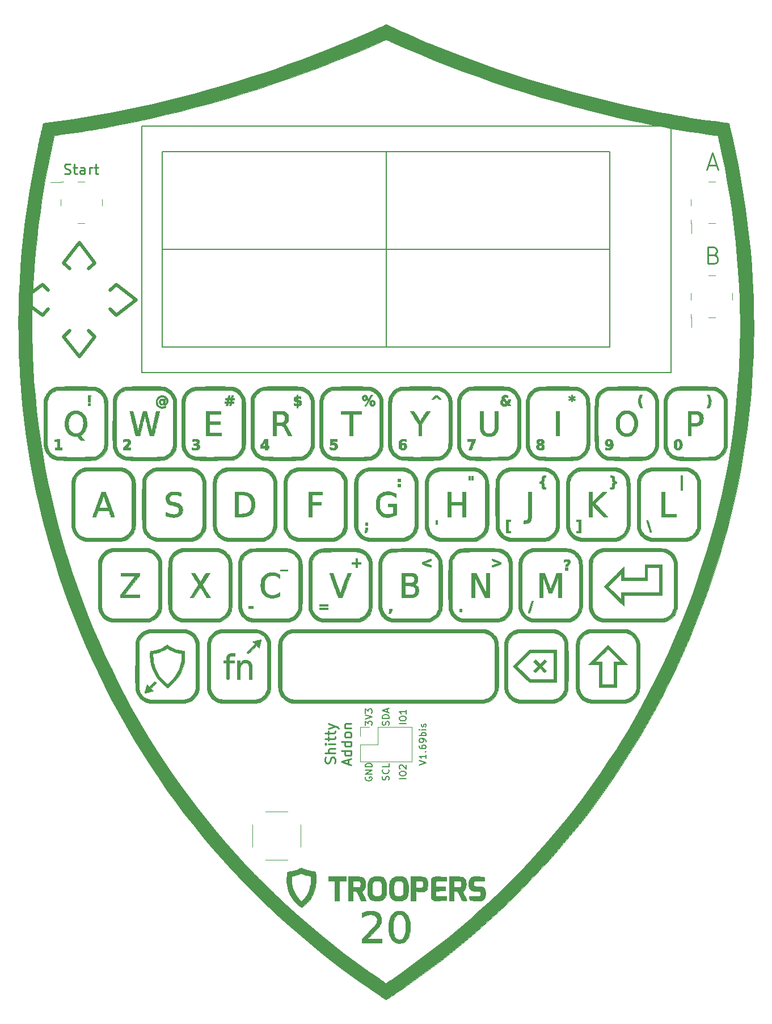
<source format=gbr>
G04 #@! TF.GenerationSoftware,KiCad,Pcbnew,5.99.0-unknown-r17145-8bd2765f*
G04 #@! TF.CreationDate,2019-12-03T04:13:14+08:00*
G04 #@! TF.ProjectId,tr20,74723230-2e6b-4696-9361-645f70636258,rev?*
G04 #@! TF.SameCoordinates,Original*
G04 #@! TF.FileFunction,Legend,Top*
G04 #@! TF.FilePolarity,Positive*
%FSLAX46Y46*%
G04 Gerber Fmt 4.6, Leading zero omitted, Abs format (unit mm)*
G04 Created by KiCad (PCBNEW 5.99.0-unknown-r17145-8bd2765f) date 2019-12-03 04:13:14*
%MOMM*%
%LPD*%
G04 APERTURE LIST*
%ADD10C,0.150000*%
%ADD11C,0.250000*%
%ADD12C,0.010000*%
%ADD13C,0.200000*%
%ADD14C,0.100000*%
%ADD15C,0.120000*%
%ADD16C,0.500000*%
G04 APERTURE END LIST*
D10*
X4964180Y35181161D02*
X5964180Y35514495D01*
X4964180Y35847828D01*
X5964180Y36704971D02*
X5964180Y36133542D01*
X5964180Y36419257D02*
X4964180Y36419257D01*
X5107038Y36324019D01*
X5202276Y36228780D01*
X5249895Y36133542D01*
X5868942Y37133542D02*
X5916561Y37181161D01*
X5964180Y37133542D01*
X5916561Y37085923D01*
X5868942Y37133542D01*
X5964180Y37133542D01*
X4964180Y38038304D02*
X4964180Y37847828D01*
X5011800Y37752590D01*
X5059419Y37704971D01*
X5202276Y37609733D01*
X5392752Y37562114D01*
X5773704Y37562114D01*
X5868942Y37609733D01*
X5916561Y37657352D01*
X5964180Y37752590D01*
X5964180Y37943066D01*
X5916561Y38038304D01*
X5868942Y38085923D01*
X5773704Y38133542D01*
X5535609Y38133542D01*
X5440371Y38085923D01*
X5392752Y38038304D01*
X5345133Y37943066D01*
X5345133Y37752590D01*
X5392752Y37657352D01*
X5440371Y37609733D01*
X5535609Y37562114D01*
X5964180Y38609733D02*
X5964180Y38800209D01*
X5916561Y38895447D01*
X5868942Y38943066D01*
X5726085Y39038304D01*
X5535609Y39085923D01*
X5154657Y39085923D01*
X5059419Y39038304D01*
X5011800Y38990685D01*
X4964180Y38895447D01*
X4964180Y38704971D01*
X5011800Y38609733D01*
X5059419Y38562114D01*
X5154657Y38514495D01*
X5392752Y38514495D01*
X5487990Y38562114D01*
X5535609Y38609733D01*
X5583228Y38704971D01*
X5583228Y38895447D01*
X5535609Y38990685D01*
X5487990Y39038304D01*
X5392752Y39085923D01*
X5964180Y39514495D02*
X4964180Y39514495D01*
X5345133Y39514495D02*
X5297514Y39609733D01*
X5297514Y39800209D01*
X5345133Y39895447D01*
X5392752Y39943066D01*
X5487990Y39990685D01*
X5773704Y39990685D01*
X5868942Y39943066D01*
X5916561Y39895447D01*
X5964180Y39800209D01*
X5964180Y39609733D01*
X5916561Y39514495D01*
X5964180Y40419257D02*
X5297514Y40419257D01*
X4964180Y40419257D02*
X5011800Y40371638D01*
X5059419Y40419257D01*
X5011800Y40466876D01*
X4964180Y40419257D01*
X5059419Y40419257D01*
X5916561Y40847828D02*
X5964180Y40943066D01*
X5964180Y41133542D01*
X5916561Y41228780D01*
X5821323Y41276400D01*
X5773704Y41276400D01*
X5678466Y41228780D01*
X5630847Y41133542D01*
X5630847Y40990685D01*
X5583228Y40895447D01*
X5487990Y40847828D01*
X5440371Y40847828D01*
X5345133Y40895447D01*
X5297514Y40990685D01*
X5297514Y41133542D01*
X5345133Y41228780D01*
X-3087619Y41061904D02*
X-3087619Y41680952D01*
X-2706666Y41347619D01*
X-2706666Y41490476D01*
X-2659047Y41585714D01*
X-2611428Y41633333D01*
X-2516190Y41680952D01*
X-2278095Y41680952D01*
X-2182857Y41633333D01*
X-2135238Y41585714D01*
X-2087619Y41490476D01*
X-2087619Y41204761D01*
X-2135238Y41109523D01*
X-2182857Y41061904D01*
X-3087619Y41966666D02*
X-2087619Y42300000D01*
X-3087619Y42633333D01*
X-3087619Y42871428D02*
X-3087619Y43490476D01*
X-2706666Y43157142D01*
X-2706666Y43300000D01*
X-2659047Y43395238D01*
X-2611428Y43442857D01*
X-2516190Y43490476D01*
X-2278095Y43490476D01*
X-2182857Y43442857D01*
X-2135238Y43395238D01*
X-2087619Y43300000D01*
X-2087619Y43014285D01*
X-2135238Y42919047D01*
X-2182857Y42871428D01*
X2992380Y41300000D02*
X1992380Y41300000D01*
X1992380Y41966666D02*
X1992380Y42157142D01*
X2040000Y42252380D01*
X2135238Y42347619D01*
X2325714Y42395238D01*
X2659047Y42395238D01*
X2849523Y42347619D01*
X2944761Y42252380D01*
X2992380Y42157142D01*
X2992380Y41966666D01*
X2944761Y41871428D01*
X2849523Y41776190D01*
X2659047Y41728571D01*
X2325714Y41728571D01*
X2135238Y41776190D01*
X2040000Y41871428D01*
X1992380Y41966666D01*
X2992380Y43347619D02*
X2992380Y42776190D01*
X2992380Y43061904D02*
X1992380Y43061904D01*
X2135238Y42966666D01*
X2230476Y42871428D01*
X2278095Y42776190D01*
X404761Y41085714D02*
X452380Y41228571D01*
X452380Y41466666D01*
X404761Y41561904D01*
X357142Y41609523D01*
X261904Y41657142D01*
X166666Y41657142D01*
X71428Y41609523D01*
X23809Y41561904D01*
X-23809Y41466666D01*
X-71428Y41276190D01*
X-119047Y41180952D01*
X-166666Y41133333D01*
X-261904Y41085714D01*
X-357142Y41085714D01*
X-452380Y41133333D01*
X-500000Y41180952D01*
X-547619Y41276190D01*
X-547619Y41514285D01*
X-500000Y41657142D01*
X452380Y42085714D02*
X-547619Y42085714D01*
X-547619Y42323809D01*
X-500000Y42466666D01*
X-404761Y42561904D01*
X-309523Y42609523D01*
X-119047Y42657142D01*
X23809Y42657142D01*
X214285Y42609523D01*
X309523Y42561904D01*
X404761Y42466666D01*
X452380Y42323809D01*
X452380Y42085714D01*
X166666Y43038095D02*
X166666Y43514285D01*
X452380Y42942857D02*
X-547619Y43276190D01*
X452380Y43609523D01*
X2992380Y33100000D02*
X1992380Y33100000D01*
X1992380Y33766666D02*
X1992380Y33957142D01*
X2040000Y34052380D01*
X2135238Y34147619D01*
X2325714Y34195238D01*
X2659047Y34195238D01*
X2849523Y34147619D01*
X2944761Y34052380D01*
X2992380Y33957142D01*
X2992380Y33766666D01*
X2944761Y33671428D01*
X2849523Y33576190D01*
X2659047Y33528571D01*
X2325714Y33528571D01*
X2135238Y33576190D01*
X2040000Y33671428D01*
X1992380Y33766666D01*
X2087619Y34576190D02*
X2040000Y34623809D01*
X1992380Y34719047D01*
X1992380Y34957142D01*
X2040000Y35052380D01*
X2087619Y35100000D01*
X2182857Y35147619D01*
X2278095Y35147619D01*
X2420952Y35100000D01*
X2992380Y34528571D01*
X2992380Y35147619D01*
X404761Y32909523D02*
X452380Y33052380D01*
X452380Y33290476D01*
X404761Y33385714D01*
X357142Y33433333D01*
X261904Y33480952D01*
X166666Y33480952D01*
X71428Y33433333D01*
X23809Y33385714D01*
X-23809Y33290476D01*
X-71428Y33100000D01*
X-119047Y33004761D01*
X-166666Y32957142D01*
X-261904Y32909523D01*
X-357142Y32909523D01*
X-452380Y32957142D01*
X-500000Y33004761D01*
X-547619Y33100000D01*
X-547619Y33338095D01*
X-500000Y33480952D01*
X357142Y34480952D02*
X404761Y34433333D01*
X452380Y34290476D01*
X452380Y34195238D01*
X404761Y34052380D01*
X309523Y33957142D01*
X214285Y33909523D01*
X23809Y33861904D01*
X-119047Y33861904D01*
X-309523Y33909523D01*
X-404761Y33957142D01*
X-500000Y34052380D01*
X-547619Y34195238D01*
X-547619Y34290476D01*
X-500000Y34433333D01*
X-452380Y34480952D01*
X452380Y35385714D02*
X452380Y34909523D01*
X-547619Y34909523D01*
X-3040000Y33338095D02*
X-3087619Y33242857D01*
X-3087619Y33100000D01*
X-3040000Y32957142D01*
X-2944761Y32861904D01*
X-2849523Y32814285D01*
X-2659047Y32766666D01*
X-2516190Y32766666D01*
X-2325714Y32814285D01*
X-2230476Y32861904D01*
X-2135238Y32957142D01*
X-2087619Y33100000D01*
X-2087619Y33195238D01*
X-2135238Y33338095D01*
X-2182857Y33385714D01*
X-2516190Y33385714D01*
X-2516190Y33195238D01*
X-2087619Y33814285D02*
X-3087619Y33814285D01*
X-2087619Y34385714D01*
X-3087619Y34385714D01*
X-2087619Y34861904D02*
X-3087619Y34861904D01*
X-3087619Y35100000D01*
X-3040000Y35242857D01*
X-2944761Y35338095D01*
X-2849523Y35385714D01*
X-2659047Y35433333D01*
X-2516190Y35433333D01*
X-2325714Y35385714D01*
X-2230476Y35338095D01*
X-2135238Y35242857D01*
X-2087619Y35100000D01*
X-2087619Y34861904D01*
D11*
X-7661557Y35434342D02*
X-7590128Y35648628D01*
X-7590128Y36005771D01*
X-7661557Y36148628D01*
X-7732985Y36220057D01*
X-7875842Y36291485D01*
X-8018700Y36291485D01*
X-8161557Y36220057D01*
X-8232985Y36148628D01*
X-8304414Y36005771D01*
X-8375842Y35720057D01*
X-8447271Y35577200D01*
X-8518700Y35505771D01*
X-8661557Y35434342D01*
X-8804414Y35434342D01*
X-8947271Y35505771D01*
X-9018700Y35577200D01*
X-9090128Y35720057D01*
X-9090128Y36077200D01*
X-9018700Y36291485D01*
X-7590128Y36934342D02*
X-9090128Y36934342D01*
X-7590128Y37577200D02*
X-8375842Y37577200D01*
X-8518700Y37505771D01*
X-8590128Y37362914D01*
X-8590128Y37148628D01*
X-8518700Y37005771D01*
X-8447271Y36934342D01*
X-7590128Y38291485D02*
X-8590128Y38291485D01*
X-9090128Y38291485D02*
X-9018700Y38220057D01*
X-8947271Y38291485D01*
X-9018700Y38362914D01*
X-9090128Y38291485D01*
X-8947271Y38291485D01*
X-8590128Y38791485D02*
X-8590128Y39362914D01*
X-9090128Y39005771D02*
X-7804414Y39005771D01*
X-7661557Y39077200D01*
X-7590128Y39220057D01*
X-7590128Y39362914D01*
X-8590128Y39648628D02*
X-8590128Y40220057D01*
X-9090128Y39862914D02*
X-7804414Y39862914D01*
X-7661557Y39934342D01*
X-7590128Y40077200D01*
X-7590128Y40220057D01*
X-8590128Y40577200D02*
X-7590128Y40934342D01*
X-8590128Y41291485D02*
X-7590128Y40934342D01*
X-7232985Y40791485D01*
X-7161557Y40720057D01*
X-7090128Y40577200D01*
X-5603700Y35255771D02*
X-5603700Y35970057D01*
X-5175128Y35112914D02*
X-6675128Y35612914D01*
X-5175128Y36112914D01*
X-5175128Y37255771D02*
X-6675128Y37255771D01*
X-5246557Y37255771D02*
X-5175128Y37112914D01*
X-5175128Y36827200D01*
X-5246557Y36684342D01*
X-5317985Y36612914D01*
X-5460842Y36541485D01*
X-5889414Y36541485D01*
X-6032271Y36612914D01*
X-6103700Y36684342D01*
X-6175128Y36827200D01*
X-6175128Y37112914D01*
X-6103700Y37255771D01*
X-5175128Y38612914D02*
X-6675128Y38612914D01*
X-5246557Y38612914D02*
X-5175128Y38470057D01*
X-5175128Y38184342D01*
X-5246557Y38041485D01*
X-5317985Y37970057D01*
X-5460842Y37898628D01*
X-5889414Y37898628D01*
X-6032271Y37970057D01*
X-6103700Y38041485D01*
X-6175128Y38184342D01*
X-6175128Y38470057D01*
X-6103700Y38612914D01*
X-5175128Y39541485D02*
X-5246557Y39398628D01*
X-5317985Y39327200D01*
X-5460842Y39255771D01*
X-5889414Y39255771D01*
X-6032271Y39327200D01*
X-6103700Y39398628D01*
X-6175128Y39541485D01*
X-6175128Y39755771D01*
X-6103700Y39898628D01*
X-6032271Y39970057D01*
X-5889414Y40041485D01*
X-5460842Y40041485D01*
X-5317985Y39970057D01*
X-5246557Y39898628D01*
X-5175128Y39755771D01*
X-5175128Y39541485D01*
X-6175128Y40684342D02*
X-5175128Y40684342D01*
X-6032271Y40684342D02*
X-6103700Y40755771D01*
X-6175128Y40898628D01*
X-6175128Y41112914D01*
X-6103700Y41255771D01*
X-5960842Y41327200D01*
X-5175128Y41327200D01*
X48879971Y111178571D02*
X49237114Y111059523D01*
X49356161Y110940476D01*
X49475209Y110702380D01*
X49475209Y110345238D01*
X49356161Y110107142D01*
X49237114Y109988095D01*
X48999019Y109869047D01*
X48046638Y109869047D01*
X48046638Y112369047D01*
X48879971Y112369047D01*
X49118066Y112250000D01*
X49237114Y112130952D01*
X49356161Y111892857D01*
X49356161Y111654761D01*
X49237114Y111416666D01*
X49118066Y111297619D01*
X48879971Y111178571D01*
X48046638Y111178571D01*
X48104761Y124583333D02*
X49295238Y124583333D01*
X47866666Y123869047D02*
X48700000Y126369047D01*
X49533333Y123869047D01*
X-47996171Y123319457D02*
X-47781885Y123248028D01*
X-47424742Y123248028D01*
X-47281885Y123319457D01*
X-47210457Y123390885D01*
X-47139028Y123533742D01*
X-47139028Y123676600D01*
X-47210457Y123819457D01*
X-47281885Y123890885D01*
X-47424742Y123962314D01*
X-47710457Y124033742D01*
X-47853314Y124105171D01*
X-47924742Y124176600D01*
X-47996171Y124319457D01*
X-47996171Y124462314D01*
X-47924742Y124605171D01*
X-47853314Y124676600D01*
X-47710457Y124748028D01*
X-47353314Y124748028D01*
X-47139028Y124676600D01*
X-46710457Y124248028D02*
X-46139028Y124248028D01*
X-46496171Y124748028D02*
X-46496171Y123462314D01*
X-46424742Y123319457D01*
X-46281885Y123248028D01*
X-46139028Y123248028D01*
X-44996171Y123248028D02*
X-44996171Y124033742D01*
X-45067600Y124176600D01*
X-45210457Y124248028D01*
X-45496171Y124248028D01*
X-45639028Y124176600D01*
X-44996171Y123319457D02*
X-45139028Y123248028D01*
X-45496171Y123248028D01*
X-45639028Y123319457D01*
X-45710457Y123462314D01*
X-45710457Y123605171D01*
X-45639028Y123748028D01*
X-45496171Y123819457D01*
X-45139028Y123819457D01*
X-44996171Y123890885D01*
X-44281885Y123248028D02*
X-44281885Y124248028D01*
X-44281885Y123962314D02*
X-44210457Y124105171D01*
X-44139028Y124176600D01*
X-43996171Y124248028D01*
X-43853314Y124248028D01*
X-43567600Y124248028D02*
X-42996171Y124248028D01*
X-43353314Y124748028D02*
X-43353314Y123462314D01*
X-43281885Y123319457D01*
X-43139028Y123248028D01*
X-42996171Y123248028D01*
G36*
X23789413Y50709837D02*
G01*
X23936766Y50561346D01*
X23260746Y49884334D01*
X23936722Y49207366D01*
X23800181Y49069600D01*
X23737788Y49008934D01*
X23685102Y48961898D01*
X23649981Y48935320D01*
X23641605Y48931834D01*
X23620821Y48946203D01*
X23574971Y48986420D01*
X23508671Y49048154D01*
X23426538Y49127070D01*
X23333190Y49218835D01*
X23291992Y49259925D01*
X22964413Y49588016D01*
X22635841Y49259925D01*
X22538986Y49164152D01*
X22451471Y49079398D01*
X22377909Y49009984D01*
X22322911Y48960232D01*
X22291089Y48934464D01*
X22285731Y48931834D01*
X22262214Y48945994D01*
X22217269Y48983923D01*
X22158726Y49038798D01*
X22127652Y49069600D01*
X21991110Y49207366D01*
X22329099Y49545850D01*
X22667087Y49884334D01*
X22329076Y50222840D01*
X21991066Y50561346D01*
X22138420Y50709837D01*
X22285773Y50858328D01*
X22614502Y50530081D01*
X22711329Y50434298D01*
X22798753Y50349528D01*
X22872177Y50280091D01*
X22927001Y50230305D01*
X22958629Y50204489D01*
X22963916Y50201834D01*
X22984315Y50216175D01*
X23029860Y50256320D01*
X23095955Y50317948D01*
X23178001Y50396741D01*
X23271400Y50488380D01*
X23313330Y50530081D01*
X23642059Y50858328D01*
X23789413Y50709837D01*
G37*
D12*
X23789413Y50709837D02*
X23936766Y50561346D01*
X23260746Y49884334D01*
X23936722Y49207366D01*
X23800181Y49069600D01*
X23737788Y49008934D01*
X23685102Y48961898D01*
X23649981Y48935320D01*
X23641605Y48931834D01*
X23620821Y48946203D01*
X23574971Y48986420D01*
X23508671Y49048154D01*
X23426538Y49127070D01*
X23333190Y49218835D01*
X23291992Y49259925D01*
X22964413Y49588016D01*
X22635841Y49259925D01*
X22538986Y49164152D01*
X22451471Y49079398D01*
X22377909Y49009984D01*
X22322911Y48960232D01*
X22291089Y48934464D01*
X22285731Y48931834D01*
X22262214Y48945994D01*
X22217269Y48983923D01*
X22158726Y49038798D01*
X22127652Y49069600D01*
X21991110Y49207366D01*
X22329099Y49545850D01*
X22667087Y49884334D01*
X22329076Y50222840D01*
X21991066Y50561346D01*
X22138420Y50709837D01*
X22285773Y50858328D01*
X22614502Y50530081D01*
X22711329Y50434298D01*
X22798753Y50349528D01*
X22872177Y50280091D01*
X22927001Y50230305D01*
X22958629Y50204489D01*
X22963916Y50201834D01*
X22984315Y50216175D01*
X23029860Y50256320D01*
X23095955Y50317948D01*
X23178001Y50396741D01*
X23271400Y50488380D01*
X23313330Y50530081D01*
X23642059Y50858328D01*
X23789413Y50709837D01*
G36*
X48298544Y90190959D02*
G01*
X48410857Y89928034D01*
X48481997Y89672886D01*
X48511957Y89423421D01*
X48500729Y89177545D01*
X48448308Y88933165D01*
X48354686Y88688188D01*
X48293292Y88566417D01*
X48212754Y88418250D01*
X48050210Y88412068D01*
X47973373Y88410590D01*
X47916132Y88412240D01*
X47888691Y88416647D01*
X47887666Y88417964D01*
X47896443Y88441766D01*
X47919344Y88491940D01*
X47948205Y88551146D01*
X48044659Y88778021D01*
X48106457Y89007373D01*
X48135646Y89249216D01*
X48136363Y89471733D01*
X48119866Y89667256D01*
X48085505Y89848186D01*
X48029504Y90029740D01*
X47950094Y90222709D01*
X47890321Y90355000D01*
X48217050Y90355000D01*
X48298544Y90190959D01*
G37*
X48298544Y90190959D02*
X48410857Y89928034D01*
X48481997Y89672886D01*
X48511957Y89423421D01*
X48500729Y89177545D01*
X48448308Y88933165D01*
X48354686Y88688188D01*
X48293292Y88566417D01*
X48212754Y88418250D01*
X48050210Y88412068D01*
X47973373Y88410590D01*
X47916132Y88412240D01*
X47888691Y88416647D01*
X47887666Y88417964D01*
X47896443Y88441766D01*
X47919344Y88491940D01*
X47948205Y88551146D01*
X48044659Y88778021D01*
X48106457Y89007373D01*
X48135646Y89249216D01*
X48136363Y89471733D01*
X48119866Y89667256D01*
X48085505Y89848186D01*
X48029504Y90029740D01*
X47950094Y90222709D01*
X47890321Y90355000D01*
X48217050Y90355000D01*
X48298544Y90190959D01*
G36*
X45733958Y87915447D02*
G01*
X45927698Y87912245D01*
X46084557Y87908932D01*
X46209986Y87905160D01*
X46309436Y87900579D01*
X46388357Y87894840D01*
X46452202Y87887593D01*
X46506421Y87878490D01*
X46556466Y87867181D01*
X46578912Y87861324D01*
X46722366Y87816856D01*
X46837604Y87765772D01*
X46938728Y87700456D01*
X47039844Y87613293D01*
X47041863Y87611370D01*
X47162982Y87469185D01*
X47251680Y87303756D01*
X47308684Y87113104D01*
X47334720Y86895253D01*
X47336652Y86809584D01*
X47320823Y86572325D01*
X47273444Y86363275D01*
X47194464Y86182358D01*
X47083828Y86029497D01*
X46941485Y85904616D01*
X46767382Y85807639D01*
X46607083Y85750629D01*
X46547674Y85737109D01*
X46471615Y85726339D01*
X46373074Y85717865D01*
X46246224Y85711234D01*
X46085234Y85705994D01*
X46009125Y85704167D01*
X45538166Y85693740D01*
X45538166Y84216667D01*
X45051333Y84216667D01*
X45051333Y87476334D01*
X45538166Y87476334D01*
X45538166Y86121667D01*
X45875791Y86121667D01*
X46001271Y86123151D01*
X46121176Y86127235D01*
X46224902Y86133372D01*
X46301846Y86141013D01*
X46325583Y86144935D01*
X46480721Y86195835D01*
X46607415Y86277320D01*
X46704683Y86387761D01*
X46771546Y86525527D01*
X46807025Y86688990D01*
X46810139Y86876520D01*
X46804195Y86940877D01*
X46774257Y87082891D01*
X46716961Y87201065D01*
X46625686Y87308464D01*
X46610877Y87322410D01*
X46551482Y87372045D01*
X46490276Y87409995D01*
X46420565Y87437742D01*
X46335651Y87456767D01*
X46228840Y87468553D01*
X46093435Y87474580D01*
X45922740Y87476332D01*
X45915324Y87476334D01*
X45538166Y87476334D01*
X45051333Y87476334D01*
X45051333Y87925854D01*
X45733958Y87915447D01*
G37*
X45733958Y87915447D02*
X45927698Y87912245D01*
X46084557Y87908932D01*
X46209986Y87905160D01*
X46309436Y87900579D01*
X46388357Y87894840D01*
X46452202Y87887593D01*
X46506421Y87878490D01*
X46556466Y87867181D01*
X46578912Y87861324D01*
X46722366Y87816856D01*
X46837604Y87765772D01*
X46938728Y87700456D01*
X47039844Y87613293D01*
X47041863Y87611370D01*
X47162982Y87469185D01*
X47251680Y87303756D01*
X47308684Y87113104D01*
X47334720Y86895253D01*
X47336652Y86809584D01*
X47320823Y86572325D01*
X47273444Y86363275D01*
X47194464Y86182358D01*
X47083828Y86029497D01*
X46941485Y85904616D01*
X46767382Y85807639D01*
X46607083Y85750629D01*
X46547674Y85737109D01*
X46471615Y85726339D01*
X46373074Y85717865D01*
X46246224Y85711234D01*
X46085234Y85705994D01*
X46009125Y85704167D01*
X45538166Y85693740D01*
X45538166Y84216667D01*
X45051333Y84216667D01*
X45051333Y87476334D01*
X45538166Y87476334D01*
X45538166Y86121667D01*
X45875791Y86121667D01*
X46001271Y86123151D01*
X46121176Y86127235D01*
X46224902Y86133372D01*
X46301846Y86141013D01*
X46325583Y86144935D01*
X46480721Y86195835D01*
X46607415Y86277320D01*
X46704683Y86387761D01*
X46771546Y86525527D01*
X46807025Y86688990D01*
X46810139Y86876520D01*
X46804195Y86940877D01*
X46774257Y87082891D01*
X46716961Y87201065D01*
X46625686Y87308464D01*
X46610877Y87322410D01*
X46551482Y87372045D01*
X46490276Y87409995D01*
X46420565Y87437742D01*
X46335651Y87456767D01*
X46228840Y87468553D01*
X46093435Y87474580D01*
X45922740Y87476332D01*
X45915324Y87476334D01*
X45538166Y87476334D01*
X45051333Y87476334D01*
X45051333Y87925854D01*
X45733958Y87915447D01*
G36*
X42990417Y83320920D02*
G01*
X43057368Y83472152D01*
X43148920Y83591911D01*
X43263908Y83678789D01*
X43401166Y83731377D01*
X43559529Y83748266D01*
X43610282Y83746210D01*
X43768033Y83718156D01*
X43900196Y83657912D01*
X44007455Y83564698D01*
X44090493Y83437738D01*
X44149994Y83276251D01*
X44185202Y83091252D01*
X44196712Y82889525D01*
X44180474Y82701318D01*
X44138159Y82531406D01*
X44071443Y82384566D01*
X43981998Y82265575D01*
X43871498Y82179207D01*
X43864204Y82175150D01*
X43743327Y82128850D01*
X43603978Y82106117D01*
X43463876Y82108550D01*
X43362694Y82129842D01*
X43228042Y82194983D01*
X43117871Y82293814D01*
X43032901Y82424993D01*
X42973849Y82587175D01*
X42941436Y82779015D01*
X42934979Y82929679D01*
X42936634Y82954068D01*
X43342798Y82954068D01*
X43344301Y82818615D01*
X43354960Y82690037D01*
X43375247Y82578068D01*
X43379700Y82561338D01*
X43419730Y82479582D01*
X43481065Y82424061D01*
X43554595Y82398920D01*
X43631206Y82408304D01*
X43670485Y82429071D01*
X43716620Y82481961D01*
X43749853Y82568127D01*
X43770571Y82689579D01*
X43779163Y82848327D01*
X43778064Y82986621D01*
X43773800Y83108927D01*
X43768012Y83197376D01*
X43759506Y83260443D01*
X43747088Y83306604D01*
X43729561Y83344332D01*
X43726996Y83348801D01*
X43667412Y83417115D01*
X43595194Y83449389D01*
X43519235Y83445009D01*
X43448426Y83403365D01*
X43418909Y83370000D01*
X43388507Y83304364D01*
X43365373Y83206674D01*
X43349980Y83086665D01*
X43342798Y82954068D01*
X42936634Y82954068D01*
X42949232Y83139627D01*
X42990417Y83320920D01*
G37*
X42990417Y83320920D02*
X43057368Y83472152D01*
X43148920Y83591911D01*
X43263908Y83678789D01*
X43401166Y83731377D01*
X43559529Y83748266D01*
X43610282Y83746210D01*
X43768033Y83718156D01*
X43900196Y83657912D01*
X44007455Y83564698D01*
X44090493Y83437738D01*
X44149994Y83276251D01*
X44185202Y83091252D01*
X44196712Y82889525D01*
X44180474Y82701318D01*
X44138159Y82531406D01*
X44071443Y82384566D01*
X43981998Y82265575D01*
X43871498Y82179207D01*
X43864204Y82175150D01*
X43743327Y82128850D01*
X43603978Y82106117D01*
X43463876Y82108550D01*
X43362694Y82129842D01*
X43228042Y82194983D01*
X43117871Y82293814D01*
X43032901Y82424993D01*
X42973849Y82587175D01*
X42941436Y82779015D01*
X42934979Y82929679D01*
X42936634Y82954068D01*
X43342798Y82954068D01*
X43344301Y82818615D01*
X43354960Y82690037D01*
X43375247Y82578068D01*
X43379700Y82561338D01*
X43419730Y82479582D01*
X43481065Y82424061D01*
X43554595Y82398920D01*
X43631206Y82408304D01*
X43670485Y82429071D01*
X43716620Y82481961D01*
X43749853Y82568127D01*
X43770571Y82689579D01*
X43779163Y82848327D01*
X43778064Y82986621D01*
X43773800Y83108927D01*
X43768012Y83197376D01*
X43759506Y83260443D01*
X43747088Y83306604D01*
X43729561Y83344332D01*
X43726996Y83348801D01*
X43667412Y83417115D01*
X43595194Y83449389D01*
X43519235Y83445009D01*
X43448426Y83403365D01*
X43418909Y83370000D01*
X43388507Y83304364D01*
X43365373Y83206674D01*
X43349980Y83086665D01*
X43342798Y82954068D01*
X42936634Y82954068D01*
X42949232Y83139627D01*
X42990417Y83320920D01*
G36*
X38154181Y90353142D02*
G01*
X38209753Y90348231D01*
X38235109Y90341263D01*
X38235666Y90339996D01*
X38227815Y90315026D01*
X38206825Y90261000D01*
X38176536Y90187641D01*
X38161346Y90151958D01*
X38063501Y89876768D01*
X38007818Y89604167D01*
X37994298Y89332934D01*
X38022941Y89061853D01*
X38093747Y88789704D01*
X38161812Y88612971D01*
X38195001Y88534512D01*
X38220461Y88470762D01*
X38234277Y88431678D01*
X38235666Y88425107D01*
X38216248Y88416692D01*
X38164962Y88410505D01*
X38092261Y88407719D01*
X38080227Y88407667D01*
X37924788Y88407667D01*
X37813750Y88641501D01*
X37711476Y88893352D01*
X37649260Y89136629D01*
X37627135Y89375512D01*
X37645135Y89614180D01*
X37703295Y89856813D01*
X37801650Y90107591D01*
X37826205Y90159209D01*
X37921929Y90355000D01*
X38078797Y90355000D01*
X38154181Y90353142D01*
G37*
X38154181Y90353142D02*
X38209753Y90348231D01*
X38235109Y90341263D01*
X38235666Y90339996D01*
X38227815Y90315026D01*
X38206825Y90261000D01*
X38176536Y90187641D01*
X38161346Y90151958D01*
X38063501Y89876768D01*
X38007818Y89604167D01*
X37994298Y89332934D01*
X38022941Y89061853D01*
X38093747Y88789704D01*
X38161812Y88612971D01*
X38195001Y88534512D01*
X38220461Y88470762D01*
X38234277Y88431678D01*
X38235666Y88425107D01*
X38216248Y88416692D01*
X38164962Y88410505D01*
X38092261Y88407719D01*
X38080227Y88407667D01*
X37924788Y88407667D01*
X37813750Y88641501D01*
X37711476Y88893352D01*
X37649260Y89136629D01*
X37627135Y89375512D01*
X37645135Y89614180D01*
X37703295Y89856813D01*
X37801650Y90107591D01*
X37826205Y90159209D01*
X37921929Y90355000D01*
X38078797Y90355000D01*
X38154181Y90353142D01*
G36*
X34305123Y86497134D02*
G01*
X34347859Y86725289D01*
X34413920Y86936995D01*
X34504773Y87139388D01*
X34537968Y87200940D01*
X34613852Y87316195D01*
X34714100Y87439616D01*
X34828399Y87560503D01*
X34946439Y87668157D01*
X35057906Y87751879D01*
X35085327Y87768870D01*
X35294608Y87868208D01*
X35524427Y87935762D01*
X35767057Y87971261D01*
X36014774Y87974437D01*
X36259851Y87945020D01*
X36494561Y87882741D01*
X36640985Y87823057D01*
X36840099Y87705909D01*
X37017831Y87554707D01*
X37172794Y87372711D01*
X37303599Y87163184D01*
X37408859Y86929383D01*
X37487188Y86674571D01*
X37537196Y86402008D01*
X37557498Y86114952D01*
X37546704Y85816666D01*
X37536404Y85718945D01*
X37484406Y85434274D01*
X37401724Y85172225D01*
X37290032Y84934998D01*
X37151005Y84724790D01*
X36986316Y84543800D01*
X36797641Y84394225D01*
X36586654Y84278263D01*
X36383583Y84205691D01*
X36304054Y84190181D01*
X36194505Y84177472D01*
X36066272Y84167995D01*
X35930688Y84162177D01*
X35799089Y84160446D01*
X35682808Y84163232D01*
X35593180Y84170963D01*
X35570120Y84174935D01*
X35320376Y84246732D01*
X35096221Y84352139D01*
X34897345Y84491404D01*
X34723440Y84664776D01*
X34574196Y84872502D01*
X34477431Y85052750D01*
X34412839Y85200172D01*
X34364083Y85339302D01*
X34328895Y85480793D01*
X34305008Y85635301D01*
X34290154Y85813481D01*
X34283765Y85962917D01*
X34283866Y86022668D01*
X34799520Y86022668D01*
X34810227Y85793601D01*
X34838477Y85581404D01*
X34860032Y85482780D01*
X34930235Y85274357D01*
X35027812Y85085242D01*
X35148917Y84919743D01*
X35289707Y84782171D01*
X35446334Y84676837D01*
X35614954Y84608050D01*
X35648129Y84599444D01*
X35757920Y84583225D01*
X35889647Y84578147D01*
X36026257Y84583706D01*
X36150699Y84599399D01*
X36222189Y84616378D01*
X36366977Y84671848D01*
X36490450Y84744703D01*
X36607048Y84844251D01*
X36658890Y84897821D01*
X36784266Y85061461D01*
X36886352Y85257090D01*
X36966393Y85487114D01*
X36969205Y85497250D01*
X36986138Y85563989D01*
X36998468Y85628279D01*
X37006893Y85698693D01*
X37012112Y85783806D01*
X37014824Y85892190D01*
X37015726Y86032419D01*
X37015750Y86068750D01*
X37015155Y86217224D01*
X37012906Y86331925D01*
X37008308Y86421401D01*
X37000665Y86494201D01*
X36989282Y86558876D01*
X36973464Y86623973D01*
X36969368Y86639022D01*
X36887741Y86873710D01*
X36781898Y87074974D01*
X36652489Y87242158D01*
X36500164Y87374609D01*
X36325571Y87471671D01*
X36129360Y87532689D01*
X36073536Y87542779D01*
X35865260Y87555408D01*
X35667977Y87528455D01*
X35484338Y87463837D01*
X35316994Y87363477D01*
X35168595Y87229292D01*
X35041791Y87063204D01*
X34939234Y86867131D01*
X34871336Y86672000D01*
X34830207Y86475776D01*
X34806224Y86254695D01*
X34799520Y86022668D01*
X34283866Y86022668D01*
X34284247Y86245389D01*
X34305123Y86497134D01*
G37*
X34305123Y86497134D02*
X34347859Y86725289D01*
X34413920Y86936995D01*
X34504773Y87139388D01*
X34537968Y87200940D01*
X34613852Y87316195D01*
X34714100Y87439616D01*
X34828399Y87560503D01*
X34946439Y87668157D01*
X35057906Y87751879D01*
X35085327Y87768870D01*
X35294608Y87868208D01*
X35524427Y87935762D01*
X35767057Y87971261D01*
X36014774Y87974437D01*
X36259851Y87945020D01*
X36494561Y87882741D01*
X36640985Y87823057D01*
X36840099Y87705909D01*
X37017831Y87554707D01*
X37172794Y87372711D01*
X37303599Y87163184D01*
X37408859Y86929383D01*
X37487188Y86674571D01*
X37537196Y86402008D01*
X37557498Y86114952D01*
X37546704Y85816666D01*
X37536404Y85718945D01*
X37484406Y85434274D01*
X37401724Y85172225D01*
X37290032Y84934998D01*
X37151005Y84724790D01*
X36986316Y84543800D01*
X36797641Y84394225D01*
X36586654Y84278263D01*
X36383583Y84205691D01*
X36304054Y84190181D01*
X36194505Y84177472D01*
X36066272Y84167995D01*
X35930688Y84162177D01*
X35799089Y84160446D01*
X35682808Y84163232D01*
X35593180Y84170963D01*
X35570120Y84174935D01*
X35320376Y84246732D01*
X35096221Y84352139D01*
X34897345Y84491404D01*
X34723440Y84664776D01*
X34574196Y84872502D01*
X34477431Y85052750D01*
X34412839Y85200172D01*
X34364083Y85339302D01*
X34328895Y85480793D01*
X34305008Y85635301D01*
X34290154Y85813481D01*
X34283765Y85962917D01*
X34283866Y86022668D01*
X34799520Y86022668D01*
X34810227Y85793601D01*
X34838477Y85581404D01*
X34860032Y85482780D01*
X34930235Y85274357D01*
X35027812Y85085242D01*
X35148917Y84919743D01*
X35289707Y84782171D01*
X35446334Y84676837D01*
X35614954Y84608050D01*
X35648129Y84599444D01*
X35757920Y84583225D01*
X35889647Y84578147D01*
X36026257Y84583706D01*
X36150699Y84599399D01*
X36222189Y84616378D01*
X36366977Y84671848D01*
X36490450Y84744703D01*
X36607048Y84844251D01*
X36658890Y84897821D01*
X36784266Y85061461D01*
X36886352Y85257090D01*
X36966393Y85487114D01*
X36969205Y85497250D01*
X36986138Y85563989D01*
X36998468Y85628279D01*
X37006893Y85698693D01*
X37012112Y85783806D01*
X37014824Y85892190D01*
X37015726Y86032419D01*
X37015750Y86068750D01*
X37015155Y86217224D01*
X37012906Y86331925D01*
X37008308Y86421401D01*
X37000665Y86494201D01*
X36989282Y86558876D01*
X36973464Y86623973D01*
X36969368Y86639022D01*
X36887741Y86873710D01*
X36781898Y87074974D01*
X36652489Y87242158D01*
X36500164Y87374609D01*
X36325571Y87471671D01*
X36129360Y87532689D01*
X36073536Y87542779D01*
X35865260Y87555408D01*
X35667977Y87528455D01*
X35484338Y87463837D01*
X35316994Y87363477D01*
X35168595Y87229292D01*
X35041791Y87063204D01*
X34939234Y86867131D01*
X34871336Y86672000D01*
X34830207Y86475776D01*
X34806224Y86254695D01*
X34799520Y86022668D01*
X34283866Y86022668D01*
X34284247Y86245389D01*
X34305123Y86497134D01*
G36*
X32731587Y83470759D02*
G01*
X32802462Y83575843D01*
X32837697Y83609774D01*
X32919832Y83669845D01*
X33003418Y83708604D01*
X33101025Y83729955D01*
X33225222Y83737799D01*
X33250916Y83738075D01*
X33384859Y83732109D01*
X33489919Y83709437D01*
X33577847Y83665217D01*
X33660398Y83594607D01*
X33698164Y83553795D01*
X33761143Y83473035D01*
X33806807Y83389555D01*
X33837522Y83294716D01*
X33855653Y83179879D01*
X33863566Y83036405D01*
X33864427Y82946667D01*
X33863441Y82825086D01*
X33859954Y82735506D01*
X33852695Y82667615D01*
X33840394Y82611099D01*
X33821780Y82555645D01*
X33813702Y82534988D01*
X33742598Y82402867D01*
X33645008Y82286296D01*
X33530773Y82195860D01*
X33467108Y82162258D01*
X33385471Y82136764D01*
X33279685Y82117379D01*
X33165769Y82105723D01*
X33059744Y82103418D01*
X32977630Y82112087D01*
X32975750Y82112523D01*
X32928738Y82124088D01*
X32863472Y82140626D01*
X32843458Y82145773D01*
X32753500Y82169002D01*
X32753500Y82325001D01*
X32754482Y82400158D01*
X32757079Y82455471D01*
X32760761Y82480502D01*
X32761392Y82481000D01*
X32783573Y82473172D01*
X32831725Y82453137D01*
X32868612Y82437064D01*
X32984844Y82402509D01*
X33098844Y82391147D01*
X33230202Y82403130D01*
X33332248Y82444690D01*
X33407572Y82517575D01*
X33458763Y82623535D01*
X33462965Y82637058D01*
X33480620Y82697223D01*
X33491998Y82737365D01*
X33494333Y82746770D01*
X33477381Y82740774D01*
X33434293Y82720927D01*
X33405308Y82706810D01*
X33284452Y82668418D01*
X33152046Y82661919D01*
X33019286Y82685057D01*
X32897367Y82735576D01*
X32797482Y82811218D01*
X32777634Y82833342D01*
X32712489Y82942839D01*
X32676075Y83071205D01*
X32667630Y83208564D01*
X32668169Y83212488D01*
X33056705Y83212488D01*
X33066353Y83118295D01*
X33095402Y83036794D01*
X33124650Y82996926D01*
X33192408Y82956559D01*
X33273192Y82947789D01*
X33350534Y82971847D01*
X33362016Y82979192D01*
X33407961Y83034714D01*
X33435810Y83115918D01*
X33445128Y83210013D01*
X33435479Y83304206D01*
X33406430Y83385707D01*
X33377183Y83425575D01*
X33309425Y83465942D01*
X33228640Y83474712D01*
X33151298Y83450654D01*
X33139816Y83443309D01*
X33093871Y83387787D01*
X33066022Y83306583D01*
X33056705Y83212488D01*
X32668169Y83212488D01*
X32686388Y83345041D01*
X32731587Y83470759D01*
G37*
X32731587Y83470759D02*
X32802462Y83575843D01*
X32837697Y83609774D01*
X32919832Y83669845D01*
X33003418Y83708604D01*
X33101025Y83729955D01*
X33225222Y83737799D01*
X33250916Y83738075D01*
X33384859Y83732109D01*
X33489919Y83709437D01*
X33577847Y83665217D01*
X33660398Y83594607D01*
X33698164Y83553795D01*
X33761143Y83473035D01*
X33806807Y83389555D01*
X33837522Y83294716D01*
X33855653Y83179879D01*
X33863566Y83036405D01*
X33864427Y82946667D01*
X33863441Y82825086D01*
X33859954Y82735506D01*
X33852695Y82667615D01*
X33840394Y82611099D01*
X33821780Y82555645D01*
X33813702Y82534988D01*
X33742598Y82402867D01*
X33645008Y82286296D01*
X33530773Y82195860D01*
X33467108Y82162258D01*
X33385471Y82136764D01*
X33279685Y82117379D01*
X33165769Y82105723D01*
X33059744Y82103418D01*
X32977630Y82112087D01*
X32975750Y82112523D01*
X32928738Y82124088D01*
X32863472Y82140626D01*
X32843458Y82145773D01*
X32753500Y82169002D01*
X32753500Y82325001D01*
X32754482Y82400158D01*
X32757079Y82455471D01*
X32760761Y82480502D01*
X32761392Y82481000D01*
X32783573Y82473172D01*
X32831725Y82453137D01*
X32868612Y82437064D01*
X32984844Y82402509D01*
X33098844Y82391147D01*
X33230202Y82403130D01*
X33332248Y82444690D01*
X33407572Y82517575D01*
X33458763Y82623535D01*
X33462965Y82637058D01*
X33480620Y82697223D01*
X33491998Y82737365D01*
X33494333Y82746770D01*
X33477381Y82740774D01*
X33434293Y82720927D01*
X33405308Y82706810D01*
X33284452Y82668418D01*
X33152046Y82661919D01*
X33019286Y82685057D01*
X32897367Y82735576D01*
X32797482Y82811218D01*
X32777634Y82833342D01*
X32712489Y82942839D01*
X32676075Y83071205D01*
X32667630Y83208564D01*
X32668169Y83212488D01*
X33056705Y83212488D01*
X33066353Y83118295D01*
X33095402Y83036794D01*
X33124650Y82996926D01*
X33192408Y82956559D01*
X33273192Y82947789D01*
X33350534Y82971847D01*
X33362016Y82979192D01*
X33407961Y83034714D01*
X33435810Y83115918D01*
X33445128Y83210013D01*
X33435479Y83304206D01*
X33406430Y83385707D01*
X33377183Y83425575D01*
X33309425Y83465942D01*
X33228640Y83474712D01*
X33151298Y83450654D01*
X33139816Y83443309D01*
X33093871Y83387787D01*
X33066022Y83306583D01*
X33056705Y83212488D01*
X32668169Y83212488D01*
X32686388Y83345041D01*
X32731587Y83470759D01*
G36*
X27821666Y89972906D02*
G01*
X27981459Y90060605D01*
X28053864Y90099192D01*
X28110495Y90127198D01*
X28142590Y90140382D01*
X28146615Y90140527D01*
X28183353Y90083049D01*
X28211609Y90031414D01*
X28223780Y89999605D01*
X28223833Y89998534D01*
X28206388Y89980314D01*
X28160106Y89949219D01*
X28094065Y89911202D01*
X28075666Y89901385D01*
X28006241Y89863164D01*
X27954290Y89831249D01*
X27928841Y89811288D01*
X27927678Y89808805D01*
X27945091Y89792514D01*
X27990937Y89762976D01*
X28055903Y89726113D01*
X28067265Y89720029D01*
X28135923Y89682266D01*
X28188564Y89650895D01*
X28215076Y89631986D01*
X28216118Y89630692D01*
X28212760Y89605912D01*
X28196318Y89560391D01*
X28173715Y89510691D01*
X28151878Y89473377D01*
X28148678Y89469384D01*
X28128966Y89476018D01*
X28082138Y89500017D01*
X28017202Y89536675D01*
X27996680Y89548759D01*
X27926812Y89589250D01*
X27871163Y89619612D01*
X27839444Y89634602D01*
X27836310Y89635334D01*
X27829509Y89615840D01*
X27824388Y89564038D01*
X27821813Y89489942D01*
X27821666Y89466000D01*
X27821666Y89296667D01*
X27631166Y89296667D01*
X27631166Y89659953D01*
X27562375Y89618680D01*
X27501832Y89582867D01*
X27427889Y89539798D01*
X27395477Y89521119D01*
X27297370Y89464832D01*
X27252602Y89540710D01*
X27224819Y89589418D01*
X27209129Y89620070D01*
X27207833Y89624047D01*
X27225056Y89636842D01*
X27271075Y89664667D01*
X27337416Y89702479D01*
X27369326Y89720140D01*
X27530818Y89808772D01*
X27374617Y89894286D01*
X27302693Y89933846D01*
X27246657Y89965017D01*
X27215552Y89982753D01*
X27212217Y89984863D01*
X27214894Y90006282D01*
X27233087Y90047808D01*
X27258668Y90094429D01*
X27283511Y90131138D01*
X27298018Y90143334D01*
X27324073Y90133299D01*
X27376263Y90106688D01*
X27444444Y90068745D01*
X27461833Y90058667D01*
X27531281Y90018944D01*
X27585988Y89989215D01*
X27616335Y89974661D01*
X27618984Y89974000D01*
X27624642Y89993495D01*
X27628902Y90045300D01*
X27631044Y90119399D01*
X27631166Y90143334D01*
X27631166Y90312667D01*
X27821666Y90312667D01*
X27821666Y89972906D01*
G37*
X27821666Y89972906D02*
X27981459Y90060605D01*
X28053864Y90099192D01*
X28110495Y90127198D01*
X28142590Y90140382D01*
X28146615Y90140527D01*
X28183353Y90083049D01*
X28211609Y90031414D01*
X28223780Y89999605D01*
X28223833Y89998534D01*
X28206388Y89980314D01*
X28160106Y89949219D01*
X28094065Y89911202D01*
X28075666Y89901385D01*
X28006241Y89863164D01*
X27954290Y89831249D01*
X27928841Y89811288D01*
X27927678Y89808805D01*
X27945091Y89792514D01*
X27990937Y89762976D01*
X28055903Y89726113D01*
X28067265Y89720029D01*
X28135923Y89682266D01*
X28188564Y89650895D01*
X28215076Y89631986D01*
X28216118Y89630692D01*
X28212760Y89605912D01*
X28196318Y89560391D01*
X28173715Y89510691D01*
X28151878Y89473377D01*
X28148678Y89469384D01*
X28128966Y89476018D01*
X28082138Y89500017D01*
X28017202Y89536675D01*
X27996680Y89548759D01*
X27926812Y89589250D01*
X27871163Y89619612D01*
X27839444Y89634602D01*
X27836310Y89635334D01*
X27829509Y89615840D01*
X27824388Y89564038D01*
X27821813Y89489942D01*
X27821666Y89466000D01*
X27821666Y89296667D01*
X27631166Y89296667D01*
X27631166Y89659953D01*
X27562375Y89618680D01*
X27501832Y89582867D01*
X27427889Y89539798D01*
X27395477Y89521119D01*
X27297370Y89464832D01*
X27252602Y89540710D01*
X27224819Y89589418D01*
X27209129Y89620070D01*
X27207833Y89624047D01*
X27225056Y89636842D01*
X27271075Y89664667D01*
X27337416Y89702479D01*
X27369326Y89720140D01*
X27530818Y89808772D01*
X27374617Y89894286D01*
X27302693Y89933846D01*
X27246657Y89965017D01*
X27215552Y89982753D01*
X27212217Y89984863D01*
X27214894Y90006282D01*
X27233087Y90047808D01*
X27258668Y90094429D01*
X27283511Y90131138D01*
X27298018Y90143334D01*
X27324073Y90133299D01*
X27376263Y90106688D01*
X27444444Y90068745D01*
X27461833Y90058667D01*
X27531281Y90018944D01*
X27585988Y89989215D01*
X27616335Y89974661D01*
X27618984Y89974000D01*
X27624642Y89993495D01*
X27628902Y90045300D01*
X27631044Y90119399D01*
X27631166Y90143334D01*
X27631166Y90312667D01*
X27821666Y90312667D01*
X27821666Y89972906D01*
G36*
X25874333Y84216667D02*
G01*
X25387500Y84216667D01*
X25387500Y87920834D01*
X25874333Y87920834D01*
X25874333Y84216667D01*
G37*
X25874333Y84216667D02*
X25387500Y84216667D01*
X25387500Y87920834D01*
X25874333Y87920834D01*
X25874333Y84216667D01*
G36*
X22449089Y82784418D02*
G01*
X22521738Y82881062D01*
X22625250Y82953829D01*
X22660633Y82975882D01*
X22666986Y82987622D01*
X22663915Y82988153D01*
X22625340Y83004532D01*
X22574161Y83044392D01*
X22522311Y83096720D01*
X22481722Y83150498D01*
X22474811Y83162728D01*
X22455728Y83221241D01*
X22448608Y83268439D01*
X22824609Y83268439D01*
X22849692Y83194557D01*
X22872356Y83164990D01*
X22935916Y83124443D01*
X23012734Y83112861D01*
X23087471Y83129857D01*
X23142297Y83171772D01*
X23180407Y83248217D01*
X23183638Y83326307D01*
X23156269Y83396474D01*
X23102583Y83449152D01*
X23026858Y83474773D01*
X23006250Y83475834D01*
X22927388Y83457738D01*
X22867879Y83410297D01*
X22832145Y83343775D01*
X22824609Y83268439D01*
X22448608Y83268439D01*
X22444038Y83298733D01*
X22442309Y83338250D01*
X22460427Y83465514D01*
X22513873Y83570664D01*
X22601285Y83652703D01*
X22721300Y83710633D01*
X22872554Y83743458D01*
X23006250Y83751000D01*
X23175521Y83737605D01*
X23319394Y83698444D01*
X23434390Y83635054D01*
X23517033Y83548974D01*
X23536176Y83516697D01*
X23557619Y83445524D01*
X23565962Y83352749D01*
X23561242Y83257009D01*
X23543498Y83176946D01*
X23535438Y83158377D01*
X23498160Y83106359D01*
X23444708Y83053809D01*
X23387898Y83011415D01*
X23340547Y82989867D01*
X23332335Y82988984D01*
X23331677Y82980977D01*
X23362286Y82960481D01*
X23394271Y82943583D01*
X23475426Y82887570D01*
X23541602Y82814108D01*
X23542438Y82812853D01*
X23585653Y82713560D01*
X23602797Y82595064D01*
X23593763Y82471596D01*
X23558447Y82357389D01*
X23545991Y82332834D01*
X23473396Y82240017D01*
X23371651Y82172479D01*
X23238515Y82129201D01*
X23071747Y82109161D01*
X23053161Y82108397D01*
X22955747Y82107518D01*
X22864794Y82111056D01*
X22795423Y82118277D01*
X22778379Y82121704D01*
X22636197Y82173147D01*
X22529161Y82247567D01*
X22456030Y82346308D01*
X22415564Y82470715D01*
X22408776Y82521788D01*
X22410359Y82600203D01*
X22788932Y82600203D01*
X22810357Y82501378D01*
X22812735Y82495534D01*
X22862911Y82424299D01*
X22936127Y82383789D01*
X23023961Y82376407D01*
X23117990Y82404553D01*
X23122940Y82407059D01*
X23177413Y82457013D01*
X23208649Y82530713D01*
X23216065Y82616139D01*
X23199078Y82701276D01*
X23157108Y82774108D01*
X23141492Y82790036D01*
X23074422Y82822905D01*
X23004508Y82830250D01*
X22913832Y82812203D01*
X22844875Y82762954D01*
X22801840Y82689841D01*
X22788932Y82600203D01*
X22410359Y82600203D01*
X22411671Y82665131D01*
X22449089Y82784418D01*
G37*
X22449089Y82784418D02*
X22521738Y82881062D01*
X22625250Y82953829D01*
X22660633Y82975882D01*
X22666986Y82987622D01*
X22663915Y82988153D01*
X22625340Y83004532D01*
X22574161Y83044392D01*
X22522311Y83096720D01*
X22481722Y83150498D01*
X22474811Y83162728D01*
X22455728Y83221241D01*
X22448608Y83268439D01*
X22824609Y83268439D01*
X22849692Y83194557D01*
X22872356Y83164990D01*
X22935916Y83124443D01*
X23012734Y83112861D01*
X23087471Y83129857D01*
X23142297Y83171772D01*
X23180407Y83248217D01*
X23183638Y83326307D01*
X23156269Y83396474D01*
X23102583Y83449152D01*
X23026858Y83474773D01*
X23006250Y83475834D01*
X22927388Y83457738D01*
X22867879Y83410297D01*
X22832145Y83343775D01*
X22824609Y83268439D01*
X22448608Y83268439D01*
X22444038Y83298733D01*
X22442309Y83338250D01*
X22460427Y83465514D01*
X22513873Y83570664D01*
X22601285Y83652703D01*
X22721300Y83710633D01*
X22872554Y83743458D01*
X23006250Y83751000D01*
X23175521Y83737605D01*
X23319394Y83698444D01*
X23434390Y83635054D01*
X23517033Y83548974D01*
X23536176Y83516697D01*
X23557619Y83445524D01*
X23565962Y83352749D01*
X23561242Y83257009D01*
X23543498Y83176946D01*
X23535438Y83158377D01*
X23498160Y83106359D01*
X23444708Y83053809D01*
X23387898Y83011415D01*
X23340547Y82989867D01*
X23332335Y82988984D01*
X23331677Y82980977D01*
X23362286Y82960481D01*
X23394271Y82943583D01*
X23475426Y82887570D01*
X23541602Y82814108D01*
X23542438Y82812853D01*
X23585653Y82713560D01*
X23602797Y82595064D01*
X23593763Y82471596D01*
X23558447Y82357389D01*
X23545991Y82332834D01*
X23473396Y82240017D01*
X23371651Y82172479D01*
X23238515Y82129201D01*
X23071747Y82109161D01*
X23053161Y82108397D01*
X22955747Y82107518D01*
X22864794Y82111056D01*
X22795423Y82118277D01*
X22778379Y82121704D01*
X22636197Y82173147D01*
X22529161Y82247567D01*
X22456030Y82346308D01*
X22415564Y82470715D01*
X22408776Y82521788D01*
X22410359Y82600203D01*
X22788932Y82600203D01*
X22810357Y82501378D01*
X22812735Y82495534D01*
X22862911Y82424299D01*
X22936127Y82383789D01*
X23023961Y82376407D01*
X23117990Y82404553D01*
X23122940Y82407059D01*
X23177413Y82457013D01*
X23208649Y82530713D01*
X23216065Y82616139D01*
X23199078Y82701276D01*
X23157108Y82774108D01*
X23141492Y82790036D01*
X23074422Y82822905D01*
X23004508Y82830250D01*
X22913832Y82812203D01*
X22844875Y82762954D01*
X22801840Y82689841D01*
X22788932Y82600203D01*
X22410359Y82600203D01*
X22411671Y82665131D01*
X22449089Y82784418D01*
G36*
X17036916Y89352830D02*
G01*
X17063885Y89428954D01*
X17101058Y89492653D01*
X17158305Y89559185D01*
X17192471Y89593362D01*
X17312416Y89710141D01*
X17274202Y89783862D01*
X17241761Y89889319D01*
X17245863Y89999318D01*
X17283126Y90104325D01*
X17350168Y90194805D01*
X17443513Y90261180D01*
X17529036Y90288598D01*
X17643001Y90305202D01*
X17772736Y90310265D01*
X17905567Y90303062D01*
X17983862Y90292129D01*
X18127333Y90266489D01*
X18127333Y90109662D01*
X18126677Y90034284D01*
X18124944Y89978726D01*
X18122486Y89953397D01*
X18122041Y89952845D01*
X18101076Y89959723D01*
X18052454Y89977477D01*
X18005397Y89995178D01*
X17905463Y90023502D01*
X17803955Y90036112D01*
X17714927Y90032178D01*
X17660275Y90015589D01*
X17627129Y89976376D01*
X17623398Y89917220D01*
X17646541Y89855420D01*
X17673165Y89817287D01*
X17719311Y89759048D01*
X17779461Y89686927D01*
X17848100Y89607144D01*
X17919711Y89525923D01*
X17988780Y89449487D01*
X18049790Y89384058D01*
X18097224Y89335859D01*
X18125567Y89311112D01*
X18130651Y89309301D01*
X18144912Y89334167D01*
X18165173Y89388604D01*
X18187744Y89460972D01*
X18208937Y89539633D01*
X18222224Y89598292D01*
X18229954Y89627727D01*
X18244730Y89645065D01*
X18276065Y89653507D01*
X18333470Y89656253D01*
X18395234Y89656500D01*
X18556495Y89656500D01*
X18542768Y89539708D01*
X18509436Y89382582D01*
X18450183Y89227586D01*
X18393159Y89125415D01*
X18339519Y89044359D01*
X18476842Y88887529D01*
X18535178Y88819635D01*
X18581205Y88763645D01*
X18608878Y88727053D01*
X18614166Y88717350D01*
X18594464Y88711852D01*
X18541207Y88707455D01*
X18463169Y88704687D01*
X18393452Y88704000D01*
X18293839Y88704609D01*
X18227495Y88707622D01*
X18185364Y88714822D01*
X18158388Y88727992D01*
X18137507Y88748915D01*
X18132318Y88755387D01*
X18091897Y88806774D01*
X17987907Y88755601D01*
X17810573Y88690621D01*
X17628470Y88667609D01*
X17456908Y88683773D01*
X17309756Y88731705D01*
X17188832Y88809294D01*
X17097179Y88911693D01*
X17037838Y89034058D01*
X17013850Y89171543D01*
X17020890Y89243750D01*
X17386500Y89243750D01*
X17405996Y89144722D01*
X17458866Y89058965D01*
X17536678Y88995033D01*
X17631004Y88961480D01*
X17667638Y88958482D01*
X17727581Y88966529D01*
X17795237Y88986799D01*
X17801794Y88989449D01*
X17848072Y89014254D01*
X17869841Y89036946D01*
X17869905Y89041640D01*
X17852762Y89067699D01*
X17814308Y89115935D01*
X17761026Y89179049D01*
X17699403Y89249744D01*
X17635921Y89320721D01*
X17577067Y89384682D01*
X17529325Y89434329D01*
X17499178Y89462363D01*
X17492846Y89466000D01*
X17465122Y89447546D01*
X17434478Y89400988D01*
X17407236Y89339538D01*
X17389716Y89276404D01*
X17386500Y89243750D01*
X17020890Y89243750D01*
X17028257Y89319303D01*
X17036916Y89352830D01*
G37*
X17036916Y89352830D02*
X17063885Y89428954D01*
X17101058Y89492653D01*
X17158305Y89559185D01*
X17192471Y89593362D01*
X17312416Y89710141D01*
X17274202Y89783862D01*
X17241761Y89889319D01*
X17245863Y89999318D01*
X17283126Y90104325D01*
X17350168Y90194805D01*
X17443513Y90261180D01*
X17529036Y90288598D01*
X17643001Y90305202D01*
X17772736Y90310265D01*
X17905567Y90303062D01*
X17983862Y90292129D01*
X18127333Y90266489D01*
X18127333Y90109662D01*
X18126677Y90034284D01*
X18124944Y89978726D01*
X18122486Y89953397D01*
X18122041Y89952845D01*
X18101076Y89959723D01*
X18052454Y89977477D01*
X18005397Y89995178D01*
X17905463Y90023502D01*
X17803955Y90036112D01*
X17714927Y90032178D01*
X17660275Y90015589D01*
X17627129Y89976376D01*
X17623398Y89917220D01*
X17646541Y89855420D01*
X17673165Y89817287D01*
X17719311Y89759048D01*
X17779461Y89686927D01*
X17848100Y89607144D01*
X17919711Y89525923D01*
X17988780Y89449487D01*
X18049790Y89384058D01*
X18097224Y89335859D01*
X18125567Y89311112D01*
X18130651Y89309301D01*
X18144912Y89334167D01*
X18165173Y89388604D01*
X18187744Y89460972D01*
X18208937Y89539633D01*
X18222224Y89598292D01*
X18229954Y89627727D01*
X18244730Y89645065D01*
X18276065Y89653507D01*
X18333470Y89656253D01*
X18395234Y89656500D01*
X18556495Y89656500D01*
X18542768Y89539708D01*
X18509436Y89382582D01*
X18450183Y89227586D01*
X18393159Y89125415D01*
X18339519Y89044359D01*
X18476842Y88887529D01*
X18535178Y88819635D01*
X18581205Y88763645D01*
X18608878Y88727053D01*
X18614166Y88717350D01*
X18594464Y88711852D01*
X18541207Y88707455D01*
X18463169Y88704687D01*
X18393452Y88704000D01*
X18293839Y88704609D01*
X18227495Y88707622D01*
X18185364Y88714822D01*
X18158388Y88727992D01*
X18137507Y88748915D01*
X18132318Y88755387D01*
X18091897Y88806774D01*
X17987907Y88755601D01*
X17810573Y88690621D01*
X17628470Y88667609D01*
X17456908Y88683773D01*
X17309756Y88731705D01*
X17188832Y88809294D01*
X17097179Y88911693D01*
X17037838Y89034058D01*
X17013850Y89171543D01*
X17020890Y89243750D01*
X17386500Y89243750D01*
X17405996Y89144722D01*
X17458866Y89058965D01*
X17536678Y88995033D01*
X17631004Y88961480D01*
X17667638Y88958482D01*
X17727581Y88966529D01*
X17795237Y88986799D01*
X17801794Y88989449D01*
X17848072Y89014254D01*
X17869841Y89036946D01*
X17869905Y89041640D01*
X17852762Y89067699D01*
X17814308Y89115935D01*
X17761026Y89179049D01*
X17699403Y89249744D01*
X17635921Y89320721D01*
X17577067Y89384682D01*
X17529325Y89434329D01*
X17499178Y89462363D01*
X17492846Y89466000D01*
X17465122Y89447546D01*
X17434478Y89400988D01*
X17407236Y89339538D01*
X17389716Y89276404D01*
X17386500Y89243750D01*
X17020890Y89243750D01*
X17028257Y89319303D01*
X17036916Y89352830D01*
G36*
X14492294Y86624375D02*
G01*
X14494256Y86351784D01*
X14496245Y86118140D01*
X14498366Y85920057D01*
X14500721Y85754152D01*
X14503416Y85617037D01*
X14506554Y85505327D01*
X14510240Y85415637D01*
X14514578Y85344581D01*
X14519673Y85288773D01*
X14525628Y85244828D01*
X14532547Y85209361D01*
X14536318Y85194064D01*
X14590696Y85024420D01*
X14657466Y84889729D01*
X14741698Y84783246D01*
X14848463Y84698229D01*
X14951367Y84642141D01*
X15002596Y84619604D01*
X15049620Y84604202D01*
X15102258Y84594592D01*
X15170333Y84589434D01*
X15263664Y84587386D01*
X15354500Y84587084D01*
X15472781Y84587698D01*
X15558533Y84590431D01*
X15621550Y84596619D01*
X15671629Y84607596D01*
X15718566Y84624699D01*
X15756666Y84641909D01*
X15883905Y84712885D01*
X15982963Y84796009D01*
X16060009Y84899156D01*
X16121212Y85030198D01*
X16162912Y85160408D01*
X16172485Y85196109D01*
X16180674Y85231239D01*
X16187611Y85269340D01*
X16193429Y85313956D01*
X16198258Y85368631D01*
X16202230Y85436907D01*
X16205478Y85522327D01*
X16208132Y85628435D01*
X16210324Y85758775D01*
X16212186Y85916888D01*
X16213850Y86106319D01*
X16215446Y86330610D01*
X16217107Y86593305D01*
X16217298Y86624375D01*
X16225228Y87920834D01*
X16711186Y87920834D01*
X16704044Y86560875D01*
X16702577Y86287274D01*
X16701185Y86052599D01*
X16699745Y85853446D01*
X16698135Y85686410D01*
X16696232Y85548084D01*
X16693914Y85435063D01*
X16691058Y85343941D01*
X16687542Y85271314D01*
X16683244Y85213774D01*
X16678042Y85167918D01*
X16671812Y85130338D01*
X16664432Y85097630D01*
X16655781Y85066388D01*
X16649582Y85045794D01*
X16566199Y84824323D01*
X16460750Y84637752D01*
X16330851Y84483503D01*
X16174119Y84358996D01*
X15988168Y84261651D01*
X15890605Y84224755D01*
X15816789Y84201455D01*
X15748699Y84185110D01*
X15675305Y84174254D01*
X15585576Y84167421D01*
X15468483Y84163146D01*
X15418000Y84161961D01*
X15297559Y84160928D01*
X15182341Y84162698D01*
X15083767Y84166913D01*
X15013257Y84173214D01*
X15001489Y84175049D01*
X14877144Y84205457D01*
X14744888Y84251128D01*
X14621404Y84305533D01*
X14523489Y84362067D01*
X14361428Y84498365D01*
X14230733Y84660821D01*
X14129040Y84852582D01*
X14100145Y84926420D01*
X14080359Y84983481D01*
X14063349Y85039167D01*
X14048905Y85097056D01*
X14036821Y85160725D01*
X14026886Y85233752D01*
X14018894Y85319715D01*
X14012636Y85422191D01*
X14007904Y85544758D01*
X14004489Y85690993D01*
X14002183Y85864473D01*
X14000779Y86068777D01*
X14000066Y86307482D01*
X13999839Y86584166D01*
X13999833Y86649597D01*
X13999833Y87920834D01*
X14483522Y87920834D01*
X14492294Y86624375D01*
G37*
X14492294Y86624375D02*
X14494256Y86351784D01*
X14496245Y86118140D01*
X14498366Y85920057D01*
X14500721Y85754152D01*
X14503416Y85617037D01*
X14506554Y85505327D01*
X14510240Y85415637D01*
X14514578Y85344581D01*
X14519673Y85288773D01*
X14525628Y85244828D01*
X14532547Y85209361D01*
X14536318Y85194064D01*
X14590696Y85024420D01*
X14657466Y84889729D01*
X14741698Y84783246D01*
X14848463Y84698229D01*
X14951367Y84642141D01*
X15002596Y84619604D01*
X15049620Y84604202D01*
X15102258Y84594592D01*
X15170333Y84589434D01*
X15263664Y84587386D01*
X15354500Y84587084D01*
X15472781Y84587698D01*
X15558533Y84590431D01*
X15621550Y84596619D01*
X15671629Y84607596D01*
X15718566Y84624699D01*
X15756666Y84641909D01*
X15883905Y84712885D01*
X15982963Y84796009D01*
X16060009Y84899156D01*
X16121212Y85030198D01*
X16162912Y85160408D01*
X16172485Y85196109D01*
X16180674Y85231239D01*
X16187611Y85269340D01*
X16193429Y85313956D01*
X16198258Y85368631D01*
X16202230Y85436907D01*
X16205478Y85522327D01*
X16208132Y85628435D01*
X16210324Y85758775D01*
X16212186Y85916888D01*
X16213850Y86106319D01*
X16215446Y86330610D01*
X16217107Y86593305D01*
X16217298Y86624375D01*
X16225228Y87920834D01*
X16711186Y87920834D01*
X16704044Y86560875D01*
X16702577Y86287274D01*
X16701185Y86052599D01*
X16699745Y85853446D01*
X16698135Y85686410D01*
X16696232Y85548084D01*
X16693914Y85435063D01*
X16691058Y85343941D01*
X16687542Y85271314D01*
X16683244Y85213774D01*
X16678042Y85167918D01*
X16671812Y85130338D01*
X16664432Y85097630D01*
X16655781Y85066388D01*
X16649582Y85045794D01*
X16566199Y84824323D01*
X16460750Y84637752D01*
X16330851Y84483503D01*
X16174119Y84358996D01*
X15988168Y84261651D01*
X15890605Y84224755D01*
X15816789Y84201455D01*
X15748699Y84185110D01*
X15675305Y84174254D01*
X15585576Y84167421D01*
X15468483Y84163146D01*
X15418000Y84161961D01*
X15297559Y84160928D01*
X15182341Y84162698D01*
X15083767Y84166913D01*
X15013257Y84173214D01*
X15001489Y84175049D01*
X14877144Y84205457D01*
X14744888Y84251128D01*
X14621404Y84305533D01*
X14523489Y84362067D01*
X14361428Y84498365D01*
X14230733Y84660821D01*
X14129040Y84852582D01*
X14100145Y84926420D01*
X14080359Y84983481D01*
X14063349Y85039167D01*
X14048905Y85097056D01*
X14036821Y85160725D01*
X14026886Y85233752D01*
X14018894Y85319715D01*
X14012636Y85422191D01*
X14007904Y85544758D01*
X14004489Y85690993D01*
X14002183Y85864473D01*
X14000779Y86068777D01*
X14000066Y86307482D01*
X13999839Y86584166D01*
X13999833Y86649597D01*
X13999833Y87920834D01*
X14483522Y87920834D01*
X14492294Y86624375D01*
G36*
X13290750Y83719250D02*
G01*
X13297356Y83614922D01*
X13297848Y83584310D01*
X13294386Y83550753D01*
X13285367Y83509934D01*
X13269191Y83457536D01*
X13244256Y83389240D01*
X13208961Y83300730D01*
X13161703Y83187687D01*
X13100883Y83045793D01*
X13024897Y82870732D01*
X13001022Y82815955D01*
X12698083Y82121316D01*
X12502291Y82121242D01*
X12417136Y82122799D01*
X12350704Y82127041D01*
X12312309Y82133214D01*
X12306512Y82137042D01*
X12314717Y82159605D01*
X12337979Y82216181D01*
X12374280Y82302048D01*
X12421600Y82412482D01*
X12477921Y82542761D01*
X12541222Y82688162D01*
X12580240Y82777334D01*
X12853956Y83401750D01*
X12495561Y83407542D01*
X12137166Y83413333D01*
X12137166Y83730514D01*
X13290750Y83719250D01*
G37*
X13290750Y83719250D02*
X13297356Y83614922D01*
X13297848Y83584310D01*
X13294386Y83550753D01*
X13285367Y83509934D01*
X13269191Y83457536D01*
X13244256Y83389240D01*
X13208961Y83300730D01*
X13161703Y83187687D01*
X13100883Y83045793D01*
X13024897Y82870732D01*
X13001022Y82815955D01*
X12698083Y82121316D01*
X12502291Y82121242D01*
X12417136Y82122799D01*
X12350704Y82127041D01*
X12312309Y82133214D01*
X12306512Y82137042D01*
X12314717Y82159605D01*
X12337979Y82216181D01*
X12374280Y82302048D01*
X12421600Y82412482D01*
X12477921Y82542761D01*
X12541222Y82688162D01*
X12580240Y82777334D01*
X12853956Y83401750D01*
X12495561Y83407542D01*
X12137166Y83413333D01*
X12137166Y83730514D01*
X13290750Y83719250D01*
G36*
X7888635Y89996121D02*
G01*
X7972901Y89903076D01*
X8046377Y89820833D01*
X8104637Y89754438D01*
X8143257Y89708933D01*
X8157814Y89689364D01*
X8157833Y89689204D01*
X8138617Y89683068D01*
X8088752Y89678883D01*
X8033234Y89677667D01*
X7977621Y89678768D01*
X7933735Y89685068D01*
X7891822Y89701062D01*
X7842125Y89731248D01*
X7774889Y89780121D01*
X7719458Y89822284D01*
X7641322Y89881722D01*
X7574426Y89932070D01*
X7526611Y89967458D01*
X7506858Y89981375D01*
X7482033Y89974773D01*
X7431365Y89946229D01*
X7362065Y89900246D01*
X7281347Y89841329D01*
X7275593Y89836942D01*
X7188027Y89770575D01*
X7125035Y89725848D01*
X7077712Y89698486D01*
X7037159Y89684215D01*
X6994471Y89678760D01*
X6944277Y89677850D01*
X6878315Y89680877D01*
X6836810Y89689031D01*
X6827861Y89697945D01*
X6843752Y89719420D01*
X6883613Y89766744D01*
X6942787Y89834579D01*
X7016621Y89917584D01*
X7095407Y90004861D01*
X7355897Y90291500D01*
X7619436Y90291500D01*
X7888635Y89996121D01*
G37*
X7888635Y89996121D02*
X7972901Y89903076D01*
X8046377Y89820833D01*
X8104637Y89754438D01*
X8143257Y89708933D01*
X8157814Y89689364D01*
X8157833Y89689204D01*
X8138617Y89683068D01*
X8088752Y89678883D01*
X8033234Y89677667D01*
X7977621Y89678768D01*
X7933735Y89685068D01*
X7891822Y89701062D01*
X7842125Y89731248D01*
X7774889Y89780121D01*
X7719458Y89822284D01*
X7641322Y89881722D01*
X7574426Y89932070D01*
X7526611Y89967458D01*
X7506858Y89981375D01*
X7482033Y89974773D01*
X7431365Y89946229D01*
X7362065Y89900246D01*
X7281347Y89841329D01*
X7275593Y89836942D01*
X7188027Y89770575D01*
X7125035Y89725848D01*
X7077712Y89698486D01*
X7037159Y89684215D01*
X6994471Y89678760D01*
X6944277Y89677850D01*
X6878315Y89680877D01*
X6836810Y89689031D01*
X6827861Y89697945D01*
X6843752Y89719420D01*
X6883613Y89766744D01*
X6942787Y89834579D01*
X7016621Y89917584D01*
X7095407Y90004861D01*
X7355897Y90291500D01*
X7619436Y90291500D01*
X7888635Y89996121D01*
G36*
X6425651Y87919837D02*
G01*
X6502581Y87916498D01*
X6547229Y87910294D01*
X6564599Y87900702D01*
X6564583Y87894375D01*
X6551390Y87872047D01*
X6517258Y87817614D01*
X6464351Y87734446D01*
X6394834Y87625909D01*
X6310871Y87495373D01*
X6214628Y87346207D01*
X6108268Y87181779D01*
X5993956Y87005456D01*
X5937902Y86919132D01*
X5321500Y85970346D01*
X5321500Y84216667D01*
X4834666Y84216667D01*
X4834666Y85959486D01*
X4220869Y86906584D01*
X4103779Y87087507D01*
X3993531Y87258342D01*
X3892303Y87415680D01*
X3802274Y87556114D01*
X3725619Y87676237D01*
X3664518Y87772640D01*
X3621147Y87841918D01*
X3597684Y87880661D01*
X3594188Y87887257D01*
X3593203Y87901332D01*
X3607221Y87910852D01*
X3642551Y87916661D01*
X3705504Y87919604D01*
X3802389Y87920526D01*
X3842860Y87920530D01*
X4104416Y87920226D01*
X4588986Y87169113D01*
X4692079Y87009486D01*
X4787910Y86861436D01*
X4874089Y86728633D01*
X4948225Y86614745D01*
X5007928Y86523438D01*
X5050809Y86458382D01*
X5074476Y86423245D01*
X5078435Y86418000D01*
X5090521Y86435212D01*
X5123056Y86484397D01*
X5173656Y86561880D01*
X5239939Y86663985D01*
X5319521Y86787038D01*
X5410019Y86927363D01*
X5509051Y87081284D01*
X5565659Y87169417D01*
X6048003Y87920834D01*
X6311433Y87920834D01*
X6425651Y87919837D01*
G37*
X6425651Y87919837D02*
X6502581Y87916498D01*
X6547229Y87910294D01*
X6564599Y87900702D01*
X6564583Y87894375D01*
X6551390Y87872047D01*
X6517258Y87817614D01*
X6464351Y87734446D01*
X6394834Y87625909D01*
X6310871Y87495373D01*
X6214628Y87346207D01*
X6108268Y87181779D01*
X5993956Y87005456D01*
X5937902Y86919132D01*
X5321500Y85970346D01*
X5321500Y84216667D01*
X4834666Y84216667D01*
X4834666Y85959486D01*
X4220869Y86906584D01*
X4103779Y87087507D01*
X3993531Y87258342D01*
X3892303Y87415680D01*
X3802274Y87556114D01*
X3725619Y87676237D01*
X3664518Y87772640D01*
X3621147Y87841918D01*
X3597684Y87880661D01*
X3594188Y87887257D01*
X3593203Y87901332D01*
X3607221Y87910852D01*
X3642551Y87916661D01*
X3705504Y87919604D01*
X3802389Y87920526D01*
X3842860Y87920530D01*
X4104416Y87920226D01*
X4588986Y87169113D01*
X4692079Y87009486D01*
X4787910Y86861436D01*
X4874089Y86728633D01*
X4948225Y86614745D01*
X5007928Y86523438D01*
X5050809Y86458382D01*
X5074476Y86423245D01*
X5078435Y86418000D01*
X5090521Y86435212D01*
X5123056Y86484397D01*
X5173656Y86561880D01*
X5239939Y86663985D01*
X5319521Y86787038D01*
X5410019Y86927363D01*
X5509051Y87081284D01*
X5565659Y87169417D01*
X6048003Y87920834D01*
X6311433Y87920834D01*
X6425651Y87919837D01*
G36*
X1857457Y82864707D02*
G01*
X1860677Y83006900D01*
X1872519Y83140900D01*
X1892838Y83254327D01*
X1910366Y83310768D01*
X1991141Y83462196D01*
X2099479Y83582877D01*
X2232528Y83671514D01*
X2387441Y83726807D01*
X2561366Y83747460D01*
X2751454Y83732174D01*
X2810164Y83720618D01*
X2972000Y83684613D01*
X2972000Y83527307D01*
X2971346Y83451802D01*
X2969618Y83396100D01*
X2967165Y83370596D01*
X2966708Y83370011D01*
X2945743Y83376890D01*
X2897121Y83394644D01*
X2850064Y83412345D01*
X2737032Y83443112D01*
X2618892Y83454808D01*
X2509029Y83447406D01*
X2420828Y83420881D01*
X2406819Y83413191D01*
X2333596Y83345803D01*
X2277436Y83247426D01*
X2251714Y83165887D01*
X2236644Y83099356D01*
X2323864Y83138964D01*
X2447954Y83174487D01*
X2585470Y83179463D01*
X2721154Y83154481D01*
X2805214Y83120356D01*
X2916681Y83042511D01*
X2994249Y82941822D01*
X3039674Y82815381D01*
X3053288Y82709992D01*
X3051905Y82565284D01*
X3027254Y82447785D01*
X2975995Y82347354D01*
X2906887Y82265706D01*
X2813915Y82187846D01*
X2716706Y82140104D01*
X2695591Y82133343D01*
X2569165Y82108206D01*
X2436635Y82102670D01*
X2315590Y82116855D01*
X2267522Y82130421D01*
X2133235Y82197303D01*
X2024988Y82294240D01*
X1939726Y82424419D01*
X1900986Y82512750D01*
X1877466Y82605254D01*
X1873211Y82640988D01*
X2280371Y82640988D01*
X2290020Y82546795D01*
X2319069Y82465294D01*
X2348316Y82425426D01*
X2416074Y82385059D01*
X2496859Y82376289D01*
X2574201Y82400347D01*
X2585683Y82407692D01*
X2631628Y82463214D01*
X2659477Y82544418D01*
X2668794Y82638513D01*
X2659146Y82732706D01*
X2630097Y82814207D01*
X2600849Y82854075D01*
X2533091Y82894442D01*
X2452307Y82903212D01*
X2374965Y82879154D01*
X2363483Y82871809D01*
X2317538Y82816287D01*
X2289689Y82735083D01*
X2280371Y82640988D01*
X1873211Y82640988D01*
X1863005Y82726699D01*
X1857457Y82864707D01*
G37*
X1857457Y82864707D02*
X1860677Y83006900D01*
X1872519Y83140900D01*
X1892838Y83254327D01*
X1910366Y83310768D01*
X1991141Y83462196D01*
X2099479Y83582877D01*
X2232528Y83671514D01*
X2387441Y83726807D01*
X2561366Y83747460D01*
X2751454Y83732174D01*
X2810164Y83720618D01*
X2972000Y83684613D01*
X2972000Y83527307D01*
X2971346Y83451802D01*
X2969618Y83396100D01*
X2967165Y83370596D01*
X2966708Y83370011D01*
X2945743Y83376890D01*
X2897121Y83394644D01*
X2850064Y83412345D01*
X2737032Y83443112D01*
X2618892Y83454808D01*
X2509029Y83447406D01*
X2420828Y83420881D01*
X2406819Y83413191D01*
X2333596Y83345803D01*
X2277436Y83247426D01*
X2251714Y83165887D01*
X2236644Y83099356D01*
X2323864Y83138964D01*
X2447954Y83174487D01*
X2585470Y83179463D01*
X2721154Y83154481D01*
X2805214Y83120356D01*
X2916681Y83042511D01*
X2994249Y82941822D01*
X3039674Y82815381D01*
X3053288Y82709992D01*
X3051905Y82565284D01*
X3027254Y82447785D01*
X2975995Y82347354D01*
X2906887Y82265706D01*
X2813915Y82187846D01*
X2716706Y82140104D01*
X2695591Y82133343D01*
X2569165Y82108206D01*
X2436635Y82102670D01*
X2315590Y82116855D01*
X2267522Y82130421D01*
X2133235Y82197303D01*
X2024988Y82294240D01*
X1939726Y82424419D01*
X1900986Y82512750D01*
X1877466Y82605254D01*
X1873211Y82640988D01*
X2280371Y82640988D01*
X2290020Y82546795D01*
X2319069Y82465294D01*
X2348316Y82425426D01*
X2416074Y82385059D01*
X2496859Y82376289D01*
X2574201Y82400347D01*
X2585683Y82407692D01*
X2631628Y82463214D01*
X2659477Y82544418D01*
X2668794Y82638513D01*
X2659146Y82732706D01*
X2630097Y82814207D01*
X2600849Y82854075D01*
X2533091Y82894442D01*
X2452307Y82903212D01*
X2374965Y82879154D01*
X2363483Y82871809D01*
X2317538Y82816287D01*
X2289689Y82735083D01*
X2280371Y82640988D01*
X1873211Y82640988D01*
X1863005Y82726699D01*
X1857457Y82864707D01*
G36*
X-3579038Y90050724D02*
G01*
X-3559103Y90107487D01*
X-3498076Y90200988D01*
X-3417202Y90263561D01*
X-3310207Y90298904D01*
X-3216400Y90309422D01*
X-3129956Y90311761D01*
X-3069476Y90306166D01*
X-3018875Y90289590D01*
X-2967758Y90262339D01*
X-2878737Y90190628D01*
X-2820261Y90095774D01*
X-2790370Y89973694D01*
X-2785334Y89881808D01*
X-2800295Y89738460D01*
X-2844557Y89622394D01*
X-2905564Y89546183D01*
X-2998629Y89487951D01*
X-3114457Y89454703D01*
X-3240057Y89448764D01*
X-3346250Y89467350D01*
X-3428609Y89509750D01*
X-3506371Y89581762D01*
X-3561800Y89662470D01*
X-3586863Y89740334D01*
X-3598025Y89841858D01*
X-3597836Y89849688D01*
X-3334521Y89849688D01*
X-3320361Y89770526D01*
X-3291568Y89705440D01*
X-3251662Y89660016D01*
X-3204159Y89639840D01*
X-3152578Y89650499D01*
X-3100438Y89697579D01*
X-3098484Y89700172D01*
X-3071035Y89763688D01*
X-3057989Y89850676D01*
X-3060142Y89944520D01*
X-3078285Y90028609D01*
X-3082305Y90039040D01*
X-3124043Y90093722D01*
X-3184361Y90120025D01*
X-3241326Y90114164D01*
X-3270608Y90087476D01*
X-3300385Y90038026D01*
X-3304873Y90027895D01*
X-3330531Y89937340D01*
X-3334521Y89849688D01*
X-3597836Y89849688D01*
X-3595384Y89950752D01*
X-3579038Y90050724D01*
G37*
X-3579038Y90050724D02*
X-3559103Y90107487D01*
X-3498076Y90200988D01*
X-3417202Y90263561D01*
X-3310207Y90298904D01*
X-3216400Y90309422D01*
X-3129956Y90311761D01*
X-3069476Y90306166D01*
X-3018875Y90289590D01*
X-2967758Y90262339D01*
X-2878737Y90190628D01*
X-2820261Y90095774D01*
X-2790370Y89973694D01*
X-2785334Y89881808D01*
X-2800295Y89738460D01*
X-2844557Y89622394D01*
X-2905564Y89546183D01*
X-2998629Y89487951D01*
X-3114457Y89454703D01*
X-3240057Y89448764D01*
X-3346250Y89467350D01*
X-3428609Y89509750D01*
X-3506371Y89581762D01*
X-3561800Y89662470D01*
X-3586863Y89740334D01*
X-3598025Y89841858D01*
X-3597836Y89849688D01*
X-3334521Y89849688D01*
X-3320361Y89770526D01*
X-3291568Y89705440D01*
X-3251662Y89660016D01*
X-3204159Y89639840D01*
X-3152578Y89650499D01*
X-3100438Y89697579D01*
X-3098484Y89700172D01*
X-3071035Y89763688D01*
X-3057989Y89850676D01*
X-3060142Y89944520D01*
X-3078285Y90028609D01*
X-3082305Y90039040D01*
X-3124043Y90093722D01*
X-3184361Y90120025D01*
X-3241326Y90114164D01*
X-3270608Y90087476D01*
X-3300385Y90038026D01*
X-3304873Y90027895D01*
X-3330531Y89937340D01*
X-3334521Y89849688D01*
X-3597836Y89849688D01*
X-3595384Y89950752D01*
X-3579038Y90050724D01*
G36*
X-2448234Y89249054D02*
G01*
X-2400191Y89366552D01*
X-2322124Y89456316D01*
X-2215675Y89516003D01*
X-2167603Y89530436D01*
X-2030975Y89544977D01*
X-1909053Y89522997D01*
X-1805478Y89468840D01*
X-1723894Y89386846D01*
X-1667944Y89281358D01*
X-1641270Y89156718D01*
X-1647517Y89017268D01*
X-1666939Y88933705D01*
X-1719024Y88828444D01*
X-1800722Y88746586D01*
X-1904260Y88691665D01*
X-2021868Y88667221D01*
X-2145773Y88676789D01*
X-2198159Y88691921D01*
X-2313128Y88750924D01*
X-2395106Y88834957D01*
X-2445154Y88945668D01*
X-2464331Y89084705D01*
X-2464581Y89103780D01*
X-2192667Y89103780D01*
X-2181708Y88993441D01*
X-2149024Y88918620D01*
X-2094911Y88879807D01*
X-2055084Y88873982D01*
X-2008189Y88881320D01*
X-1989461Y88889533D01*
X-1947433Y88941551D01*
X-1922961Y89026221D01*
X-1917500Y89103780D01*
X-1927646Y89212317D01*
X-1957313Y89287913D01*
X-2005348Y89327879D01*
X-2014852Y89330836D01*
X-2089695Y89333421D01*
X-2144528Y89299019D01*
X-2178926Y89228174D01*
X-2192461Y89121428D01*
X-2192667Y89103780D01*
X-2464581Y89103780D01*
X-2464613Y89106167D01*
X-2448234Y89249054D01*
G37*
X-2448234Y89249054D02*
X-2400191Y89366552D01*
X-2322124Y89456316D01*
X-2215675Y89516003D01*
X-2167603Y89530436D01*
X-2030975Y89544977D01*
X-1909053Y89522997D01*
X-1805478Y89468840D01*
X-1723894Y89386846D01*
X-1667944Y89281358D01*
X-1641270Y89156718D01*
X-1647517Y89017268D01*
X-1666939Y88933705D01*
X-1719024Y88828444D01*
X-1800722Y88746586D01*
X-1904260Y88691665D01*
X-2021868Y88667221D01*
X-2145773Y88676789D01*
X-2198159Y88691921D01*
X-2313128Y88750924D01*
X-2395106Y88834957D01*
X-2445154Y88945668D01*
X-2464331Y89084705D01*
X-2464581Y89103780D01*
X-2192667Y89103780D01*
X-2181708Y88993441D01*
X-2149024Y88918620D01*
X-2094911Y88879807D01*
X-2055084Y88873982D01*
X-2008189Y88881320D01*
X-1989461Y88889533D01*
X-1947433Y88941551D01*
X-1922961Y89026221D01*
X-1917500Y89103780D01*
X-1927646Y89212317D01*
X-1957313Y89287913D01*
X-2005348Y89327879D01*
X-2014852Y89330836D01*
X-2089695Y89333421D01*
X-2144528Y89299019D01*
X-2178926Y89228174D01*
X-2192461Y89121428D01*
X-2192667Y89103780D01*
X-2464581Y89103780D01*
X-2464613Y89106167D01*
X-2448234Y89249054D01*
G36*
X-2076011Y90312032D02*
G01*
X-2040696Y90307652D01*
X-2032616Y90295817D01*
X-2044221Y90272816D01*
X-2049213Y90265042D01*
X-2066151Y90236939D01*
X-2101881Y90176256D01*
X-2154028Y90087073D01*
X-2220216Y89973473D01*
X-2298068Y89839536D01*
X-2385209Y89689342D01*
X-2479263Y89526973D01*
X-2529850Y89439542D01*
X-2979738Y88661667D01*
X-3096467Y88661667D01*
X-3162804Y88663249D01*
X-3195414Y88670052D01*
X-3202851Y88685164D01*
X-3199092Y88698709D01*
X-3185782Y88724415D01*
X-3153495Y88782769D01*
X-3104492Y88869797D01*
X-3041033Y88981526D01*
X-2965380Y89113982D01*
X-2879794Y89263193D01*
X-2786536Y89425184D01*
X-2729371Y89524209D01*
X-2273753Y90312667D01*
X-2146109Y90312667D01*
X-2076011Y90312032D01*
G37*
X-2076011Y90312032D02*
X-2040696Y90307652D01*
X-2032616Y90295817D01*
X-2044221Y90272816D01*
X-2049213Y90265042D01*
X-2066151Y90236939D01*
X-2101881Y90176256D01*
X-2154028Y90087073D01*
X-2220216Y89973473D01*
X-2298068Y89839536D01*
X-2385209Y89689342D01*
X-2479263Y89526973D01*
X-2529850Y89439542D01*
X-2979738Y88661667D01*
X-3096467Y88661667D01*
X-3162804Y88663249D01*
X-3195414Y88670052D01*
X-3202851Y88685164D01*
X-3199092Y88698709D01*
X-3185782Y88724415D01*
X-3153495Y88782769D01*
X-3104492Y88869797D01*
X-3041033Y88981526D01*
X-2965380Y89113982D01*
X-2879794Y89263193D01*
X-2786536Y89425184D01*
X-2729371Y89524209D01*
X-2273753Y90312667D01*
X-2146109Y90312667D01*
X-2076011Y90312032D01*
G36*
X-5203625Y87915684D02*
G01*
X-3706084Y87910250D01*
X-3694020Y87476334D01*
X-4944071Y87476334D01*
X-4954917Y84227250D01*
X-5203625Y84221287D01*
X-5452334Y84215324D01*
X-5452334Y87476334D01*
X-6701167Y87476334D01*
X-6701167Y87921118D01*
X-5203625Y87915684D01*
G37*
X-5203625Y87915684D02*
X-3706084Y87910250D01*
X-3694020Y87476334D01*
X-4944071Y87476334D01*
X-4954917Y84227250D01*
X-5203625Y84221287D01*
X-5452334Y84215324D01*
X-5452334Y87476334D01*
X-6701167Y87476334D01*
X-6701167Y87921118D01*
X-5203625Y87915684D01*
G36*
X-7357334Y83412334D02*
G01*
X-8013500Y83412334D01*
X-8013596Y83190084D01*
X-7860619Y83197299D01*
X-7688889Y83190156D01*
X-7544606Y83151033D01*
X-7427173Y83079659D01*
X-7335992Y82975766D01*
X-7322784Y82954382D01*
X-7290515Y82890758D01*
X-7270919Y82825461D01*
X-7260088Y82742563D01*
X-7256468Y82684033D01*
X-7253711Y82593490D01*
X-7257851Y82529188D01*
X-7271738Y82475233D01*
X-7298222Y82415726D01*
X-7308063Y82396334D01*
X-7391542Y82277939D01*
X-7504525Y82189692D01*
X-7646592Y82131796D01*
X-7817324Y82104456D01*
X-7914001Y82102320D01*
X-8001380Y82106540D01*
X-8086046Y82114916D01*
X-8129917Y82121874D01*
X-8209549Y82140961D01*
X-8291354Y82164635D01*
X-8299250Y82167213D01*
X-8383917Y82195316D01*
X-8390053Y82369191D01*
X-8396189Y82543067D01*
X-8260616Y82479624D01*
X-8141770Y82433864D01*
X-8023152Y82405521D01*
X-7917600Y82397000D01*
X-7858151Y82404172D01*
X-7766656Y82446913D01*
X-7700679Y82517634D01*
X-7665093Y82607358D01*
X-7664771Y82707105D01*
X-7674083Y82743310D01*
X-7720581Y82821435D01*
X-7797703Y82874307D01*
X-7901454Y82901034D01*
X-8027839Y82900725D01*
X-8172862Y82872489D01*
X-8207406Y82862274D01*
X-8276074Y82840941D01*
X-8326258Y82825712D01*
X-8346875Y82819940D01*
X-8348430Y82840005D01*
X-8349803Y82896297D01*
X-8350925Y82982709D01*
X-8351725Y83093134D01*
X-8352131Y83221465D01*
X-8352167Y83274750D01*
X-8352167Y83729834D01*
X-7357334Y83729834D01*
X-7357334Y83412334D01*
G37*
X-7357334Y83412334D02*
X-8013500Y83412334D01*
X-8013596Y83190084D01*
X-7860619Y83197299D01*
X-7688889Y83190156D01*
X-7544606Y83151033D01*
X-7427173Y83079659D01*
X-7335992Y82975766D01*
X-7322784Y82954382D01*
X-7290515Y82890758D01*
X-7270919Y82825461D01*
X-7260088Y82742563D01*
X-7256468Y82684033D01*
X-7253711Y82593490D01*
X-7257851Y82529188D01*
X-7271738Y82475233D01*
X-7298222Y82415726D01*
X-7308063Y82396334D01*
X-7391542Y82277939D01*
X-7504525Y82189692D01*
X-7646592Y82131796D01*
X-7817324Y82104456D01*
X-7914001Y82102320D01*
X-8001380Y82106540D01*
X-8086046Y82114916D01*
X-8129917Y82121874D01*
X-8209549Y82140961D01*
X-8291354Y82164635D01*
X-8299250Y82167213D01*
X-8383917Y82195316D01*
X-8390053Y82369191D01*
X-8396189Y82543067D01*
X-8260616Y82479624D01*
X-8141770Y82433864D01*
X-8023152Y82405521D01*
X-7917600Y82397000D01*
X-7858151Y82404172D01*
X-7766656Y82446913D01*
X-7700679Y82517634D01*
X-7665093Y82607358D01*
X-7664771Y82707105D01*
X-7674083Y82743310D01*
X-7720581Y82821435D01*
X-7797703Y82874307D01*
X-7901454Y82901034D01*
X-8027839Y82900725D01*
X-8172862Y82872489D01*
X-8207406Y82862274D01*
X-8276074Y82840941D01*
X-8326258Y82825712D01*
X-8346875Y82819940D01*
X-8348430Y82840005D01*
X-8349803Y82896297D01*
X-8350925Y82982709D01*
X-8351725Y83093134D01*
X-8352131Y83221465D01*
X-8352167Y83274750D01*
X-8352167Y83729834D01*
X-7357334Y83729834D01*
X-7357334Y83412334D01*
G36*
X-13416292Y89293842D02*
G01*
X-13558142Y89338306D01*
X-13663019Y89400811D01*
X-13733440Y89484150D01*
X-13771925Y89591118D01*
X-13781417Y89698834D01*
X-13780215Y89711312D01*
X-13443503Y89711312D01*
X-13416430Y89653883D01*
X-13361992Y89615740D01*
X-13335396Y89608960D01*
X-13320714Y89619799D01*
X-13313307Y89656964D01*
X-13309331Y89714584D01*
X-13307480Y89780400D01*
X-13309515Y89826913D01*
X-13313027Y89840750D01*
X-13343181Y89845170D01*
X-13385185Y89826520D01*
X-13422992Y89793568D01*
X-13435635Y89773759D01*
X-13443503Y89711312D01*
X-13780215Y89711312D01*
X-13769423Y89823305D01*
X-13730465Y89919453D01*
X-13660076Y89994817D01*
X-13575374Y90046591D01*
X-13506749Y90076814D01*
X-13446590Y90096569D01*
X-13419159Y90101000D01*
X-13357619Y90106568D01*
X-13322938Y90129172D01*
X-13307902Y90177665D01*
X-13305167Y90240848D01*
X-13305167Y90355000D01*
X-13135834Y90355000D01*
X-13135834Y90128394D01*
X-12723084Y90048084D01*
X-12716825Y89905209D01*
X-12715968Y89833840D01*
X-12719690Y89782847D01*
X-12727189Y89763028D01*
X-12727408Y89763025D01*
X-12755155Y89769954D01*
X-12809462Y89787157D01*
X-12860667Y89804667D01*
X-12940988Y89828064D01*
X-13019398Y89843215D01*
X-13056459Y89846309D01*
X-13135834Y89847000D01*
X-13135834Y89575197D01*
X-13067042Y89561442D01*
X-12908690Y89517993D01*
X-12787797Y89457330D01*
X-12702270Y89377333D01*
X-12650017Y89275882D01*
X-12628947Y89150858D01*
X-12628299Y89116890D01*
X-12644051Y89014758D01*
X-12685089Y88914521D01*
X-12743684Y88833253D01*
X-12765669Y88813417D01*
X-12829667Y88776126D01*
X-12916721Y88741132D01*
X-13007759Y88714933D01*
X-13083714Y88704028D01*
X-13086759Y88704000D01*
X-13111742Y88701520D01*
X-13126390Y88688149D01*
X-13133451Y88654992D01*
X-13135676Y88593157D01*
X-13135834Y88545250D01*
X-13135834Y88386500D01*
X-13305167Y88386500D01*
X-13305167Y88698078D01*
X-13419136Y88709841D01*
X-13505830Y88722793D01*
X-13605082Y88743309D01*
X-13662553Y88757924D01*
X-13792000Y88794246D01*
X-13792000Y88939623D01*
X-13790927Y89011890D01*
X-13788104Y89063939D01*
X-13784134Y89084958D01*
X-13783937Y89085000D01*
X-13761576Y89078105D01*
X-13710610Y89060010D01*
X-13641988Y89034606D01*
X-13640695Y89034119D01*
X-13552559Y89004500D01*
X-13462816Y88979933D01*
X-13405341Y88968216D01*
X-13305167Y88953194D01*
X-13305167Y89095584D01*
X-13135834Y89095584D01*
X-13133875Y89017093D01*
X-13124561Y88974657D01*
X-13102734Y88962053D01*
X-13063234Y88973059D01*
X-13041987Y88982379D01*
X-12990111Y89025269D01*
X-12968840Y89083881D01*
X-12978230Y89144936D01*
X-13018333Y89195151D01*
X-13041072Y89208372D01*
X-13089304Y89227142D01*
X-13117660Y89224722D01*
X-13131357Y89194904D01*
X-13135609Y89131482D01*
X-13135834Y89095584D01*
X-13305167Y89095584D01*
X-13305167Y89268764D01*
X-13416292Y89293842D01*
G37*
X-13416292Y89293842D02*
X-13558142Y89338306D01*
X-13663019Y89400811D01*
X-13733440Y89484150D01*
X-13771925Y89591118D01*
X-13781417Y89698834D01*
X-13780215Y89711312D01*
X-13443503Y89711312D01*
X-13416430Y89653883D01*
X-13361992Y89615740D01*
X-13335396Y89608960D01*
X-13320714Y89619799D01*
X-13313307Y89656964D01*
X-13309331Y89714584D01*
X-13307480Y89780400D01*
X-13309515Y89826913D01*
X-13313027Y89840750D01*
X-13343181Y89845170D01*
X-13385185Y89826520D01*
X-13422992Y89793568D01*
X-13435635Y89773759D01*
X-13443503Y89711312D01*
X-13780215Y89711312D01*
X-13769423Y89823305D01*
X-13730465Y89919453D01*
X-13660076Y89994817D01*
X-13575374Y90046591D01*
X-13506749Y90076814D01*
X-13446590Y90096569D01*
X-13419159Y90101000D01*
X-13357619Y90106568D01*
X-13322938Y90129172D01*
X-13307902Y90177665D01*
X-13305167Y90240848D01*
X-13305167Y90355000D01*
X-13135834Y90355000D01*
X-13135834Y90128394D01*
X-12723084Y90048084D01*
X-12716825Y89905209D01*
X-12715968Y89833840D01*
X-12719690Y89782847D01*
X-12727189Y89763028D01*
X-12727408Y89763025D01*
X-12755155Y89769954D01*
X-12809462Y89787157D01*
X-12860667Y89804667D01*
X-12940988Y89828064D01*
X-13019398Y89843215D01*
X-13056459Y89846309D01*
X-13135834Y89847000D01*
X-13135834Y89575197D01*
X-13067042Y89561442D01*
X-12908690Y89517993D01*
X-12787797Y89457330D01*
X-12702270Y89377333D01*
X-12650017Y89275882D01*
X-12628947Y89150858D01*
X-12628299Y89116890D01*
X-12644051Y89014758D01*
X-12685089Y88914521D01*
X-12743684Y88833253D01*
X-12765669Y88813417D01*
X-12829667Y88776126D01*
X-12916721Y88741132D01*
X-13007759Y88714933D01*
X-13083714Y88704028D01*
X-13086759Y88704000D01*
X-13111742Y88701520D01*
X-13126390Y88688149D01*
X-13133451Y88654992D01*
X-13135676Y88593157D01*
X-13135834Y88545250D01*
X-13135834Y88386500D01*
X-13305167Y88386500D01*
X-13305167Y88698078D01*
X-13419136Y88709841D01*
X-13505830Y88722793D01*
X-13605082Y88743309D01*
X-13662553Y88757924D01*
X-13792000Y88794246D01*
X-13792000Y88939623D01*
X-13790927Y89011890D01*
X-13788104Y89063939D01*
X-13784134Y89084958D01*
X-13783937Y89085000D01*
X-13761576Y89078105D01*
X-13710610Y89060010D01*
X-13641988Y89034606D01*
X-13640695Y89034119D01*
X-13552559Y89004500D01*
X-13462816Y88979933D01*
X-13405341Y88968216D01*
X-13305167Y88953194D01*
X-13305167Y89095584D01*
X-13135834Y89095584D01*
X-13133875Y89017093D01*
X-13124561Y88974657D01*
X-13102734Y88962053D01*
X-13063234Y88973059D01*
X-13041987Y88982379D01*
X-12990111Y89025269D01*
X-12968840Y89083881D01*
X-12978230Y89144936D01*
X-13018333Y89195151D01*
X-13041072Y89208372D01*
X-13089304Y89227142D01*
X-13117660Y89224722D01*
X-13131357Y89194904D01*
X-13135609Y89131482D01*
X-13135834Y89095584D01*
X-13305167Y89095584D01*
X-13305167Y89268764D01*
X-13416292Y89293842D01*
G36*
X-16167959Y87915459D02*
G01*
X-15972810Y87912308D01*
X-15814606Y87909056D01*
X-15687960Y87905365D01*
X-15587486Y87900893D01*
X-15507796Y87895301D01*
X-15443503Y87888247D01*
X-15389219Y87879393D01*
X-15339558Y87868397D01*
X-15312738Y87861442D01*
X-15109231Y87790532D01*
X-14940005Y87696080D01*
X-14804140Y87576826D01*
X-14700716Y87431508D01*
X-14628811Y87258866D01*
X-14587505Y87057637D01*
X-14575731Y86851917D01*
X-14591514Y86639517D01*
X-14638194Y86450640D01*
X-14714548Y86287603D01*
X-14819356Y86152720D01*
X-14951395Y86048306D01*
X-15018928Y86012084D01*
X-15076912Y85982987D01*
X-15115361Y85960052D01*
X-15124633Y85951117D01*
X-15109289Y85933453D01*
X-15068852Y85900442D01*
X-15030827Y85872584D01*
X-14976565Y85829649D01*
X-14923202Y85776566D01*
X-14868391Y85709570D01*
X-14809785Y85624899D01*
X-14745039Y85518788D01*
X-14671805Y85387475D01*
X-14587738Y85227197D01*
X-14490492Y85034189D01*
X-14423690Y84898759D01*
X-14349073Y84745978D01*
X-14280789Y84605025D01*
X-14221005Y84480460D01*
X-14171887Y84376848D01*
X-14135603Y84298750D01*
X-14114320Y84250729D01*
X-14109500Y84237300D01*
X-14129685Y84228630D01*
X-14186369Y84221999D01*
X-14273746Y84217868D01*
X-14369366Y84216667D01*
X-14629231Y84216667D01*
X-14899938Y84783685D01*
X-14999487Y84989611D01*
X-15085181Y85160405D01*
X-15159551Y85299967D01*
X-15225129Y85412196D01*
X-15284445Y85500994D01*
X-15340033Y85570260D01*
X-15394423Y85623895D01*
X-15450147Y85665799D01*
X-15486749Y85687750D01*
X-15528492Y85710212D01*
X-15565342Y85726753D01*
X-15604742Y85738421D01*
X-15654140Y85746262D01*
X-15720978Y85751322D01*
X-15812703Y85754649D01*
X-15936759Y85757289D01*
X-15988042Y85758223D01*
X-16374334Y85765196D01*
X-16374334Y84216667D01*
X-16861167Y84216667D01*
X-16861167Y87476334D01*
X-16374334Y87476334D01*
X-16374334Y86202571D01*
X-15945709Y86211043D01*
X-15790218Y86214775D01*
X-15670962Y86219380D01*
X-15581843Y86225389D01*
X-15516765Y86233334D01*
X-15469629Y86243746D01*
X-15438497Y86255213D01*
X-15331844Y86319651D01*
X-15236988Y86406143D01*
X-15168658Y86501137D01*
X-15166341Y86505593D01*
X-15126122Y86618970D01*
X-15104395Y86755557D01*
X-15101383Y86900481D01*
X-15117305Y87038871D01*
X-15152385Y87155854D01*
X-15156522Y87164892D01*
X-15193569Y87223648D01*
X-15248477Y87289939D01*
X-15284253Y87325910D01*
X-15341983Y87373973D01*
X-15402090Y87410845D01*
X-15471110Y87437925D01*
X-15555575Y87456613D01*
X-15662021Y87468309D01*
X-15796981Y87474411D01*
X-15966990Y87476320D01*
X-15986592Y87476334D01*
X-16374334Y87476334D01*
X-16861167Y87476334D01*
X-16861167Y87925806D01*
X-16167959Y87915459D01*
G37*
X-16167959Y87915459D02*
X-15972810Y87912308D01*
X-15814606Y87909056D01*
X-15687960Y87905365D01*
X-15587486Y87900893D01*
X-15507796Y87895301D01*
X-15443503Y87888247D01*
X-15389219Y87879393D01*
X-15339558Y87868397D01*
X-15312738Y87861442D01*
X-15109231Y87790532D01*
X-14940005Y87696080D01*
X-14804140Y87576826D01*
X-14700716Y87431508D01*
X-14628811Y87258866D01*
X-14587505Y87057637D01*
X-14575731Y86851917D01*
X-14591514Y86639517D01*
X-14638194Y86450640D01*
X-14714548Y86287603D01*
X-14819356Y86152720D01*
X-14951395Y86048306D01*
X-15018928Y86012084D01*
X-15076912Y85982987D01*
X-15115361Y85960052D01*
X-15124633Y85951117D01*
X-15109289Y85933453D01*
X-15068852Y85900442D01*
X-15030827Y85872584D01*
X-14976565Y85829649D01*
X-14923202Y85776566D01*
X-14868391Y85709570D01*
X-14809785Y85624899D01*
X-14745039Y85518788D01*
X-14671805Y85387475D01*
X-14587738Y85227197D01*
X-14490492Y85034189D01*
X-14423690Y84898759D01*
X-14349073Y84745978D01*
X-14280789Y84605025D01*
X-14221005Y84480460D01*
X-14171887Y84376848D01*
X-14135603Y84298750D01*
X-14114320Y84250729D01*
X-14109500Y84237300D01*
X-14129685Y84228630D01*
X-14186369Y84221999D01*
X-14273746Y84217868D01*
X-14369366Y84216667D01*
X-14629231Y84216667D01*
X-14899938Y84783685D01*
X-14999487Y84989611D01*
X-15085181Y85160405D01*
X-15159551Y85299967D01*
X-15225129Y85412196D01*
X-15284445Y85500994D01*
X-15340033Y85570260D01*
X-15394423Y85623895D01*
X-15450147Y85665799D01*
X-15486749Y85687750D01*
X-15528492Y85710212D01*
X-15565342Y85726753D01*
X-15604742Y85738421D01*
X-15654140Y85746262D01*
X-15720978Y85751322D01*
X-15812703Y85754649D01*
X-15936759Y85757289D01*
X-15988042Y85758223D01*
X-16374334Y85765196D01*
X-16374334Y84216667D01*
X-16861167Y84216667D01*
X-16861167Y87476334D01*
X-16374334Y87476334D01*
X-16374334Y86202571D01*
X-15945709Y86211043D01*
X-15790218Y86214775D01*
X-15670962Y86219380D01*
X-15581843Y86225389D01*
X-15516765Y86233334D01*
X-15469629Y86243746D01*
X-15438497Y86255213D01*
X-15331844Y86319651D01*
X-15236988Y86406143D01*
X-15168658Y86501137D01*
X-15166341Y86505593D01*
X-15126122Y86618970D01*
X-15104395Y86755557D01*
X-15101383Y86900481D01*
X-15117305Y87038871D01*
X-15152385Y87155854D01*
X-15156522Y87164892D01*
X-15193569Y87223648D01*
X-15248477Y87289939D01*
X-15284253Y87325910D01*
X-15341983Y87373973D01*
X-15402090Y87410845D01*
X-15471110Y87437925D01*
X-15555575Y87456613D01*
X-15662021Y87468309D01*
X-15796981Y87474411D01*
X-15966990Y87476320D01*
X-15986592Y87476334D01*
X-16374334Y87476334D01*
X-16861167Y87476334D01*
X-16861167Y87925806D01*
X-16167959Y87915459D01*
G36*
X-18443058Y83258517D02*
G01*
X-18141750Y83729117D01*
X-17914209Y83729475D01*
X-17686667Y83729834D01*
X-17686667Y82735000D01*
X-17475000Y82735000D01*
X-17475000Y82417500D01*
X-17686667Y82417500D01*
X-17686667Y82121167D01*
X-17873639Y82121167D01*
X-17958817Y82122669D01*
X-18027162Y82126681D01*
X-18068159Y82132467D01*
X-18074723Y82135278D01*
X-18082068Y82162347D01*
X-18087171Y82218847D01*
X-18088834Y82283445D01*
X-18088834Y82417500D01*
X-18745000Y82417500D01*
X-18744683Y82602709D01*
X-18744456Y82735000D01*
X-18474703Y82735000D01*
X-18088834Y82735000D01*
X-18088834Y83020750D01*
X-18089425Y83125203D01*
X-18091045Y83212536D01*
X-18093464Y83275036D01*
X-18096454Y83304993D01*
X-18097327Y83306500D01*
X-18111258Y83289739D01*
X-18143478Y83243815D01*
X-18189533Y83175276D01*
X-18244970Y83090664D01*
X-18259381Y83068375D01*
X-18319203Y82975629D01*
X-18373120Y82892074D01*
X-18415733Y82826073D01*
X-18441644Y82785988D01*
X-18443823Y82782625D01*
X-18474703Y82735000D01*
X-18744456Y82735000D01*
X-18744365Y82787917D01*
X-18443058Y83258517D01*
G37*
X-18443058Y83258517D02*
X-18141750Y83729117D01*
X-17914209Y83729475D01*
X-17686667Y83729834D01*
X-17686667Y82735000D01*
X-17475000Y82735000D01*
X-17475000Y82417500D01*
X-17686667Y82417500D01*
X-17686667Y82121167D01*
X-17873639Y82121167D01*
X-17958817Y82122669D01*
X-18027162Y82126681D01*
X-18068159Y82132467D01*
X-18074723Y82135278D01*
X-18082068Y82162347D01*
X-18087171Y82218847D01*
X-18088834Y82283445D01*
X-18088834Y82417500D01*
X-18745000Y82417500D01*
X-18744683Y82602709D01*
X-18744456Y82735000D01*
X-18474703Y82735000D01*
X-18088834Y82735000D01*
X-18088834Y83020750D01*
X-18089425Y83125203D01*
X-18091045Y83212536D01*
X-18093464Y83275036D01*
X-18096454Y83304993D01*
X-18097327Y83306500D01*
X-18111258Y83289739D01*
X-18143478Y83243815D01*
X-18189533Y83175276D01*
X-18244970Y83090664D01*
X-18259381Y83068375D01*
X-18319203Y82975629D01*
X-18373120Y82892074D01*
X-18415733Y82826073D01*
X-18441644Y82785988D01*
X-18443823Y82782625D01*
X-18474703Y82735000D01*
X-18744456Y82735000D01*
X-18744365Y82787917D01*
X-18443058Y83258517D01*
G36*
X-23753559Y89349584D02*
G01*
X-23726188Y89455417D01*
X-23706494Y89535289D01*
X-23702565Y89582547D01*
X-23720295Y89605745D01*
X-23765577Y89613435D01*
X-23835584Y89614167D01*
X-23973167Y89614167D01*
X-23973167Y89866455D01*
X-23799806Y89872603D01*
X-23626445Y89878750D01*
X-23597559Y89995167D01*
X-23576902Y90077571D01*
X-23556569Y90157360D01*
X-23547854Y90190959D01*
X-23527035Y90270334D01*
X-23411435Y90270334D01*
X-23347933Y90267048D01*
X-23305945Y90258577D01*
X-23295834Y90250481D01*
X-23300324Y90221289D01*
X-23311918Y90163658D01*
X-23327798Y90090303D01*
X-23345147Y90013940D01*
X-23361147Y89947283D01*
X-23372331Y89905209D01*
X-23373388Y89884398D01*
X-23355017Y89873184D01*
X-23308602Y89868749D01*
X-23259093Y89868167D01*
X-23134833Y89868167D01*
X-23086356Y90069250D01*
X-23037880Y90270334D01*
X-22793855Y90270334D01*
X-22841274Y90069250D01*
X-22888692Y89868167D01*
X-22618500Y89868167D01*
X-22618500Y89614167D01*
X-22953497Y89614167D01*
X-22982088Y89481875D01*
X-23010678Y89349584D01*
X-22724334Y89337146D01*
X-22724334Y89106167D01*
X-23075697Y89106167D01*
X-23101086Y88984459D01*
X-23119546Y88900804D01*
X-23138927Y88820264D01*
X-23148649Y88783375D01*
X-23163129Y88737855D01*
X-23181991Y88714252D01*
X-23217716Y88705367D01*
X-23282785Y88704001D01*
X-23286245Y88704000D01*
X-23348780Y88705013D01*
X-23384342Y88713635D01*
X-23397258Y88738244D01*
X-23391856Y88787216D01*
X-23372461Y88868928D01*
X-23372127Y88870279D01*
X-23353238Y88947514D01*
X-23336634Y89016824D01*
X-23329391Y89047959D01*
X-23316194Y89106167D01*
X-23562668Y89106167D01*
X-23611145Y88905084D01*
X-23659621Y88704000D01*
X-23904692Y88704000D01*
X-23857274Y88905084D01*
X-23809855Y89106167D01*
X-24079000Y89106167D01*
X-24079000Y89337220D01*
X-24032148Y89339000D01*
X-23512090Y89339000D01*
X-23261613Y89339000D01*
X-23228694Y89476584D01*
X-23195775Y89614167D01*
X-23442369Y89614167D01*
X-23463179Y89534792D01*
X-23481149Y89465003D01*
X-23496951Y89401700D01*
X-23498039Y89397209D01*
X-23512090Y89339000D01*
X-24032148Y89339000D01*
X-23916280Y89343402D01*
X-23753559Y89349584D01*
G37*
X-23753559Y89349584D02*
X-23726188Y89455417D01*
X-23706494Y89535289D01*
X-23702565Y89582547D01*
X-23720295Y89605745D01*
X-23765577Y89613435D01*
X-23835584Y89614167D01*
X-23973167Y89614167D01*
X-23973167Y89866455D01*
X-23799806Y89872603D01*
X-23626445Y89878750D01*
X-23597559Y89995167D01*
X-23576902Y90077571D01*
X-23556569Y90157360D01*
X-23547854Y90190959D01*
X-23527035Y90270334D01*
X-23411435Y90270334D01*
X-23347933Y90267048D01*
X-23305945Y90258577D01*
X-23295834Y90250481D01*
X-23300324Y90221289D01*
X-23311918Y90163658D01*
X-23327798Y90090303D01*
X-23345147Y90013940D01*
X-23361147Y89947283D01*
X-23372331Y89905209D01*
X-23373388Y89884398D01*
X-23355017Y89873184D01*
X-23308602Y89868749D01*
X-23259093Y89868167D01*
X-23134833Y89868167D01*
X-23086356Y90069250D01*
X-23037880Y90270334D01*
X-22793855Y90270334D01*
X-22841274Y90069250D01*
X-22888692Y89868167D01*
X-22618500Y89868167D01*
X-22618500Y89614167D01*
X-22953497Y89614167D01*
X-22982088Y89481875D01*
X-23010678Y89349584D01*
X-22724334Y89337146D01*
X-22724334Y89106167D01*
X-23075697Y89106167D01*
X-23101086Y88984459D01*
X-23119546Y88900804D01*
X-23138927Y88820264D01*
X-23148649Y88783375D01*
X-23163129Y88737855D01*
X-23181991Y88714252D01*
X-23217716Y88705367D01*
X-23282785Y88704001D01*
X-23286245Y88704000D01*
X-23348780Y88705013D01*
X-23384342Y88713635D01*
X-23397258Y88738244D01*
X-23391856Y88787216D01*
X-23372461Y88868928D01*
X-23372127Y88870279D01*
X-23353238Y88947514D01*
X-23336634Y89016824D01*
X-23329391Y89047959D01*
X-23316194Y89106167D01*
X-23562668Y89106167D01*
X-23611145Y88905084D01*
X-23659621Y88704000D01*
X-23904692Y88704000D01*
X-23857274Y88905084D01*
X-23809855Y89106167D01*
X-24079000Y89106167D01*
X-24079000Y89337220D01*
X-24032148Y89339000D01*
X-23512090Y89339000D01*
X-23261613Y89339000D01*
X-23228694Y89476584D01*
X-23195775Y89614167D01*
X-23442369Y89614167D01*
X-23463179Y89534792D01*
X-23481149Y89465003D01*
X-23496951Y89401700D01*
X-23498039Y89397209D01*
X-23512090Y89339000D01*
X-24032148Y89339000D01*
X-23916280Y89343402D01*
X-23753559Y89349584D01*
G36*
X-25788209Y87915728D02*
G01*
X-24661084Y87910250D01*
X-24649020Y87476334D01*
X-26407334Y87476334D01*
X-26407334Y86396834D01*
X-24735167Y86396834D01*
X-24735167Y85973500D01*
X-26407334Y85973500D01*
X-26407334Y84661167D01*
X-24608167Y84661167D01*
X-24608167Y84216667D01*
X-26915334Y84216667D01*
X-26915334Y87921205D01*
X-25788209Y87915728D01*
G37*
X-25788209Y87915728D02*
X-24661084Y87910250D01*
X-24649020Y87476334D01*
X-26407334Y87476334D01*
X-26407334Y86396834D01*
X-24735167Y86396834D01*
X-24735167Y85973500D01*
X-26407334Y85973500D01*
X-26407334Y84661167D01*
X-24608167Y84661167D01*
X-24608167Y84216667D01*
X-26915334Y84216667D01*
X-26915334Y87921205D01*
X-25788209Y87915728D01*
G36*
X-28327027Y83743770D02*
G01*
X-28226890Y83731958D01*
X-28223681Y83731303D01*
X-28085224Y83686497D01*
X-27979355Y83617502D01*
X-27907692Y83526022D01*
X-27871848Y83413764D01*
X-27867834Y83355607D01*
X-27884158Y83220645D01*
X-27932711Y83112040D01*
X-28012860Y83030930D01*
X-28064688Y83000994D01*
X-28078093Y82986858D01*
X-28062843Y82976393D01*
X-27993851Y82929642D01*
X-27925285Y82859544D01*
X-27872527Y82782352D01*
X-27865287Y82767626D01*
X-27828797Y82640130D01*
X-27830882Y82512618D01*
X-27868397Y82392251D01*
X-27938195Y82286189D01*
X-28037131Y82201595D01*
X-28134691Y82154347D01*
X-28231071Y82130899D01*
X-28355331Y82115540D01*
X-28493704Y82108750D01*
X-28632426Y82111011D01*
X-28757731Y82122802D01*
X-28804261Y82130964D01*
X-28879200Y82147816D01*
X-28938185Y82163285D01*
X-28968302Y82173961D01*
X-28978449Y82199152D01*
X-28985334Y82251998D01*
X-28988851Y82320175D01*
X-28988890Y82391359D01*
X-28985343Y82453227D01*
X-28978102Y82493456D01*
X-28971191Y82502167D01*
X-28942624Y82494186D01*
X-28889783Y82473771D01*
X-28852070Y82457647D01*
X-28752357Y82425102D01*
X-28638515Y82405874D01*
X-28524207Y82400668D01*
X-28423101Y82410191D01*
X-28354691Y82431937D01*
X-28278966Y82489416D01*
X-28241638Y82561606D01*
X-28244188Y82645336D01*
X-28248393Y82659582D01*
X-28279674Y82716636D01*
X-28334056Y82758436D01*
X-28417273Y82787652D01*
X-28535058Y82806955D01*
X-28572963Y82810762D01*
X-28737531Y82825675D01*
X-28731308Y82954963D01*
X-28725084Y83084250D01*
X-28547827Y83095763D01*
X-28458608Y83102818D01*
X-28400525Y83112178D01*
X-28362394Y83127283D01*
X-28333033Y83151572D01*
X-28320285Y83165735D01*
X-28277789Y83238632D01*
X-28277535Y83310473D01*
X-28319331Y83382656D01*
X-28360093Y83419392D01*
X-28412036Y83439723D01*
X-28484544Y83449616D01*
X-28586436Y83447865D01*
X-28707306Y83430506D01*
X-28828236Y83400798D01*
X-28889125Y83379907D01*
X-28908028Y83376647D01*
X-28919160Y83390345D01*
X-28924523Y83428791D01*
X-28926121Y83499778D01*
X-28926167Y83523973D01*
X-28926167Y83682475D01*
X-28825625Y83707984D01*
X-28717105Y83728191D01*
X-28587553Y83741289D01*
X-28452387Y83746681D01*
X-28327027Y83743770D01*
G37*
X-28327027Y83743770D02*
X-28226890Y83731958D01*
X-28223681Y83731303D01*
X-28085224Y83686497D01*
X-27979355Y83617502D01*
X-27907692Y83526022D01*
X-27871848Y83413764D01*
X-27867834Y83355607D01*
X-27884158Y83220645D01*
X-27932711Y83112040D01*
X-28012860Y83030930D01*
X-28064688Y83000994D01*
X-28078093Y82986858D01*
X-28062843Y82976393D01*
X-27993851Y82929642D01*
X-27925285Y82859544D01*
X-27872527Y82782352D01*
X-27865287Y82767626D01*
X-27828797Y82640130D01*
X-27830882Y82512618D01*
X-27868397Y82392251D01*
X-27938195Y82286189D01*
X-28037131Y82201595D01*
X-28134691Y82154347D01*
X-28231071Y82130899D01*
X-28355331Y82115540D01*
X-28493704Y82108750D01*
X-28632426Y82111011D01*
X-28757731Y82122802D01*
X-28804261Y82130964D01*
X-28879200Y82147816D01*
X-28938185Y82163285D01*
X-28968302Y82173961D01*
X-28978449Y82199152D01*
X-28985334Y82251998D01*
X-28988851Y82320175D01*
X-28988890Y82391359D01*
X-28985343Y82453227D01*
X-28978102Y82493456D01*
X-28971191Y82502167D01*
X-28942624Y82494186D01*
X-28889783Y82473771D01*
X-28852070Y82457647D01*
X-28752357Y82425102D01*
X-28638515Y82405874D01*
X-28524207Y82400668D01*
X-28423101Y82410191D01*
X-28354691Y82431937D01*
X-28278966Y82489416D01*
X-28241638Y82561606D01*
X-28244188Y82645336D01*
X-28248393Y82659582D01*
X-28279674Y82716636D01*
X-28334056Y82758436D01*
X-28417273Y82787652D01*
X-28535058Y82806955D01*
X-28572963Y82810762D01*
X-28737531Y82825675D01*
X-28731308Y82954963D01*
X-28725084Y83084250D01*
X-28547827Y83095763D01*
X-28458608Y83102818D01*
X-28400525Y83112178D01*
X-28362394Y83127283D01*
X-28333033Y83151572D01*
X-28320285Y83165735D01*
X-28277789Y83238632D01*
X-28277535Y83310473D01*
X-28319331Y83382656D01*
X-28360093Y83419392D01*
X-28412036Y83439723D01*
X-28484544Y83449616D01*
X-28586436Y83447865D01*
X-28707306Y83430506D01*
X-28828236Y83400798D01*
X-28889125Y83379907D01*
X-28908028Y83376647D01*
X-28919160Y83390345D01*
X-28924523Y83428791D01*
X-28926121Y83499778D01*
X-28926167Y83523973D01*
X-28926167Y83682475D01*
X-28825625Y83707984D01*
X-28717105Y83728191D01*
X-28587553Y83741289D01*
X-28452387Y83746681D01*
X-28327027Y83743770D01*
G36*
X-33887996Y89369193D02*
G01*
X-33881135Y89435086D01*
X-33865852Y89487652D01*
X-33839084Y89541360D01*
X-33829873Y89557285D01*
X-33751926Y89656662D01*
X-33657858Y89723707D01*
X-33554567Y89756743D01*
X-33448953Y89754087D01*
X-33347916Y89714060D01*
X-33307160Y89684576D01*
X-33244167Y89631571D01*
X-33244167Y89687475D01*
X-33241689Y89719826D01*
X-33227185Y89735582D01*
X-33190050Y89739468D01*
X-33133042Y89736982D01*
X-33021917Y89730584D01*
X-33016114Y89376042D01*
X-33013277Y89236842D01*
X-33008928Y89135923D01*
X-33001466Y89069237D01*
X-32989291Y89032732D01*
X-32970803Y89022357D01*
X-32944400Y89034063D01*
X-32908482Y89063797D01*
X-32896935Y89074401D01*
X-32829081Y89161985D01*
X-32790324Y89274066D01*
X-32778965Y89407112D01*
X-32799544Y89561836D01*
X-32858853Y89701816D01*
X-32954942Y89824019D01*
X-33085862Y89925415D01*
X-33127750Y89949269D01*
X-33184139Y89976546D01*
X-33236838Y89993361D01*
X-33299143Y90002155D01*
X-33384347Y90005370D01*
X-33434667Y90005649D01*
X-33535453Y90004212D01*
X-33608125Y89998046D01*
X-33666852Y89984544D01*
X-33725799Y89961101D01*
X-33756456Y89946476D01*
X-33884726Y89862683D01*
X-33997787Y89749212D01*
X-34084624Y89618161D01*
X-34112870Y89554935D01*
X-34136098Y89484199D01*
X-34148576Y89416592D01*
X-34152149Y89336417D01*
X-34149425Y89243750D01*
X-34124527Y89060334D01*
X-34067902Y88904592D01*
X-33978878Y88775433D01*
X-33856785Y88671764D01*
X-33767154Y88621234D01*
X-33601327Y88560430D01*
X-33440751Y88541360D01*
X-33283002Y88564126D01*
X-33125658Y88628831D01*
X-33089070Y88649777D01*
X-32971562Y88720537D01*
X-32916048Y88636649D01*
X-32885206Y88583023D01*
X-32878450Y88542599D01*
X-32899767Y88507672D01*
X-32953143Y88470538D01*
X-33020588Y88434580D01*
X-33209885Y88359809D01*
X-33400415Y88326854D01*
X-33590678Y88335892D01*
X-33683361Y88355706D01*
X-33867444Y88425817D01*
X-34026709Y88528438D01*
X-34158526Y88660029D01*
X-34260267Y88817049D01*
X-34329302Y88995955D01*
X-34363002Y89193208D01*
X-34366000Y89275157D01*
X-34346787Y89480926D01*
X-34290715Y89669452D01*
X-34200139Y89837416D01*
X-34077410Y89981501D01*
X-33924883Y90098388D01*
X-33744911Y90184760D01*
X-33713082Y90195737D01*
X-33588940Y90221535D01*
X-33443919Y90228651D01*
X-33294147Y90217992D01*
X-33155746Y90190462D01*
X-33069850Y90159631D01*
X-32933112Y90086329D01*
X-32825228Y90002951D01*
X-32732722Y89898858D01*
X-32722963Y89885764D01*
X-32643658Y89749575D01*
X-32592455Y89600615D01*
X-32569240Y89446611D01*
X-32573903Y89295290D01*
X-32606329Y89154379D01*
X-32666406Y89031605D01*
X-32736601Y88949543D01*
X-32841302Y88871955D01*
X-32957042Y88822745D01*
X-33097078Y88796453D01*
X-33111875Y88794973D01*
X-33244167Y88782546D01*
X-33244167Y88921440D01*
X-33298954Y88866653D01*
X-33377718Y88815953D01*
X-33475577Y88794803D01*
X-33581556Y88802959D01*
X-33684677Y88840175D01*
X-33740852Y88876540D01*
X-33814048Y88953968D01*
X-33861555Y89053609D01*
X-33885520Y89181230D01*
X-33887449Y89226969D01*
X-33644082Y89226969D01*
X-33625251Y89138644D01*
X-33585689Y89067137D01*
X-33543547Y89031933D01*
X-33466236Y89011469D01*
X-33388824Y89029367D01*
X-33343200Y89061973D01*
X-33301438Y89128902D01*
X-33279516Y89219235D01*
X-33278209Y89318579D01*
X-33298289Y89412544D01*
X-33321733Y89461654D01*
X-33378767Y89517419D01*
X-33452192Y89540116D01*
X-33521741Y89528504D01*
X-33581010Y89482877D01*
X-33621478Y89410081D01*
X-33642663Y89321113D01*
X-33644082Y89226969D01*
X-33887449Y89226969D01*
X-33889497Y89275500D01*
X-33887996Y89369193D01*
G37*
X-33887996Y89369193D02*
X-33881135Y89435086D01*
X-33865852Y89487652D01*
X-33839084Y89541360D01*
X-33829873Y89557285D01*
X-33751926Y89656662D01*
X-33657858Y89723707D01*
X-33554567Y89756743D01*
X-33448953Y89754087D01*
X-33347916Y89714060D01*
X-33307160Y89684576D01*
X-33244167Y89631571D01*
X-33244167Y89687475D01*
X-33241689Y89719826D01*
X-33227185Y89735582D01*
X-33190050Y89739468D01*
X-33133042Y89736982D01*
X-33021917Y89730584D01*
X-33016114Y89376042D01*
X-33013277Y89236842D01*
X-33008928Y89135923D01*
X-33001466Y89069237D01*
X-32989291Y89032732D01*
X-32970803Y89022357D01*
X-32944400Y89034063D01*
X-32908482Y89063797D01*
X-32896935Y89074401D01*
X-32829081Y89161985D01*
X-32790324Y89274066D01*
X-32778965Y89407112D01*
X-32799544Y89561836D01*
X-32858853Y89701816D01*
X-32954942Y89824019D01*
X-33085862Y89925415D01*
X-33127750Y89949269D01*
X-33184139Y89976546D01*
X-33236838Y89993361D01*
X-33299143Y90002155D01*
X-33384347Y90005370D01*
X-33434667Y90005649D01*
X-33535453Y90004212D01*
X-33608125Y89998046D01*
X-33666852Y89984544D01*
X-33725799Y89961101D01*
X-33756456Y89946476D01*
X-33884726Y89862683D01*
X-33997787Y89749212D01*
X-34084624Y89618161D01*
X-34112870Y89554935D01*
X-34136098Y89484199D01*
X-34148576Y89416592D01*
X-34152149Y89336417D01*
X-34149425Y89243750D01*
X-34124527Y89060334D01*
X-34067902Y88904592D01*
X-33978878Y88775433D01*
X-33856785Y88671764D01*
X-33767154Y88621234D01*
X-33601327Y88560430D01*
X-33440751Y88541360D01*
X-33283002Y88564126D01*
X-33125658Y88628831D01*
X-33089070Y88649777D01*
X-32971562Y88720537D01*
X-32916048Y88636649D01*
X-32885206Y88583023D01*
X-32878450Y88542599D01*
X-32899767Y88507672D01*
X-32953143Y88470538D01*
X-33020588Y88434580D01*
X-33209885Y88359809D01*
X-33400415Y88326854D01*
X-33590678Y88335892D01*
X-33683361Y88355706D01*
X-33867444Y88425817D01*
X-34026709Y88528438D01*
X-34158526Y88660029D01*
X-34260267Y88817049D01*
X-34329302Y88995955D01*
X-34363002Y89193208D01*
X-34366000Y89275157D01*
X-34346787Y89480926D01*
X-34290715Y89669452D01*
X-34200139Y89837416D01*
X-34077410Y89981501D01*
X-33924883Y90098388D01*
X-33744911Y90184760D01*
X-33713082Y90195737D01*
X-33588940Y90221535D01*
X-33443919Y90228651D01*
X-33294147Y90217992D01*
X-33155746Y90190462D01*
X-33069850Y90159631D01*
X-32933112Y90086329D01*
X-32825228Y90002951D01*
X-32732722Y89898858D01*
X-32722963Y89885764D01*
X-32643658Y89749575D01*
X-32592455Y89600615D01*
X-32569240Y89446611D01*
X-32573903Y89295290D01*
X-32606329Y89154379D01*
X-32666406Y89031605D01*
X-32736601Y88949543D01*
X-32841302Y88871955D01*
X-32957042Y88822745D01*
X-33097078Y88796453D01*
X-33111875Y88794973D01*
X-33244167Y88782546D01*
X-33244167Y88921440D01*
X-33298954Y88866653D01*
X-33377718Y88815953D01*
X-33475577Y88794803D01*
X-33581556Y88802959D01*
X-33684677Y88840175D01*
X-33740852Y88876540D01*
X-33814048Y88953968D01*
X-33861555Y89053609D01*
X-33885520Y89181230D01*
X-33887449Y89226969D01*
X-33644082Y89226969D01*
X-33625251Y89138644D01*
X-33585689Y89067137D01*
X-33543547Y89031933D01*
X-33466236Y89011469D01*
X-33388824Y89029367D01*
X-33343200Y89061973D01*
X-33301438Y89128902D01*
X-33279516Y89219235D01*
X-33278209Y89318579D01*
X-33298289Y89412544D01*
X-33321733Y89461654D01*
X-33378767Y89517419D01*
X-33452192Y89540116D01*
X-33521741Y89528504D01*
X-33581010Y89482877D01*
X-33621478Y89410081D01*
X-33642663Y89321113D01*
X-33644082Y89226969D01*
X-33887449Y89226969D01*
X-33889497Y89275500D01*
X-33887996Y89369193D01*
G36*
X-33962159Y87919518D02*
G01*
X-33882718Y87915944D01*
X-33828864Y87910676D01*
X-33809565Y87904959D01*
X-33812947Y87882204D01*
X-33825556Y87821736D01*
X-33846595Y87726975D01*
X-33875268Y87601338D01*
X-33910781Y87448244D01*
X-33952339Y87271109D01*
X-33999145Y87073354D01*
X-34050405Y86858395D01*
X-34105323Y86629650D01*
X-34133404Y86513250D01*
X-34193811Y86263235D01*
X-34254204Y86013256D01*
X-34313361Y85768362D01*
X-34370065Y85533604D01*
X-34423095Y85314033D01*
X-34471231Y85114698D01*
X-34513253Y84940650D01*
X-34547943Y84796938D01*
X-34574079Y84688614D01*
X-34577004Y84676490D01*
X-34688164Y84215562D01*
X-34996912Y84221406D01*
X-35305661Y84227250D01*
X-35666623Y85777586D01*
X-35724707Y86026401D01*
X-35780207Y86262869D01*
X-35832358Y86483804D01*
X-35880392Y86686023D01*
X-35923545Y86866340D01*
X-35961050Y87021570D01*
X-35992142Y87148529D01*
X-36016055Y87244032D01*
X-36032023Y87304894D01*
X-36039280Y87327930D01*
X-36039450Y87328044D01*
X-36045688Y87308080D01*
X-36060713Y87250657D01*
X-36083627Y87159525D01*
X-36113533Y87038437D01*
X-36149533Y86891144D01*
X-36190730Y86721397D01*
X-36236226Y86532947D01*
X-36285124Y86329546D01*
X-36336526Y86114945D01*
X-36389534Y85892895D01*
X-36443251Y85667149D01*
X-36496780Y85441456D01*
X-36549222Y85219569D01*
X-36599681Y85005239D01*
X-36647258Y84802218D01*
X-36691057Y84614255D01*
X-36730179Y84445104D01*
X-36752233Y84348959D01*
X-36782456Y84216667D01*
X-37088309Y84216667D01*
X-37218267Y84217759D01*
X-37310343Y84221281D01*
X-37368938Y84227602D01*
X-37398454Y84237091D01*
X-37403678Y84243125D01*
X-37410381Y84268455D01*
X-37425980Y84331104D01*
X-37449613Y84427478D01*
X-37480416Y84553984D01*
X-37517530Y84707029D01*
X-37560090Y84883019D01*
X-37607236Y85078360D01*
X-37658104Y85289461D01*
X-37711834Y85512726D01*
X-37767563Y85744563D01*
X-37824428Y85981378D01*
X-37881569Y86219578D01*
X-37938122Y86455569D01*
X-37993226Y86685759D01*
X-38046019Y86906553D01*
X-38095638Y87114359D01*
X-38141222Y87305582D01*
X-38181908Y87476630D01*
X-38216834Y87623909D01*
X-38245139Y87743826D01*
X-38265960Y87832787D01*
X-38278435Y87887199D01*
X-38281834Y87903570D01*
X-38262062Y87910350D01*
X-38208252Y87914990D01*
X-38128667Y87917070D01*
X-38033390Y87916214D01*
X-37784946Y87910250D01*
X-37424848Y86403745D01*
X-37366089Y86158392D01*
X-37310012Y85925161D01*
X-37257415Y85707306D01*
X-37209093Y85508082D01*
X-37165842Y85330743D01*
X-37128459Y85178544D01*
X-37097740Y85054739D01*
X-37074481Y84962583D01*
X-37059478Y84905332D01*
X-37053632Y84886265D01*
X-37047067Y84904522D01*
X-37031573Y84960800D01*
X-37007934Y85051915D01*
X-36976938Y85174685D01*
X-36939370Y85325927D01*
X-36896015Y85502459D01*
X-36847661Y85701097D01*
X-36795092Y85918658D01*
X-36739094Y86151960D01*
X-36681655Y86392771D01*
X-36320795Y87910250D01*
X-36041898Y87916157D01*
X-35938818Y87917302D01*
X-35852941Y87916281D01*
X-35792068Y87913336D01*
X-35763999Y87908708D01*
X-35763000Y87907496D01*
X-35758228Y87885060D01*
X-35744533Y87825512D01*
X-35722853Y87732773D01*
X-35694124Y87610764D01*
X-35659283Y87463406D01*
X-35619266Y87294620D01*
X-35575008Y87108325D01*
X-35527447Y86908444D01*
X-35477520Y86698897D01*
X-35426161Y86483604D01*
X-35374308Y86266487D01*
X-35322897Y86051466D01*
X-35272864Y85842462D01*
X-35225146Y85643396D01*
X-35180680Y85458188D01*
X-35140400Y85290759D01*
X-35105245Y85145031D01*
X-35076149Y85024923D01*
X-35054050Y84934357D01*
X-35039884Y84877253D01*
X-35034608Y84857542D01*
X-35029063Y84876596D01*
X-35014680Y84933085D01*
X-34992371Y85023246D01*
X-34963049Y85143320D01*
X-34927627Y85289546D01*
X-34887016Y85458163D01*
X-34842131Y85645410D01*
X-34793884Y85847527D01*
X-34770059Y85947626D01*
X-34716188Y86174078D01*
X-34661800Y86402528D01*
X-34608348Y86626879D01*
X-34557287Y86841038D01*
X-34510070Y87038909D01*
X-34468151Y87214397D01*
X-34432984Y87361406D01*
X-34406023Y87473843D01*
X-34404153Y87481625D01*
X-34298578Y87920834D01*
X-34058372Y87920834D01*
X-33962159Y87919518D01*
G37*
X-33962159Y87919518D02*
X-33882718Y87915944D01*
X-33828864Y87910676D01*
X-33809565Y87904959D01*
X-33812947Y87882204D01*
X-33825556Y87821736D01*
X-33846595Y87726975D01*
X-33875268Y87601338D01*
X-33910781Y87448244D01*
X-33952339Y87271109D01*
X-33999145Y87073354D01*
X-34050405Y86858395D01*
X-34105323Y86629650D01*
X-34133404Y86513250D01*
X-34193811Y86263235D01*
X-34254204Y86013256D01*
X-34313361Y85768362D01*
X-34370065Y85533604D01*
X-34423095Y85314033D01*
X-34471231Y85114698D01*
X-34513253Y84940650D01*
X-34547943Y84796938D01*
X-34574079Y84688614D01*
X-34577004Y84676490D01*
X-34688164Y84215562D01*
X-34996912Y84221406D01*
X-35305661Y84227250D01*
X-35666623Y85777586D01*
X-35724707Y86026401D01*
X-35780207Y86262869D01*
X-35832358Y86483804D01*
X-35880392Y86686023D01*
X-35923545Y86866340D01*
X-35961050Y87021570D01*
X-35992142Y87148529D01*
X-36016055Y87244032D01*
X-36032023Y87304894D01*
X-36039280Y87327930D01*
X-36039450Y87328044D01*
X-36045688Y87308080D01*
X-36060713Y87250657D01*
X-36083627Y87159525D01*
X-36113533Y87038437D01*
X-36149533Y86891144D01*
X-36190730Y86721397D01*
X-36236226Y86532947D01*
X-36285124Y86329546D01*
X-36336526Y86114945D01*
X-36389534Y85892895D01*
X-36443251Y85667149D01*
X-36496780Y85441456D01*
X-36549222Y85219569D01*
X-36599681Y85005239D01*
X-36647258Y84802218D01*
X-36691057Y84614255D01*
X-36730179Y84445104D01*
X-36752233Y84348959D01*
X-36782456Y84216667D01*
X-37088309Y84216667D01*
X-37218267Y84217759D01*
X-37310343Y84221281D01*
X-37368938Y84227602D01*
X-37398454Y84237091D01*
X-37403678Y84243125D01*
X-37410381Y84268455D01*
X-37425980Y84331104D01*
X-37449613Y84427478D01*
X-37480416Y84553984D01*
X-37517530Y84707029D01*
X-37560090Y84883019D01*
X-37607236Y85078360D01*
X-37658104Y85289461D01*
X-37711834Y85512726D01*
X-37767563Y85744563D01*
X-37824428Y85981378D01*
X-37881569Y86219578D01*
X-37938122Y86455569D01*
X-37993226Y86685759D01*
X-38046019Y86906553D01*
X-38095638Y87114359D01*
X-38141222Y87305582D01*
X-38181908Y87476630D01*
X-38216834Y87623909D01*
X-38245139Y87743826D01*
X-38265960Y87832787D01*
X-38278435Y87887199D01*
X-38281834Y87903570D01*
X-38262062Y87910350D01*
X-38208252Y87914990D01*
X-38128667Y87917070D01*
X-38033390Y87916214D01*
X-37784946Y87910250D01*
X-37424848Y86403745D01*
X-37366089Y86158392D01*
X-37310012Y85925161D01*
X-37257415Y85707306D01*
X-37209093Y85508082D01*
X-37165842Y85330743D01*
X-37128459Y85178544D01*
X-37097740Y85054739D01*
X-37074481Y84962583D01*
X-37059478Y84905332D01*
X-37053632Y84886265D01*
X-37047067Y84904522D01*
X-37031573Y84960800D01*
X-37007934Y85051915D01*
X-36976938Y85174685D01*
X-36939370Y85325927D01*
X-36896015Y85502459D01*
X-36847661Y85701097D01*
X-36795092Y85918658D01*
X-36739094Y86151960D01*
X-36681655Y86392771D01*
X-36320795Y87910250D01*
X-36041898Y87916157D01*
X-35938818Y87917302D01*
X-35852941Y87916281D01*
X-35792068Y87913336D01*
X-35763999Y87908708D01*
X-35763000Y87907496D01*
X-35758228Y87885060D01*
X-35744533Y87825512D01*
X-35722853Y87732773D01*
X-35694124Y87610764D01*
X-35659283Y87463406D01*
X-35619266Y87294620D01*
X-35575008Y87108325D01*
X-35527447Y86908444D01*
X-35477520Y86698897D01*
X-35426161Y86483604D01*
X-35374308Y86266487D01*
X-35322897Y86051466D01*
X-35272864Y85842462D01*
X-35225146Y85643396D01*
X-35180680Y85458188D01*
X-35140400Y85290759D01*
X-35105245Y85145031D01*
X-35076149Y85024923D01*
X-35054050Y84934357D01*
X-35039884Y84877253D01*
X-35034608Y84857542D01*
X-35029063Y84876596D01*
X-35014680Y84933085D01*
X-34992371Y85023246D01*
X-34963049Y85143320D01*
X-34927627Y85289546D01*
X-34887016Y85458163D01*
X-34842131Y85645410D01*
X-34793884Y85847527D01*
X-34770059Y85947626D01*
X-34716188Y86174078D01*
X-34661800Y86402528D01*
X-34608348Y86626879D01*
X-34557287Y86841038D01*
X-34510070Y87038909D01*
X-34468151Y87214397D01*
X-34432984Y87361406D01*
X-34406023Y87473843D01*
X-34404153Y87481625D01*
X-34298578Y87920834D01*
X-34058372Y87920834D01*
X-33962159Y87919518D01*
G36*
X-38608959Y83740250D02*
G01*
X-38458950Y83709829D01*
X-38333198Y83655918D01*
X-38236659Y83579272D01*
X-38204286Y83537894D01*
X-38153949Y83425966D01*
X-38135144Y83297739D01*
X-38148510Y83165863D01*
X-38180626Y83070877D01*
X-38224503Y82999200D01*
X-38298527Y82906409D01*
X-38398864Y82796638D01*
X-38521680Y82674022D01*
X-38663140Y82542694D01*
X-38705167Y82505278D01*
X-38779250Y82439908D01*
X-38444948Y82439288D01*
X-38110646Y82438667D01*
X-38116865Y82285209D01*
X-38123084Y82131750D01*
X-39234334Y82120464D01*
X-39233966Y82449250D01*
X-38924125Y82734045D01*
X-38795658Y82854261D01*
X-38697158Y82952371D01*
X-38625648Y83032858D01*
X-38578157Y83100208D01*
X-38551708Y83158905D01*
X-38543330Y83213434D01*
X-38550047Y83268279D01*
X-38555756Y83289527D01*
X-38599865Y83373783D01*
X-38670792Y83427206D01*
X-38765899Y83449368D01*
X-38882545Y83439838D01*
X-39018090Y83398186D01*
X-39073921Y83373886D01*
X-39144049Y83341543D01*
X-39197720Y83317681D01*
X-39224879Y83306752D01*
X-39226127Y83306500D01*
X-39229867Y83326031D01*
X-39232715Y83378081D01*
X-39234213Y83452841D01*
X-39234334Y83483067D01*
X-39234334Y83659633D01*
X-39154959Y83683000D01*
X-38961920Y83727592D01*
X-38778268Y83746423D01*
X-38608959Y83740250D01*
G37*
X-38608959Y83740250D02*
X-38458950Y83709829D01*
X-38333198Y83655918D01*
X-38236659Y83579272D01*
X-38204286Y83537894D01*
X-38153949Y83425966D01*
X-38135144Y83297739D01*
X-38148510Y83165863D01*
X-38180626Y83070877D01*
X-38224503Y82999200D01*
X-38298527Y82906409D01*
X-38398864Y82796638D01*
X-38521680Y82674022D01*
X-38663140Y82542694D01*
X-38705167Y82505278D01*
X-38779250Y82439908D01*
X-38444948Y82439288D01*
X-38110646Y82438667D01*
X-38116865Y82285209D01*
X-38123084Y82131750D01*
X-39234334Y82120464D01*
X-39233966Y82449250D01*
X-38924125Y82734045D01*
X-38795658Y82854261D01*
X-38697158Y82952371D01*
X-38625648Y83032858D01*
X-38578157Y83100208D01*
X-38551708Y83158905D01*
X-38543330Y83213434D01*
X-38550047Y83268279D01*
X-38555756Y83289527D01*
X-38599865Y83373783D01*
X-38670792Y83427206D01*
X-38765899Y83449368D01*
X-38882545Y83439838D01*
X-39018090Y83398186D01*
X-39073921Y83373886D01*
X-39144049Y83341543D01*
X-39197720Y83317681D01*
X-39224879Y83306752D01*
X-39226127Y83306500D01*
X-39229867Y83326031D01*
X-39232715Y83378081D01*
X-39234213Y83452841D01*
X-39234334Y83483067D01*
X-39234334Y83659633D01*
X-39154959Y83683000D01*
X-38961920Y83727592D01*
X-38778268Y83746423D01*
X-38608959Y83740250D01*
G36*
X-44130580Y89820542D02*
G01*
X-44134776Y89680100D01*
X-44139679Y89550987D01*
X-44144939Y89440238D01*
X-44150205Y89354890D01*
X-44155127Y89301978D01*
X-44156944Y89291375D01*
X-44167158Y89259777D01*
X-44185465Y89242347D01*
X-44222614Y89234884D01*
X-44289351Y89233185D01*
X-44305815Y89233167D01*
X-44379648Y89234551D01*
X-44421504Y89240972D01*
X-44441705Y89255836D01*
X-44450224Y89280792D01*
X-44467968Y89391757D01*
X-44483207Y89533013D01*
X-44495032Y89692551D01*
X-44502532Y89858358D01*
X-44504834Y90001892D01*
X-44504834Y90291500D01*
X-44118374Y90291500D01*
X-44130580Y89820542D01*
G37*
X-44130580Y89820542D02*
X-44134776Y89680100D01*
X-44139679Y89550987D01*
X-44144939Y89440238D01*
X-44150205Y89354890D01*
X-44155127Y89301978D01*
X-44156944Y89291375D01*
X-44167158Y89259777D01*
X-44185465Y89242347D01*
X-44222614Y89234884D01*
X-44289351Y89233185D01*
X-44305815Y89233167D01*
X-44379648Y89234551D01*
X-44421504Y89240972D01*
X-44441705Y89255836D01*
X-44450224Y89280792D01*
X-44467968Y89391757D01*
X-44483207Y89533013D01*
X-44495032Y89692551D01*
X-44502532Y89858358D01*
X-44504834Y90001892D01*
X-44504834Y90291500D01*
X-44118374Y90291500D01*
X-44130580Y89820542D01*
G36*
X-44123834Y88704000D02*
G01*
X-44504834Y88704000D01*
X-44504834Y89085000D01*
X-44123834Y89085000D01*
X-44123834Y88704000D01*
G37*
X-44123834Y88704000D02*
X-44504834Y88704000D01*
X-44504834Y89085000D01*
X-44123834Y89085000D01*
X-44123834Y88704000D01*
G36*
X-47948988Y86142834D02*
G01*
X-47943847Y86302312D01*
X-47936969Y86428048D01*
X-47927521Y86528621D01*
X-47914668Y86612613D01*
X-47897577Y86688605D01*
X-47895014Y86698293D01*
X-47829481Y86911860D01*
X-47754045Y87093944D01*
X-47662760Y87255211D01*
X-47549674Y87406327D01*
X-47423933Y87542880D01*
X-47330085Y87633753D01*
X-47250447Y87701053D01*
X-47172564Y87754089D01*
X-47083985Y87802172D01*
X-47064099Y87811912D01*
X-46915472Y87877558D01*
X-46777211Y87923341D01*
X-46636003Y87952061D01*
X-46478539Y87966520D01*
X-46314584Y87969668D01*
X-46064620Y87955659D01*
X-45841883Y87914283D01*
X-45639578Y87843365D01*
X-45450907Y87740727D01*
X-45330334Y87654380D01*
X-45147766Y87484448D01*
X-44995089Y87285065D01*
X-44872659Y87057107D01*
X-44780829Y86801450D01*
X-44719957Y86518971D01*
X-44690397Y86210547D01*
X-44687401Y86068750D01*
X-44703384Y85746425D01*
X-44751193Y85450777D01*
X-44830619Y85182227D01*
X-44941451Y84941196D01*
X-45083480Y84728107D01*
X-45256495Y84543379D01*
X-45460287Y84387435D01*
X-45552815Y84331845D01*
X-45630822Y84288274D01*
X-45321828Y83937225D01*
X-45232052Y83834674D01*
X-45152531Y83742774D01*
X-45087276Y83666246D01*
X-45040297Y83609815D01*
X-45015605Y83578203D01*
X-45012834Y83573338D01*
X-45032729Y83568698D01*
X-45087336Y83564804D01*
X-45169034Y83561991D01*
X-45270202Y83560594D01*
X-45305515Y83560500D01*
X-45598197Y83560500D01*
X-46116009Y84147730D01*
X-46395213Y84158393D01*
X-46530605Y84165369D01*
X-46636753Y84175780D01*
X-46726716Y84191538D01*
X-46813556Y84214556D01*
X-46843750Y84224070D01*
X-47070362Y84317457D01*
X-47272116Y84443427D01*
X-47426197Y84576500D01*
X-47578221Y84746556D01*
X-47701573Y84931210D01*
X-47799728Y85137264D01*
X-47876158Y85371518D01*
X-47913488Y85530640D01*
X-47930178Y85617159D01*
X-47941838Y85694982D01*
X-47949040Y85773992D01*
X-47952357Y85864074D01*
X-47952363Y85975111D01*
X-47951338Y86028374D01*
X-47440514Y86028374D01*
X-47430038Y85834344D01*
X-47408489Y85661132D01*
X-47381365Y85516977D01*
X-47345150Y85388652D01*
X-47296327Y85262931D01*
X-47253873Y85171650D01*
X-47147685Y84995113D01*
X-47016468Y84843962D01*
X-46865510Y84722723D01*
X-46700099Y84635922D01*
X-46585549Y84599689D01*
X-46474918Y84583319D01*
X-46342579Y84578168D01*
X-46205566Y84583743D01*
X-46080910Y84599549D01*
X-46010311Y84616378D01*
X-45851553Y84678637D01*
X-45717562Y84762210D01*
X-45593245Y84876090D01*
X-45454257Y85053101D01*
X-45346369Y85257236D01*
X-45269425Y85489019D01*
X-45223273Y85748972D01*
X-45207758Y86037616D01*
X-45210628Y86174584D01*
X-45237722Y86458680D01*
X-45293903Y86713250D01*
X-45378993Y86937807D01*
X-45492818Y87131865D01*
X-45604646Y87265024D01*
X-45754702Y87388454D01*
X-45926726Y87478966D01*
X-46114473Y87535204D01*
X-46311700Y87555811D01*
X-46512161Y87539430D01*
X-46674636Y87497425D01*
X-46839221Y87419222D01*
X-46991261Y87304605D01*
X-47126507Y87158672D01*
X-47240712Y86986521D01*
X-47329629Y86793251D01*
X-47371149Y86661417D01*
X-47410387Y86465899D01*
X-47433942Y86248805D01*
X-47440514Y86028374D01*
X-47951338Y86028374D01*
X-47949632Y86116987D01*
X-47948988Y86142834D01*
G37*
X-47948988Y86142834D02*
X-47943847Y86302312D01*
X-47936969Y86428048D01*
X-47927521Y86528621D01*
X-47914668Y86612613D01*
X-47897577Y86688605D01*
X-47895014Y86698293D01*
X-47829481Y86911860D01*
X-47754045Y87093944D01*
X-47662760Y87255211D01*
X-47549674Y87406327D01*
X-47423933Y87542880D01*
X-47330085Y87633753D01*
X-47250447Y87701053D01*
X-47172564Y87754089D01*
X-47083985Y87802172D01*
X-47064099Y87811912D01*
X-46915472Y87877558D01*
X-46777211Y87923341D01*
X-46636003Y87952061D01*
X-46478539Y87966520D01*
X-46314584Y87969668D01*
X-46064620Y87955659D01*
X-45841883Y87914283D01*
X-45639578Y87843365D01*
X-45450907Y87740727D01*
X-45330334Y87654380D01*
X-45147766Y87484448D01*
X-44995089Y87285065D01*
X-44872659Y87057107D01*
X-44780829Y86801450D01*
X-44719957Y86518971D01*
X-44690397Y86210547D01*
X-44687401Y86068750D01*
X-44703384Y85746425D01*
X-44751193Y85450777D01*
X-44830619Y85182227D01*
X-44941451Y84941196D01*
X-45083480Y84728107D01*
X-45256495Y84543379D01*
X-45460287Y84387435D01*
X-45552815Y84331845D01*
X-45630822Y84288274D01*
X-45321828Y83937225D01*
X-45232052Y83834674D01*
X-45152531Y83742774D01*
X-45087276Y83666246D01*
X-45040297Y83609815D01*
X-45015605Y83578203D01*
X-45012834Y83573338D01*
X-45032729Y83568698D01*
X-45087336Y83564804D01*
X-45169034Y83561991D01*
X-45270202Y83560594D01*
X-45305515Y83560500D01*
X-45598197Y83560500D01*
X-46116009Y84147730D01*
X-46395213Y84158393D01*
X-46530605Y84165369D01*
X-46636753Y84175780D01*
X-46726716Y84191538D01*
X-46813556Y84214556D01*
X-46843750Y84224070D01*
X-47070362Y84317457D01*
X-47272116Y84443427D01*
X-47426197Y84576500D01*
X-47578221Y84746556D01*
X-47701573Y84931210D01*
X-47799728Y85137264D01*
X-47876158Y85371518D01*
X-47913488Y85530640D01*
X-47930178Y85617159D01*
X-47941838Y85694982D01*
X-47949040Y85773992D01*
X-47952357Y85864074D01*
X-47952363Y85975111D01*
X-47951338Y86028374D01*
X-47440514Y86028374D01*
X-47430038Y85834344D01*
X-47408489Y85661132D01*
X-47381365Y85516977D01*
X-47345150Y85388652D01*
X-47296327Y85262931D01*
X-47253873Y85171650D01*
X-47147685Y84995113D01*
X-47016468Y84843962D01*
X-46865510Y84722723D01*
X-46700099Y84635922D01*
X-46585549Y84599689D01*
X-46474918Y84583319D01*
X-46342579Y84578168D01*
X-46205566Y84583743D01*
X-46080910Y84599549D01*
X-46010311Y84616378D01*
X-45851553Y84678637D01*
X-45717562Y84762210D01*
X-45593245Y84876090D01*
X-45454257Y85053101D01*
X-45346369Y85257236D01*
X-45269425Y85489019D01*
X-45223273Y85748972D01*
X-45207758Y86037616D01*
X-45210628Y86174584D01*
X-45237722Y86458680D01*
X-45293903Y86713250D01*
X-45378993Y86937807D01*
X-45492818Y87131865D01*
X-45604646Y87265024D01*
X-45754702Y87388454D01*
X-45926726Y87478966D01*
X-46114473Y87535204D01*
X-46311700Y87555811D01*
X-46512161Y87539430D01*
X-46674636Y87497425D01*
X-46839221Y87419222D01*
X-46991261Y87304605D01*
X-47126507Y87158672D01*
X-47240712Y86986521D01*
X-47329629Y86793251D01*
X-47371149Y86661417D01*
X-47410387Y86465899D01*
X-47433942Y86248805D01*
X-47440514Y86028374D01*
X-47951338Y86028374D01*
X-47949632Y86116987D01*
X-47948988Y86142834D01*
G36*
X-48717000Y82438667D02*
G01*
X-48357167Y82438667D01*
X-48357167Y82121167D01*
X-49436667Y82121167D01*
X-49436667Y82438667D01*
X-49098000Y82438667D01*
X-49098000Y82925500D01*
X-49097627Y83085320D01*
X-49097838Y83207370D01*
X-49100627Y83296192D01*
X-49107989Y83356326D01*
X-49121920Y83392313D01*
X-49144414Y83408694D01*
X-49177467Y83410010D01*
X-49223072Y83400800D01*
X-49283225Y83385607D01*
X-49298528Y83381931D01*
X-49367747Y83367775D01*
X-49420042Y83360999D01*
X-49441403Y83362344D01*
X-49449919Y83387206D01*
X-49455858Y83441987D01*
X-49457834Y83506937D01*
X-49457834Y83641375D01*
X-49265735Y83685604D01*
X-49125113Y83711281D01*
X-48979258Y83726768D01*
X-48895318Y83729834D01*
X-48717000Y83729834D01*
X-48717000Y82438667D01*
G37*
X-48717000Y82438667D02*
X-48357167Y82438667D01*
X-48357167Y82121167D01*
X-49436667Y82121167D01*
X-49436667Y82438667D01*
X-49098000Y82438667D01*
X-49098000Y82925500D01*
X-49097627Y83085320D01*
X-49097838Y83207370D01*
X-49100627Y83296192D01*
X-49107989Y83356326D01*
X-49121920Y83392313D01*
X-49144414Y83408694D01*
X-49177467Y83410010D01*
X-49223072Y83400800D01*
X-49283225Y83385607D01*
X-49298528Y83381931D01*
X-49367747Y83367775D01*
X-49420042Y83360999D01*
X-49441403Y83362344D01*
X-49449919Y83387206D01*
X-49455858Y83441987D01*
X-49457834Y83506937D01*
X-49457834Y83641375D01*
X-49265735Y83685604D01*
X-49125113Y83711281D01*
X-48979258Y83726768D01*
X-48895318Y83729834D01*
X-48717000Y83729834D01*
X-48717000Y82438667D01*
G36*
X44247000Y76131000D02*
G01*
X43993000Y76131000D01*
X43993000Y78311167D01*
X44247000Y78311167D01*
X44247000Y76131000D01*
G37*
X44247000Y76131000D02*
X43993000Y76131000D01*
X43993000Y78311167D01*
X44247000Y78311167D01*
X44247000Y76131000D01*
G36*
X41580000Y72596167D02*
G01*
X43294500Y72596167D01*
X43294500Y72151667D01*
X41093166Y72151667D01*
X41093166Y75855834D01*
X41580000Y75855834D01*
X41580000Y72596167D01*
G37*
X41580000Y72596167D02*
X43294500Y72596167D01*
X43294500Y72151667D01*
X41093166Y72151667D01*
X41093166Y75855834D01*
X41580000Y75855834D01*
X41580000Y72596167D01*
G36*
X39029690Y71663626D02*
G01*
X39071975Y71660510D01*
X39082333Y71657491D01*
X39088247Y71636323D01*
X39105143Y71578882D01*
X39131749Y71489421D01*
X39166793Y71372188D01*
X39209004Y71231434D01*
X39257109Y71071409D01*
X39309838Y70896362D01*
X39337237Y70805533D01*
X39392346Y70622747D01*
X39443931Y70451288D01*
X39490641Y70295680D01*
X39531122Y70160445D01*
X39564021Y70050106D01*
X39587986Y69969185D01*
X39601664Y69922206D01*
X39604115Y69913292D01*
X39607986Y69886168D01*
X39595897Y69871955D01*
X39558664Y69866505D01*
X39498627Y69865667D01*
X39432587Y69868298D01*
X39386112Y69875079D01*
X39372242Y69881542D01*
X39363547Y69906300D01*
X39344536Y69966378D01*
X39316735Y70056641D01*
X39281670Y70171953D01*
X39240867Y70307180D01*
X39195852Y70457186D01*
X39148152Y70616837D01*
X39099292Y70780997D01*
X39050799Y70944531D01*
X39004200Y71102305D01*
X38961019Y71249183D01*
X38922785Y71380029D01*
X38891021Y71489710D01*
X38867256Y71573089D01*
X38853015Y71625033D01*
X38849500Y71640379D01*
X38869681Y71655847D01*
X38927294Y71663885D01*
X38965916Y71664834D01*
X39029690Y71663626D01*
G37*
X39029690Y71663626D02*
X39071975Y71660510D01*
X39082333Y71657491D01*
X39088247Y71636323D01*
X39105143Y71578882D01*
X39131749Y71489421D01*
X39166793Y71372188D01*
X39209004Y71231434D01*
X39257109Y71071409D01*
X39309838Y70896362D01*
X39337237Y70805533D01*
X39392346Y70622747D01*
X39443931Y70451288D01*
X39490641Y70295680D01*
X39531122Y70160445D01*
X39564021Y70050106D01*
X39587986Y69969185D01*
X39601664Y69922206D01*
X39604115Y69913292D01*
X39607986Y69886168D01*
X39595897Y69871955D01*
X39558664Y69866505D01*
X39498627Y69865667D01*
X39432587Y69868298D01*
X39386112Y69875079D01*
X39372242Y69881542D01*
X39363547Y69906300D01*
X39344536Y69966378D01*
X39316735Y70056641D01*
X39281670Y70171953D01*
X39240867Y70307180D01*
X39195852Y70457186D01*
X39148152Y70616837D01*
X39099292Y70780997D01*
X39050799Y70944531D01*
X39004200Y71102305D01*
X38961019Y71249183D01*
X38922785Y71380029D01*
X38891021Y71489710D01*
X38867256Y71573089D01*
X38853015Y71625033D01*
X38849500Y71640379D01*
X38869681Y71655847D01*
X38927294Y71663885D01*
X38965916Y71664834D01*
X39029690Y71663626D01*
G36*
X33629185Y78296089D02*
G01*
X33758972Y78289342D01*
X33855601Y78274589D01*
X33927887Y78249331D01*
X33984646Y78211073D01*
X34007453Y78188970D01*
X34052464Y78126100D01*
X34083073Y78044661D01*
X34100971Y77937526D01*
X34107847Y77797572D01*
X34108048Y77765074D01*
X34112186Y77635926D01*
X34126995Y77543008D01*
X34156335Y77480769D01*
X34204066Y77443656D01*
X34274050Y77426118D01*
X34346291Y77422456D01*
X34425666Y77422167D01*
X34425666Y77168167D01*
X34361486Y77168167D01*
X34275528Y77155758D01*
X34198469Y77123020D01*
X34143707Y77076690D01*
X34129198Y77051396D01*
X34119475Y77004959D01*
X34112102Y76930073D01*
X34108306Y76840611D01*
X34108048Y76812248D01*
X34101447Y76651803D01*
X34079125Y76527410D01*
X34036963Y76434406D01*
X33970839Y76368129D01*
X33876631Y76323917D01*
X33750217Y76297108D01*
X33643190Y76286399D01*
X33550353Y76280925D01*
X33491432Y76280978D01*
X33458282Y76287314D01*
X33442755Y76300690D01*
X33440687Y76305184D01*
X33434623Y76344621D01*
X33433450Y76407545D01*
X33434858Y76440607D01*
X33441416Y76543750D01*
X33550188Y76550067D01*
X33616716Y76556751D01*
X33664939Y76572010D01*
X33698281Y76602034D01*
X33720167Y76653014D01*
X33734020Y76731143D01*
X33743263Y76842610D01*
X33746852Y76905678D01*
X33753003Y77016287D01*
X33759023Y77093036D01*
X33767016Y77144337D01*
X33779090Y77178606D01*
X33797349Y77204255D01*
X33823900Y77229698D01*
X33829120Y77234367D01*
X33897167Y77295167D01*
X33829120Y77355968D01*
X33801029Y77382168D01*
X33781570Y77407213D01*
X33768638Y77439516D01*
X33760127Y77487490D01*
X33753931Y77559549D01*
X33747944Y77664107D01*
X33746852Y77684656D01*
X33738569Y77813246D01*
X33727226Y77905696D01*
X33709400Y77968196D01*
X33681666Y78006937D01*
X33640602Y78028111D01*
X33582782Y78037909D01*
X33550188Y78040268D01*
X33441416Y78046584D01*
X33441416Y78300584D01*
X33629185Y78296089D01*
G37*
X33629185Y78296089D02*
X33758972Y78289342D01*
X33855601Y78274589D01*
X33927887Y78249331D01*
X33984646Y78211073D01*
X34007453Y78188970D01*
X34052464Y78126100D01*
X34083073Y78044661D01*
X34100971Y77937526D01*
X34107847Y77797572D01*
X34108048Y77765074D01*
X34112186Y77635926D01*
X34126995Y77543008D01*
X34156335Y77480769D01*
X34204066Y77443656D01*
X34274050Y77426118D01*
X34346291Y77422456D01*
X34425666Y77422167D01*
X34425666Y77168167D01*
X34361486Y77168167D01*
X34275528Y77155758D01*
X34198469Y77123020D01*
X34143707Y77076690D01*
X34129198Y77051396D01*
X34119475Y77004959D01*
X34112102Y76930073D01*
X34108306Y76840611D01*
X34108048Y76812248D01*
X34101447Y76651803D01*
X34079125Y76527410D01*
X34036963Y76434406D01*
X33970839Y76368129D01*
X33876631Y76323917D01*
X33750217Y76297108D01*
X33643190Y76286399D01*
X33550353Y76280925D01*
X33491432Y76280978D01*
X33458282Y76287314D01*
X33442755Y76300690D01*
X33440687Y76305184D01*
X33434623Y76344621D01*
X33433450Y76407545D01*
X33434858Y76440607D01*
X33441416Y76543750D01*
X33550188Y76550067D01*
X33616716Y76556751D01*
X33664939Y76572010D01*
X33698281Y76602034D01*
X33720167Y76653014D01*
X33734020Y76731143D01*
X33743263Y76842610D01*
X33746852Y76905678D01*
X33753003Y77016287D01*
X33759023Y77093036D01*
X33767016Y77144337D01*
X33779090Y77178606D01*
X33797349Y77204255D01*
X33823900Y77229698D01*
X33829120Y77234367D01*
X33897167Y77295167D01*
X33829120Y77355968D01*
X33801029Y77382168D01*
X33781570Y77407213D01*
X33768638Y77439516D01*
X33760127Y77487490D01*
X33753931Y77559549D01*
X33747944Y77664107D01*
X33746852Y77684656D01*
X33738569Y77813246D01*
X33727226Y77905696D01*
X33709400Y77968196D01*
X33681666Y78006937D01*
X33640602Y78028111D01*
X33582782Y78037909D01*
X33550188Y78040268D01*
X33441416Y78046584D01*
X33441416Y78300584D01*
X33629185Y78296089D01*
G36*
X30753250Y74335096D02*
G01*
X31525833Y75094423D01*
X32298416Y75853749D01*
X32610625Y75854791D01*
X32720077Y75854144D01*
X32812696Y75851663D01*
X32881120Y75847701D01*
X32917989Y75842606D01*
X32922324Y75839959D01*
X32907487Y75822681D01*
X32864963Y75778592D01*
X32797444Y75710365D01*
X32707622Y75620670D01*
X32598192Y75512179D01*
X32471844Y75387563D01*
X32331273Y75249494D01*
X32179170Y75100642D01*
X32054003Y74978524D01*
X31186190Y74132964D01*
X31300879Y74015441D01*
X31391567Y73922071D01*
X31498579Y73811153D01*
X31618945Y73685824D01*
X31749697Y73549219D01*
X31887866Y73404471D01*
X32030482Y73254717D01*
X32174576Y73103092D01*
X32317178Y72952730D01*
X32455321Y72806767D01*
X32586034Y72668338D01*
X32706349Y72540577D01*
X32813295Y72426621D01*
X32903905Y72329604D01*
X32975209Y72252661D01*
X33024238Y72198927D01*
X33048022Y72171538D01*
X33049833Y72168746D01*
X33029896Y72162763D01*
X32974996Y72157696D01*
X32892502Y72153945D01*
X32789780Y72151914D01*
X32736772Y72151667D01*
X32423711Y72151667D01*
X31588480Y73023900D01*
X30753250Y73896134D01*
X30742666Y73029192D01*
X30732083Y72162250D01*
X30483375Y72156287D01*
X30234666Y72150324D01*
X30234666Y75855834D01*
X30742138Y75855834D01*
X30753250Y74335096D01*
G37*
X30753250Y74335096D02*
X31525833Y75094423D01*
X32298416Y75853749D01*
X32610625Y75854791D01*
X32720077Y75854144D01*
X32812696Y75851663D01*
X32881120Y75847701D01*
X32917989Y75842606D01*
X32922324Y75839959D01*
X32907487Y75822681D01*
X32864963Y75778592D01*
X32797444Y75710365D01*
X32707622Y75620670D01*
X32598192Y75512179D01*
X32471844Y75387563D01*
X32331273Y75249494D01*
X32179170Y75100642D01*
X32054003Y74978524D01*
X31186190Y74132964D01*
X31300879Y74015441D01*
X31391567Y73922071D01*
X31498579Y73811153D01*
X31618945Y73685824D01*
X31749697Y73549219D01*
X31887866Y73404471D01*
X32030482Y73254717D01*
X32174576Y73103092D01*
X32317178Y72952730D01*
X32455321Y72806767D01*
X32586034Y72668338D01*
X32706349Y72540577D01*
X32813295Y72426621D01*
X32903905Y72329604D01*
X32975209Y72252661D01*
X33024238Y72198927D01*
X33048022Y72171538D01*
X33049833Y72168746D01*
X33029896Y72162763D01*
X32974996Y72157696D01*
X32892502Y72153945D01*
X32789780Y72151914D01*
X32736772Y72151667D01*
X32423711Y72151667D01*
X31588480Y73023900D01*
X30753250Y73896134D01*
X30742666Y73029192D01*
X30732083Y72162250D01*
X30483375Y72156287D01*
X30234666Y72150324D01*
X30234666Y75855834D01*
X30742138Y75855834D01*
X30753250Y74335096D01*
G36*
X29070500Y69781000D02*
G01*
X28435500Y69781000D01*
X28435500Y70035000D01*
X28710666Y70035000D01*
X28710666Y71474334D01*
X28435500Y71474334D01*
X28435500Y71728334D01*
X29070500Y71728334D01*
X29070500Y69781000D01*
G37*
X29070500Y69781000D02*
X28435500Y69781000D01*
X28435500Y70035000D01*
X28710666Y70035000D01*
X28710666Y71474334D01*
X28435500Y71474334D01*
X28435500Y71728334D01*
X29070500Y71728334D01*
X29070500Y69781000D01*
G36*
X23863500Y78036000D02*
G01*
X23762958Y78035676D01*
X23697894Y78032297D01*
X23649278Y78024125D01*
X23637282Y78019371D01*
X23602849Y77975588D01*
X23580096Y77894610D01*
X23568705Y77774968D01*
X23567166Y77695276D01*
X23561136Y77556794D01*
X23541911Y77453320D01*
X23507794Y77379118D01*
X23458859Y77329683D01*
X23409580Y77295167D01*
X23458859Y77260651D01*
X23509047Y77209365D01*
X23542694Y77134371D01*
X23561499Y77029932D01*
X23567166Y76895058D01*
X23572657Y76754303D01*
X23589341Y76652992D01*
X23617537Y76589654D01*
X23637282Y76570964D01*
X23672335Y76561353D01*
X23732004Y76555476D01*
X23762958Y76554658D01*
X23863500Y76554334D01*
X23863500Y76279167D01*
X23741791Y76281995D01*
X23652806Y76286437D01*
X23563161Y76294560D01*
X23524833Y76299601D01*
X23412858Y76326474D01*
X23331811Y76370260D01*
X23271830Y76436555D01*
X23265235Y76446843D01*
X23243481Y76488222D01*
X23228866Y76535450D01*
X23219616Y76598734D01*
X23213960Y76688283D01*
X23211651Y76755417D01*
X23206765Y76857046D01*
X23198823Y76948639D01*
X23189041Y77018409D01*
X23181333Y77049062D01*
X23138392Y77105962D01*
X23066155Y77147491D01*
X22976680Y77167334D01*
X22954013Y77168167D01*
X22889833Y77168167D01*
X22889833Y77422167D01*
X22973504Y77422167D01*
X23064368Y77432555D01*
X23135781Y77460834D01*
X23176989Y77502676D01*
X23177786Y77504409D01*
X23184612Y77537882D01*
X23192200Y77604239D01*
X23199652Y77694061D01*
X23206070Y77797932D01*
X23206396Y77804288D01*
X23218405Y77958354D01*
X23240107Y78075763D01*
X23276557Y78161937D01*
X23332812Y78222297D01*
X23413926Y78262264D01*
X23524955Y78287260D01*
X23670955Y78302706D01*
X23671185Y78302723D01*
X23863500Y78317241D01*
X23863500Y78036000D01*
G37*
X23863500Y78036000D02*
X23762958Y78035676D01*
X23697894Y78032297D01*
X23649278Y78024125D01*
X23637282Y78019371D01*
X23602849Y77975588D01*
X23580096Y77894610D01*
X23568705Y77774968D01*
X23567166Y77695276D01*
X23561136Y77556794D01*
X23541911Y77453320D01*
X23507794Y77379118D01*
X23458859Y77329683D01*
X23409580Y77295167D01*
X23458859Y77260651D01*
X23509047Y77209365D01*
X23542694Y77134371D01*
X23561499Y77029932D01*
X23567166Y76895058D01*
X23572657Y76754303D01*
X23589341Y76652992D01*
X23617537Y76589654D01*
X23637282Y76570964D01*
X23672335Y76561353D01*
X23732004Y76555476D01*
X23762958Y76554658D01*
X23863500Y76554334D01*
X23863500Y76279167D01*
X23741791Y76281995D01*
X23652806Y76286437D01*
X23563161Y76294560D01*
X23524833Y76299601D01*
X23412858Y76326474D01*
X23331811Y76370260D01*
X23271830Y76436555D01*
X23265235Y76446843D01*
X23243481Y76488222D01*
X23228866Y76535450D01*
X23219616Y76598734D01*
X23213960Y76688283D01*
X23211651Y76755417D01*
X23206765Y76857046D01*
X23198823Y76948639D01*
X23189041Y77018409D01*
X23181333Y77049062D01*
X23138392Y77105962D01*
X23066155Y77147491D01*
X22976680Y77167334D01*
X22954013Y77168167D01*
X22889833Y77168167D01*
X22889833Y77422167D01*
X22973504Y77422167D01*
X23064368Y77432555D01*
X23135781Y77460834D01*
X23176989Y77502676D01*
X23177786Y77504409D01*
X23184612Y77537882D01*
X23192200Y77604239D01*
X23199652Y77694061D01*
X23206070Y77797932D01*
X23206396Y77804288D01*
X23218405Y77958354D01*
X23240107Y78075763D01*
X23276557Y78161937D01*
X23332812Y78222297D01*
X23413926Y78262264D01*
X23524955Y78287260D01*
X23670955Y78302706D01*
X23671185Y78302723D01*
X23863500Y78317241D01*
X23863500Y78036000D01*
G36*
X21704221Y73987875D02*
G01*
X21704128Y73661806D01*
X21703913Y73375193D01*
X21703523Y73125158D01*
X21702900Y72908825D01*
X21701989Y72723315D01*
X21700736Y72565751D01*
X21699083Y72433256D01*
X21696977Y72322953D01*
X21694361Y72231964D01*
X21691179Y72157412D01*
X21687377Y72096419D01*
X21682898Y72046108D01*
X21677687Y72003601D01*
X21671688Y71966022D01*
X21664846Y71930492D01*
X21664460Y71928618D01*
X21606375Y71721470D01*
X21523952Y71548166D01*
X21416010Y71407784D01*
X21281368Y71299404D01*
X21118846Y71222104D01*
X20927262Y71174964D01*
X20705436Y71157062D01*
X20675027Y71156834D01*
X20498000Y71156834D01*
X20498000Y71572728D01*
X20686355Y71594346D01*
X20841106Y71622368D01*
X20962458Y71669637D01*
X21054628Y71740473D01*
X21121829Y71839197D01*
X21168277Y71970128D01*
X21195430Y72116157D01*
X21199745Y72170730D01*
X21203638Y72266134D01*
X21207091Y72400870D01*
X21210089Y72573438D01*
X21212613Y72782337D01*
X21214647Y73026069D01*
X21216173Y73303133D01*
X21217175Y73612029D01*
X21217636Y73951258D01*
X21217666Y74068782D01*
X21217666Y75855834D01*
X21704500Y75855834D01*
X21704221Y73987875D01*
G37*
X21704221Y73987875D02*
X21704128Y73661806D01*
X21703913Y73375193D01*
X21703523Y73125158D01*
X21702900Y72908825D01*
X21701989Y72723315D01*
X21700736Y72565751D01*
X21699083Y72433256D01*
X21696977Y72322953D01*
X21694361Y72231964D01*
X21691179Y72157412D01*
X21687377Y72096419D01*
X21682898Y72046108D01*
X21677687Y72003601D01*
X21671688Y71966022D01*
X21664846Y71930492D01*
X21664460Y71928618D01*
X21606375Y71721470D01*
X21523952Y71548166D01*
X21416010Y71407784D01*
X21281368Y71299404D01*
X21118846Y71222104D01*
X20927262Y71174964D01*
X20705436Y71157062D01*
X20675027Y71156834D01*
X20498000Y71156834D01*
X20498000Y71572728D01*
X20686355Y71594346D01*
X20841106Y71622368D01*
X20962458Y71669637D01*
X21054628Y71740473D01*
X21121829Y71839197D01*
X21168277Y71970128D01*
X21195430Y72116157D01*
X21199745Y72170730D01*
X21203638Y72266134D01*
X21207091Y72400870D01*
X21210089Y72573438D01*
X21212613Y72782337D01*
X21214647Y73026069D01*
X21216173Y73303133D01*
X21217175Y73612029D01*
X21217636Y73951258D01*
X21217666Y74068782D01*
X21217666Y75855834D01*
X21704500Y75855834D01*
X21704221Y73987875D01*
G36*
X18571833Y71474334D02*
G01*
X18275500Y71474334D01*
X18275500Y70035000D01*
X18571833Y70035000D01*
X18571833Y69781000D01*
X17915666Y69781000D01*
X17915666Y71728334D01*
X18571833Y71728334D01*
X18571833Y71474334D01*
G37*
X18571833Y71474334D02*
X18275500Y71474334D01*
X18275500Y70035000D01*
X18571833Y70035000D01*
X18571833Y69781000D01*
X17915666Y69781000D01*
X17915666Y71728334D01*
X18571833Y71728334D01*
X18571833Y71474334D01*
G36*
X12983833Y77633834D02*
G01*
X12729833Y77633834D01*
X12729833Y78226500D01*
X12983833Y78226500D01*
X12983833Y77633834D01*
G37*
X12983833Y77633834D02*
X12729833Y77633834D01*
X12729833Y78226500D01*
X12983833Y78226500D01*
X12983833Y77633834D01*
G36*
X12539333Y77633834D02*
G01*
X12285333Y77633834D01*
X12285333Y78226500D01*
X12539333Y78226500D01*
X12539333Y77633834D01*
G37*
X12539333Y77633834D02*
X12285333Y77633834D01*
X12285333Y78226500D01*
X12539333Y78226500D01*
X12539333Y77633834D01*
G36*
X9703000Y74353000D02*
G01*
X11417500Y74353000D01*
X11417500Y75855834D01*
X11904333Y75855834D01*
X11904333Y72151667D01*
X11417500Y72151667D01*
X11417500Y73908500D01*
X9703469Y73908500D01*
X9697943Y73035375D01*
X9692416Y72162250D01*
X9458473Y72156305D01*
X9362828Y72155168D01*
X9283254Y72156654D01*
X9228996Y72160434D01*
X9209765Y72165124D01*
X9207554Y72188031D01*
X9205444Y72250197D01*
X9203459Y72348549D01*
X9201623Y72480013D01*
X9199961Y72641515D01*
X9198496Y72829982D01*
X9197255Y73042339D01*
X9196260Y73275514D01*
X9195538Y73526433D01*
X9195111Y73792021D01*
X9195000Y74017862D01*
X9195000Y75855834D01*
X9703000Y75855834D01*
X9703000Y74353000D01*
G37*
X9703000Y74353000D02*
X11417500Y74353000D01*
X11417500Y75855834D01*
X11904333Y75855834D01*
X11904333Y72151667D01*
X11417500Y72151667D01*
X11417500Y73908500D01*
X9703469Y73908500D01*
X9697943Y73035375D01*
X9692416Y72162250D01*
X9458473Y72156305D01*
X9362828Y72155168D01*
X9283254Y72156654D01*
X9228996Y72160434D01*
X9209765Y72165124D01*
X9207554Y72188031D01*
X9205444Y72250197D01*
X9203459Y72348549D01*
X9201623Y72480013D01*
X9199961Y72641515D01*
X9198496Y72829982D01*
X9197255Y73042339D01*
X9196260Y73275514D01*
X9195538Y73526433D01*
X9195111Y73792021D01*
X9195000Y74017862D01*
X9195000Y75855834D01*
X9703000Y75855834D01*
X9703000Y74353000D01*
G36*
X7645122Y71363209D02*
G01*
X7639250Y71061584D01*
X7517541Y71055236D01*
X7395833Y71048888D01*
X7395833Y71664834D01*
X7650995Y71664834D01*
X7645122Y71363209D01*
G37*
X7645122Y71363209D02*
X7639250Y71061584D01*
X7517541Y71055236D01*
X7395833Y71048888D01*
X7395833Y71664834D01*
X7650995Y71664834D01*
X7645122Y71363209D01*
G36*
X2146500Y77422167D02*
G01*
X1765500Y77422167D01*
X1765500Y77845500D01*
X2146500Y77845500D01*
X2146500Y77422167D01*
G37*
X2146500Y77422167D02*
X1765500Y77422167D01*
X1765500Y77845500D01*
X2146500Y77845500D01*
X2146500Y77422167D01*
G36*
X2146500Y76639000D02*
G01*
X1765500Y76639000D01*
X1765500Y77062334D01*
X2146500Y77062334D01*
X2146500Y76639000D01*
G37*
X2146500Y76639000D02*
X1765500Y76639000D01*
X1765500Y77062334D01*
X2146500Y77062334D01*
X2146500Y76639000D01*
G36*
X407058Y75911622D02*
G01*
X688254Y75876457D01*
X956952Y75806185D01*
X1220712Y75699293D01*
X1252208Y75684023D01*
X1469166Y75577041D01*
X1469166Y75303688D01*
X1468496Y75201686D01*
X1466665Y75116978D01*
X1463937Y75057447D01*
X1460579Y75030979D01*
X1459945Y75030334D01*
X1440005Y75041925D01*
X1393497Y75073210D01*
X1328071Y75118956D01*
X1274737Y75157050D01*
X1035442Y75303415D01*
X775612Y75412857D01*
X660632Y75447692D01*
X562196Y75466127D01*
X435161Y75478268D01*
X292810Y75483977D01*
X148426Y75483119D01*
X15293Y75475557D01*
X-93305Y75461156D01*
X-118334Y75455675D01*
X-327918Y75385054D01*
X-509343Y75283729D01*
X-662894Y75151309D01*
X-788861Y74987407D01*
X-887530Y74791634D01*
X-959191Y74563601D01*
X-1004129Y74302919D01*
X-1009443Y74252072D01*
X-1021857Y73982048D01*
X-1007730Y73724217D01*
X-968206Y73483250D01*
X-904433Y73263816D01*
X-817555Y73070585D01*
X-708720Y72908225D01*
X-668380Y72862426D01*
X-530068Y72739960D01*
X-372454Y72646469D01*
X-191636Y72580576D01*
X16286Y72540902D01*
X255213Y72526069D01*
X283833Y72525894D01*
X464220Y72530163D01*
X614885Y72544832D01*
X747630Y72572060D01*
X874256Y72614005D01*
X955875Y72648809D01*
X1067000Y72699658D01*
X1067000Y73675667D01*
X283833Y73675667D01*
X283833Y74099000D01*
X1553833Y74099000D01*
X1553833Y72500073D01*
X1409050Y72410732D01*
X1162658Y72282360D01*
X893658Y72185303D01*
X609455Y72121021D01*
X317454Y72090975D01*
X25060Y72096625D01*
X-107750Y72111644D01*
X-373184Y72169282D01*
X-614821Y72261650D01*
X-831580Y72387753D01*
X-1022379Y72546598D01*
X-1186135Y72737191D01*
X-1321768Y72958538D01*
X-1428195Y73209645D01*
X-1476171Y73368750D01*
X-1493237Y73437945D01*
X-1505917Y73501815D01*
X-1514843Y73568465D01*
X-1520645Y73645998D01*
X-1523955Y73742519D01*
X-1525404Y73866133D01*
X-1525641Y74003750D01*
X-1523289Y74206534D01*
X-1515448Y74375694D01*
X-1500528Y74519761D01*
X-1476941Y74647264D01*
X-1443096Y74766734D01*
X-1397404Y74886702D01*
X-1338275Y75015696D01*
X-1336299Y75019750D01*
X-1204074Y75248031D01*
X-1046666Y75442533D01*
X-863807Y75603420D01*
X-655233Y75730857D01*
X-420678Y75825009D01*
X-159876Y75886041D01*
X105805Y75913190D01*
X407058Y75911622D01*
G37*
X407058Y75911622D02*
X688254Y75876457D01*
X956952Y75806185D01*
X1220712Y75699293D01*
X1252208Y75684023D01*
X1469166Y75577041D01*
X1469166Y75303688D01*
X1468496Y75201686D01*
X1466665Y75116978D01*
X1463937Y75057447D01*
X1460579Y75030979D01*
X1459945Y75030334D01*
X1440005Y75041925D01*
X1393497Y75073210D01*
X1328071Y75118956D01*
X1274737Y75157050D01*
X1035442Y75303415D01*
X775612Y75412857D01*
X660632Y75447692D01*
X562196Y75466127D01*
X435161Y75478268D01*
X292810Y75483977D01*
X148426Y75483119D01*
X15293Y75475557D01*
X-93305Y75461156D01*
X-118334Y75455675D01*
X-327918Y75385054D01*
X-509343Y75283729D01*
X-662894Y75151309D01*
X-788861Y74987407D01*
X-887530Y74791634D01*
X-959191Y74563601D01*
X-1004129Y74302919D01*
X-1009443Y74252072D01*
X-1021857Y73982048D01*
X-1007730Y73724217D01*
X-968206Y73483250D01*
X-904433Y73263816D01*
X-817555Y73070585D01*
X-708720Y72908225D01*
X-668380Y72862426D01*
X-530068Y72739960D01*
X-372454Y72646469D01*
X-191636Y72580576D01*
X16286Y72540902D01*
X255213Y72526069D01*
X283833Y72525894D01*
X464220Y72530163D01*
X614885Y72544832D01*
X747630Y72572060D01*
X874256Y72614005D01*
X955875Y72648809D01*
X1067000Y72699658D01*
X1067000Y73675667D01*
X283833Y73675667D01*
X283833Y74099000D01*
X1553833Y74099000D01*
X1553833Y72500073D01*
X1409050Y72410732D01*
X1162658Y72282360D01*
X893658Y72185303D01*
X609455Y72121021D01*
X317454Y72090975D01*
X25060Y72096625D01*
X-107750Y72111644D01*
X-373184Y72169282D01*
X-614821Y72261650D01*
X-831580Y72387753D01*
X-1022379Y72546598D01*
X-1186135Y72737191D01*
X-1321768Y72958538D01*
X-1428195Y73209645D01*
X-1476171Y73368750D01*
X-1493237Y73437945D01*
X-1505917Y73501815D01*
X-1514843Y73568465D01*
X-1520645Y73645998D01*
X-1523955Y73742519D01*
X-1525404Y73866133D01*
X-1525641Y74003750D01*
X-1523289Y74206534D01*
X-1515448Y74375694D01*
X-1500528Y74519761D01*
X-1476941Y74647264D01*
X-1443096Y74766734D01*
X-1397404Y74886702D01*
X-1338275Y75015696D01*
X-1336299Y75019750D01*
X-1204074Y75248031D01*
X-1046666Y75442533D01*
X-863807Y75603420D01*
X-655233Y75730857D01*
X-420678Y75825009D01*
X-159876Y75886041D01*
X105805Y75913190D01*
X407058Y75911622D01*
G36*
X-2743000Y70839334D02*
G01*
X-3124000Y70839334D01*
X-3124000Y71262667D01*
X-2743000Y71262667D01*
X-2743000Y70839334D01*
G37*
X-2743000Y70839334D02*
X-3124000Y70839334D01*
X-3124000Y71262667D01*
X-2743000Y71262667D01*
X-2743000Y70839334D01*
G36*
X-2743250Y70326042D02*
G01*
X-2743499Y70151417D01*
X-2869613Y69955625D01*
X-2995728Y69759834D01*
X-3114207Y69759834D01*
X-3181481Y69761489D01*
X-3215209Y69768463D01*
X-3224117Y69783763D01*
X-3221581Y69796875D01*
X-3177398Y69953244D01*
X-3147811Y70081783D01*
X-3130773Y70193585D01*
X-3124235Y70299744D01*
X-3124000Y70325617D01*
X-3124000Y70500667D01*
X-2743000Y70500667D01*
X-2743250Y70326042D01*
G37*
X-2743250Y70326042D02*
X-2743499Y70151417D01*
X-2869613Y69955625D01*
X-2995728Y69759834D01*
X-3114207Y69759834D01*
X-3181481Y69761489D01*
X-3215209Y69768463D01*
X-3224117Y69783763D01*
X-3221581Y69796875D01*
X-3177398Y69953244D01*
X-3147811Y70081783D01*
X-3130773Y70193585D01*
X-3124235Y70299744D01*
X-3124000Y70325617D01*
X-3124000Y70500667D01*
X-2743000Y70500667D01*
X-2743250Y70326042D01*
G36*
X-9516334Y75411334D02*
G01*
X-11061500Y75411334D01*
X-11061500Y74353000D01*
X-9664500Y74353000D01*
X-9664500Y73908500D01*
X-11061031Y73908500D01*
X-11066557Y73035375D01*
X-11072084Y72162250D01*
X-11306027Y72156305D01*
X-11401672Y72155168D01*
X-11481246Y72156654D01*
X-11535504Y72160434D01*
X-11554735Y72165124D01*
X-11556946Y72188031D01*
X-11559056Y72250197D01*
X-11561041Y72348549D01*
X-11562877Y72480013D01*
X-11564539Y72641515D01*
X-11566004Y72829982D01*
X-11567245Y73042339D01*
X-11568240Y73275514D01*
X-11568962Y73526433D01*
X-11569389Y73792021D01*
X-11569500Y74017862D01*
X-11569500Y75855834D01*
X-9516334Y75855834D01*
X-9516334Y75411334D01*
G37*
X-9516334Y75411334D02*
X-11061500Y75411334D01*
X-11061500Y74353000D01*
X-9664500Y74353000D01*
X-9664500Y73908500D01*
X-11061031Y73908500D01*
X-11066557Y73035375D01*
X-11072084Y72162250D01*
X-11306027Y72156305D01*
X-11401672Y72155168D01*
X-11481246Y72156654D01*
X-11535504Y72160434D01*
X-11554735Y72165124D01*
X-11556946Y72188031D01*
X-11559056Y72250197D01*
X-11561041Y72348549D01*
X-11562877Y72480013D01*
X-11564539Y72641515D01*
X-11566004Y72829982D01*
X-11567245Y73042339D01*
X-11568240Y73275514D01*
X-11568962Y73526433D01*
X-11569389Y73792021D01*
X-11569500Y74017862D01*
X-11569500Y75855834D01*
X-9516334Y75855834D01*
X-9516334Y75411334D01*
G36*
X-21851209Y75849545D02*
G01*
X-21627692Y75845712D01*
X-21440882Y75841090D01*
X-21285152Y75835106D01*
X-21154874Y75827189D01*
X-21044423Y75816767D01*
X-20948172Y75803269D01*
X-20860495Y75786122D01*
X-20775764Y75764754D01*
X-20688354Y75738593D01*
X-20655535Y75728019D01*
X-20430709Y75635959D01*
X-20227972Y75515382D01*
X-20052012Y75370027D01*
X-19907517Y75203631D01*
X-19819490Y75061296D01*
X-19730061Y74850342D01*
X-19663609Y74612100D01*
X-19620334Y74354964D01*
X-19600434Y74087327D01*
X-19604107Y73817584D01*
X-19631552Y73554128D01*
X-19682968Y73305354D01*
X-19758552Y73079655D01*
X-19771876Y73048560D01*
X-19885252Y72843262D01*
X-20031963Y72663258D01*
X-20210459Y72509857D01*
X-20419194Y72384367D01*
X-20656617Y72288097D01*
X-20680532Y72280543D01*
X-20780402Y72251780D01*
X-20879750Y72228092D01*
X-20984339Y72208893D01*
X-21099937Y72193600D01*
X-21232308Y72181631D01*
X-21387220Y72172401D01*
X-21570436Y72165327D01*
X-21787724Y72159826D01*
X-21893542Y72157790D01*
X-22576167Y72145597D01*
X-22576167Y75438093D01*
X-22089334Y75438093D01*
X-22089334Y72591702D01*
X-21597209Y72601972D01*
X-21419139Y72606484D01*
X-21277620Y72612034D01*
X-21166877Y72619052D01*
X-21081130Y72627970D01*
X-21014602Y72639220D01*
X-20978084Y72648227D01*
X-20765792Y72725939D01*
X-20585885Y72830359D01*
X-20436794Y72963079D01*
X-20316951Y73125688D01*
X-20224789Y73319778D01*
X-20180663Y73457355D01*
X-20163631Y73526357D01*
X-20151379Y73594640D01*
X-20143162Y73671197D01*
X-20138230Y73765019D01*
X-20135837Y73885098D01*
X-20135251Y74003750D01*
X-20135799Y74149987D01*
X-20138315Y74262825D01*
X-20143528Y74351185D01*
X-20152163Y74423983D01*
X-20164948Y74490137D01*
X-20179580Y74547661D01*
X-20248170Y74752190D01*
X-20333377Y74921347D01*
X-20438949Y75060089D01*
X-20568638Y75173374D01*
X-20720961Y75263598D01*
X-20819152Y75308960D01*
X-20913262Y75344690D01*
X-21010682Y75372096D01*
X-21118798Y75392487D01*
X-21245000Y75407171D01*
X-21396674Y75417457D01*
X-21581209Y75424654D01*
X-21639542Y75426287D01*
X-22089334Y75438093D01*
X-22576167Y75438093D01*
X-22576167Y75860339D01*
X-21851209Y75849545D01*
G37*
X-21851209Y75849545D02*
X-21627692Y75845712D01*
X-21440882Y75841090D01*
X-21285152Y75835106D01*
X-21154874Y75827189D01*
X-21044423Y75816767D01*
X-20948172Y75803269D01*
X-20860495Y75786122D01*
X-20775764Y75764754D01*
X-20688354Y75738593D01*
X-20655535Y75728019D01*
X-20430709Y75635959D01*
X-20227972Y75515382D01*
X-20052012Y75370027D01*
X-19907517Y75203631D01*
X-19819490Y75061296D01*
X-19730061Y74850342D01*
X-19663609Y74612100D01*
X-19620334Y74354964D01*
X-19600434Y74087327D01*
X-19604107Y73817584D01*
X-19631552Y73554128D01*
X-19682968Y73305354D01*
X-19758552Y73079655D01*
X-19771876Y73048560D01*
X-19885252Y72843262D01*
X-20031963Y72663258D01*
X-20210459Y72509857D01*
X-20419194Y72384367D01*
X-20656617Y72288097D01*
X-20680532Y72280543D01*
X-20780402Y72251780D01*
X-20879750Y72228092D01*
X-20984339Y72208893D01*
X-21099937Y72193600D01*
X-21232308Y72181631D01*
X-21387220Y72172401D01*
X-21570436Y72165327D01*
X-21787724Y72159826D01*
X-21893542Y72157790D01*
X-22576167Y72145597D01*
X-22576167Y75438093D01*
X-22089334Y75438093D01*
X-22089334Y72591702D01*
X-21597209Y72601972D01*
X-21419139Y72606484D01*
X-21277620Y72612034D01*
X-21166877Y72619052D01*
X-21081130Y72627970D01*
X-21014602Y72639220D01*
X-20978084Y72648227D01*
X-20765792Y72725939D01*
X-20585885Y72830359D01*
X-20436794Y72963079D01*
X-20316951Y73125688D01*
X-20224789Y73319778D01*
X-20180663Y73457355D01*
X-20163631Y73526357D01*
X-20151379Y73594640D01*
X-20143162Y73671197D01*
X-20138230Y73765019D01*
X-20135837Y73885098D01*
X-20135251Y74003750D01*
X-20135799Y74149987D01*
X-20138315Y74262825D01*
X-20143528Y74351185D01*
X-20152163Y74423983D01*
X-20164948Y74490137D01*
X-20179580Y74547661D01*
X-20248170Y74752190D01*
X-20333377Y74921347D01*
X-20438949Y75060089D01*
X-20568638Y75173374D01*
X-20720961Y75263598D01*
X-20819152Y75308960D01*
X-20913262Y75344690D01*
X-21010682Y75372096D01*
X-21118798Y75392487D01*
X-21245000Y75407171D01*
X-21396674Y75417457D01*
X-21581209Y75424654D01*
X-21639542Y75426287D01*
X-22089334Y75438093D01*
X-22576167Y75438093D01*
X-22576167Y75860339D01*
X-21851209Y75849545D01*
G36*
X-31603750Y75907223D02*
G01*
X-31394881Y75901707D01*
X-31211166Y75885566D01*
X-31036223Y75856341D01*
X-30853668Y75811571D01*
X-30735917Y75776920D01*
X-30608917Y75737752D01*
X-30602954Y75489876D01*
X-30602064Y75386184D01*
X-30604596Y75305988D01*
X-30610176Y75255922D01*
X-30616856Y75242000D01*
X-30644635Y75250164D01*
X-30699673Y75271718D01*
X-30770817Y75302256D01*
X-30781569Y75307062D01*
X-30953303Y75378959D01*
X-31105333Y75429291D01*
X-31252280Y75461266D01*
X-31408765Y75478098D01*
X-31582584Y75482991D01*
X-31706197Y75482405D01*
X-31797436Y75479429D01*
X-31866242Y75472907D01*
X-31922555Y75461682D01*
X-31976317Y75444598D01*
X-32004199Y75433953D01*
X-32146663Y75357665D01*
X-32258384Y75256246D01*
X-32337082Y75134668D01*
X-32380484Y74997903D01*
X-32386312Y74850923D01*
X-32352289Y74698702D01*
X-32347153Y74684806D01*
X-32314006Y74616795D01*
X-32267796Y74558403D01*
X-32204069Y74507472D01*
X-32118369Y74461845D01*
X-32006243Y74419365D01*
X-31863234Y74377876D01*
X-31684889Y74335219D01*
X-31577125Y74311948D01*
X-31362290Y74263107D01*
X-31183514Y74213660D01*
X-31034568Y74161070D01*
X-30909222Y74102803D01*
X-30801245Y74036323D01*
X-30704408Y73959095D01*
X-30699739Y73954898D01*
X-30574690Y73817896D01*
X-30483328Y73661662D01*
X-30423876Y73482173D01*
X-30394553Y73275406D01*
X-30393764Y73262917D01*
X-30397427Y73034505D01*
X-30436429Y72828450D01*
X-30510196Y72645687D01*
X-30618152Y72487146D01*
X-30759721Y72353763D01*
X-30934329Y72246469D01*
X-31051762Y72196095D01*
X-31216244Y72148442D01*
X-31409032Y72114866D01*
X-31618164Y72096376D01*
X-31831677Y72093985D01*
X-32037612Y72108703D01*
X-32057050Y72111119D01*
X-32303101Y72154583D01*
X-32573436Y72224762D01*
X-32685104Y72259169D01*
X-32884334Y72322988D01*
X-32884334Y72586578D01*
X-32883502Y72686607D01*
X-32881233Y72769200D01*
X-32877861Y72826326D01*
X-32873725Y72849956D01*
X-32873281Y72850167D01*
X-32850607Y72841300D01*
X-32799570Y72817629D01*
X-32729539Y72783554D01*
X-32698656Y72768172D01*
X-32430240Y72650402D01*
X-32168017Y72568654D01*
X-31915038Y72523485D01*
X-31674358Y72515455D01*
X-31463393Y72541986D01*
X-31284576Y72595099D01*
X-31141123Y72671340D01*
X-31032701Y72771081D01*
X-30958976Y72894692D01*
X-30919617Y73042545D01*
X-30912309Y73156692D01*
X-30923561Y73299217D01*
X-30958452Y73414630D01*
X-31020567Y73513099D01*
X-31049198Y73545230D01*
X-31112313Y73602738D01*
X-31186047Y73652044D01*
X-31276490Y73695589D01*
X-31389733Y73735816D01*
X-31531868Y73775169D01*
X-31708986Y73816088D01*
X-31742750Y73823319D01*
X-31995337Y73883321D01*
X-32209003Y73948851D01*
X-32387029Y74022126D01*
X-32532696Y74105365D01*
X-32649288Y74200785D01*
X-32740085Y74310603D01*
X-32808369Y74437037D01*
X-32855561Y74575250D01*
X-32874063Y74680783D01*
X-32882556Y74810393D01*
X-32880877Y74946987D01*
X-32868863Y75073471D01*
X-32860742Y75119250D01*
X-32800692Y75304862D01*
X-32704427Y75472398D01*
X-32576011Y75616801D01*
X-32419509Y75733015D01*
X-32329296Y75780210D01*
X-32221653Y75826553D01*
X-32124792Y75860460D01*
X-32028548Y75883712D01*
X-31922757Y75898087D01*
X-31797256Y75905364D01*
X-31641879Y75907324D01*
X-31603750Y75907223D01*
G37*
X-31603750Y75907223D02*
X-31394881Y75901707D01*
X-31211166Y75885566D01*
X-31036223Y75856341D01*
X-30853668Y75811571D01*
X-30735917Y75776920D01*
X-30608917Y75737752D01*
X-30602954Y75489876D01*
X-30602064Y75386184D01*
X-30604596Y75305988D01*
X-30610176Y75255922D01*
X-30616856Y75242000D01*
X-30644635Y75250164D01*
X-30699673Y75271718D01*
X-30770817Y75302256D01*
X-30781569Y75307062D01*
X-30953303Y75378959D01*
X-31105333Y75429291D01*
X-31252280Y75461266D01*
X-31408765Y75478098D01*
X-31582584Y75482991D01*
X-31706197Y75482405D01*
X-31797436Y75479429D01*
X-31866242Y75472907D01*
X-31922555Y75461682D01*
X-31976317Y75444598D01*
X-32004199Y75433953D01*
X-32146663Y75357665D01*
X-32258384Y75256246D01*
X-32337082Y75134668D01*
X-32380484Y74997903D01*
X-32386312Y74850923D01*
X-32352289Y74698702D01*
X-32347153Y74684806D01*
X-32314006Y74616795D01*
X-32267796Y74558403D01*
X-32204069Y74507472D01*
X-32118369Y74461845D01*
X-32006243Y74419365D01*
X-31863234Y74377876D01*
X-31684889Y74335219D01*
X-31577125Y74311948D01*
X-31362290Y74263107D01*
X-31183514Y74213660D01*
X-31034568Y74161070D01*
X-30909222Y74102803D01*
X-30801245Y74036323D01*
X-30704408Y73959095D01*
X-30699739Y73954898D01*
X-30574690Y73817896D01*
X-30483328Y73661662D01*
X-30423876Y73482173D01*
X-30394553Y73275406D01*
X-30393764Y73262917D01*
X-30397427Y73034505D01*
X-30436429Y72828450D01*
X-30510196Y72645687D01*
X-30618152Y72487146D01*
X-30759721Y72353763D01*
X-30934329Y72246469D01*
X-31051762Y72196095D01*
X-31216244Y72148442D01*
X-31409032Y72114866D01*
X-31618164Y72096376D01*
X-31831677Y72093985D01*
X-32037612Y72108703D01*
X-32057050Y72111119D01*
X-32303101Y72154583D01*
X-32573436Y72224762D01*
X-32685104Y72259169D01*
X-32884334Y72322988D01*
X-32884334Y72586578D01*
X-32883502Y72686607D01*
X-32881233Y72769200D01*
X-32877861Y72826326D01*
X-32873725Y72849956D01*
X-32873281Y72850167D01*
X-32850607Y72841300D01*
X-32799570Y72817629D01*
X-32729539Y72783554D01*
X-32698656Y72768172D01*
X-32430240Y72650402D01*
X-32168017Y72568654D01*
X-31915038Y72523485D01*
X-31674358Y72515455D01*
X-31463393Y72541986D01*
X-31284576Y72595099D01*
X-31141123Y72671340D01*
X-31032701Y72771081D01*
X-30958976Y72894692D01*
X-30919617Y73042545D01*
X-30912309Y73156692D01*
X-30923561Y73299217D01*
X-30958452Y73414630D01*
X-31020567Y73513099D01*
X-31049198Y73545230D01*
X-31112313Y73602738D01*
X-31186047Y73652044D01*
X-31276490Y73695589D01*
X-31389733Y73735816D01*
X-31531868Y73775169D01*
X-31708986Y73816088D01*
X-31742750Y73823319D01*
X-31995337Y73883321D01*
X-32209003Y73948851D01*
X-32387029Y74022126D01*
X-32532696Y74105365D01*
X-32649288Y74200785D01*
X-32740085Y74310603D01*
X-32808369Y74437037D01*
X-32855561Y74575250D01*
X-32874063Y74680783D01*
X-32882556Y74810393D01*
X-32880877Y74946987D01*
X-32868863Y75073471D01*
X-32860742Y75119250D01*
X-32800692Y75304862D01*
X-32704427Y75472398D01*
X-32576011Y75616801D01*
X-32419509Y75733015D01*
X-32329296Y75780210D01*
X-32221653Y75826553D01*
X-32124792Y75860460D01*
X-32028548Y75883712D01*
X-31922757Y75898087D01*
X-31797256Y75905364D01*
X-31641879Y75907324D01*
X-31603750Y75907223D01*
G36*
X-43150632Y73976819D02*
G01*
X-43134957Y74019625D01*
X-42462486Y75855834D01*
X-41905475Y75855834D01*
X-41884987Y75797625D01*
X-41874798Y75769452D01*
X-41851135Y75704467D01*
X-41815073Y75605614D01*
X-41767688Y75475838D01*
X-41710055Y75318080D01*
X-41643251Y75135285D01*
X-41568351Y74930396D01*
X-41486430Y74706356D01*
X-41398564Y74466108D01*
X-41305829Y74212596D01*
X-41216166Y73967526D01*
X-41120323Y73705345D01*
X-41028756Y73454391D01*
X-40942499Y73217526D01*
X-40862588Y72997616D01*
X-40790058Y72797524D01*
X-40725944Y72620114D01*
X-40671282Y72468250D01*
X-40627106Y72344798D01*
X-40594451Y72252620D01*
X-40574354Y72194580D01*
X-40567834Y72173651D01*
X-40588456Y72163465D01*
X-40648325Y72156278D01*
X-40744441Y72152350D01*
X-40820084Y72151667D01*
X-41072334Y72151667D01*
X-41151110Y72389792D01*
X-41193666Y72516880D01*
X-41242827Y72661318D01*
X-41290907Y72800610D01*
X-41313812Y72866042D01*
X-41397739Y73104167D01*
X-42183995Y73103971D01*
X-42970250Y73103775D01*
X-43131173Y72633013D01*
X-43292095Y72162250D01*
X-43549214Y72156307D01*
X-43647951Y72155299D01*
X-43729227Y72156894D01*
X-43784898Y72160758D01*
X-43806817Y72166556D01*
X-43806881Y72166891D01*
X-43799838Y72188738D01*
X-43779225Y72247526D01*
X-43746057Y72340454D01*
X-43701350Y72464721D01*
X-43646120Y72617526D01*
X-43581383Y72796068D01*
X-43508153Y72997548D01*
X-43427448Y73219163D01*
X-43340282Y73458114D01*
X-43309132Y73543375D01*
X-42811401Y73543375D01*
X-42791125Y73539390D01*
X-42733700Y73535771D01*
X-42644310Y73532649D01*
X-42528141Y73530154D01*
X-42390375Y73528416D01*
X-42236198Y73527565D01*
X-42179332Y73527500D01*
X-41547163Y73527500D01*
X-41766921Y74146625D01*
X-41854517Y74393338D01*
X-41929063Y74603047D01*
X-41991638Y74778657D01*
X-42043320Y74923071D01*
X-42085189Y75039192D01*
X-42118323Y75129923D01*
X-42143801Y75198169D01*
X-42162702Y75246831D01*
X-42176105Y75278814D01*
X-42185087Y75297020D01*
X-42190729Y75304354D01*
X-42194109Y75303717D01*
X-42195620Y75300355D01*
X-42204316Y75275327D01*
X-42225648Y75214642D01*
X-42258119Y75122543D01*
X-42300228Y75003278D01*
X-42350476Y74861091D01*
X-42407364Y74700227D01*
X-42469392Y74524932D01*
X-42507778Y74416500D01*
X-42571843Y74235208D01*
X-42631310Y74066248D01*
X-42684727Y73913795D01*
X-42730644Y73782021D01*
X-42767608Y73675102D01*
X-42794168Y73597211D01*
X-42808873Y73552522D01*
X-42811401Y73543375D01*
X-43309132Y73543375D01*
X-43247671Y73711600D01*
X-43150632Y73976819D01*
G37*
X-43150632Y73976819D02*
X-43134957Y74019625D01*
X-42462486Y75855834D01*
X-41905475Y75855834D01*
X-41884987Y75797625D01*
X-41874798Y75769452D01*
X-41851135Y75704467D01*
X-41815073Y75605614D01*
X-41767688Y75475838D01*
X-41710055Y75318080D01*
X-41643251Y75135285D01*
X-41568351Y74930396D01*
X-41486430Y74706356D01*
X-41398564Y74466108D01*
X-41305829Y74212596D01*
X-41216166Y73967526D01*
X-41120323Y73705345D01*
X-41028756Y73454391D01*
X-40942499Y73217526D01*
X-40862588Y72997616D01*
X-40790058Y72797524D01*
X-40725944Y72620114D01*
X-40671282Y72468250D01*
X-40627106Y72344798D01*
X-40594451Y72252620D01*
X-40574354Y72194580D01*
X-40567834Y72173651D01*
X-40588456Y72163465D01*
X-40648325Y72156278D01*
X-40744441Y72152350D01*
X-40820084Y72151667D01*
X-41072334Y72151667D01*
X-41151110Y72389792D01*
X-41193666Y72516880D01*
X-41242827Y72661318D01*
X-41290907Y72800610D01*
X-41313812Y72866042D01*
X-41397739Y73104167D01*
X-42183995Y73103971D01*
X-42970250Y73103775D01*
X-43131173Y72633013D01*
X-43292095Y72162250D01*
X-43549214Y72156307D01*
X-43647951Y72155299D01*
X-43729227Y72156894D01*
X-43784898Y72160758D01*
X-43806817Y72166556D01*
X-43806881Y72166891D01*
X-43799838Y72188738D01*
X-43779225Y72247526D01*
X-43746057Y72340454D01*
X-43701350Y72464721D01*
X-43646120Y72617526D01*
X-43581383Y72796068D01*
X-43508153Y72997548D01*
X-43427448Y73219163D01*
X-43340282Y73458114D01*
X-43309132Y73543375D01*
X-42811401Y73543375D01*
X-42791125Y73539390D01*
X-42733700Y73535771D01*
X-42644310Y73532649D01*
X-42528141Y73530154D01*
X-42390375Y73528416D01*
X-42236198Y73527565D01*
X-42179332Y73527500D01*
X-41547163Y73527500D01*
X-41766921Y74146625D01*
X-41854517Y74393338D01*
X-41929063Y74603047D01*
X-41991638Y74778657D01*
X-42043320Y74923071D01*
X-42085189Y75039192D01*
X-42118323Y75129923D01*
X-42143801Y75198169D01*
X-42162702Y75246831D01*
X-42176105Y75278814D01*
X-42185087Y75297020D01*
X-42190729Y75304354D01*
X-42194109Y75303717D01*
X-42195620Y75300355D01*
X-42204316Y75275327D01*
X-42225648Y75214642D01*
X-42258119Y75122543D01*
X-42300228Y75003278D01*
X-42350476Y74861091D01*
X-42407364Y74700227D01*
X-42469392Y74524932D01*
X-42507778Y74416500D01*
X-42571843Y74235208D01*
X-42631310Y74066248D01*
X-42684727Y73913795D01*
X-42730644Y73782021D01*
X-42767608Y73675102D01*
X-42794168Y73597211D01*
X-42808873Y73552522D01*
X-42811401Y73543375D01*
X-43309132Y73543375D01*
X-43247671Y73711600D01*
X-43150632Y73976819D01*
G36*
X34018265Y63224683D02*
G01*
X34224468Y63430711D01*
X34422280Y63628044D01*
X34609640Y63814645D01*
X34784492Y63988480D01*
X34944777Y64147511D01*
X35088437Y64289704D01*
X35213414Y64413022D01*
X35317649Y64515429D01*
X35399086Y64594891D01*
X35455665Y64649371D01*
X35485329Y64676833D01*
X35489348Y64679834D01*
X35492862Y64659429D01*
X35496105Y64601257D01*
X35498988Y64509887D01*
X35501423Y64389885D01*
X35503320Y64245819D01*
X35504591Y64082254D01*
X35505148Y63903759D01*
X35505166Y63864917D01*
X35505166Y63050000D01*
X38616666Y63050000D01*
X38616666Y65060834D01*
X41156666Y65060834D01*
X41156666Y60467667D01*
X35505663Y60467667D01*
X35500123Y59652685D01*
X35494583Y58837702D01*
X34028791Y60303617D01*
X32573696Y61758834D01*
X33166426Y61758834D01*
X35071250Y59853618D01*
X35082572Y60891000D01*
X40733333Y60891000D01*
X40733333Y64637500D01*
X39018833Y64637500D01*
X39018833Y62626448D01*
X37055625Y62631849D01*
X35092416Y62637250D01*
X35071250Y63664084D01*
X33166426Y61758834D01*
X32573696Y61758834D01*
X32562999Y61769531D01*
X34018265Y63224683D01*
G37*
X34018265Y63224683D02*
X34224468Y63430711D01*
X34422280Y63628044D01*
X34609640Y63814645D01*
X34784492Y63988480D01*
X34944777Y64147511D01*
X35088437Y64289704D01*
X35213414Y64413022D01*
X35317649Y64515429D01*
X35399086Y64594891D01*
X35455665Y64649371D01*
X35485329Y64676833D01*
X35489348Y64679834D01*
X35492862Y64659429D01*
X35496105Y64601257D01*
X35498988Y64509887D01*
X35501423Y64389885D01*
X35503320Y64245819D01*
X35504591Y64082254D01*
X35505148Y63903759D01*
X35505166Y63864917D01*
X35505166Y63050000D01*
X38616666Y63050000D01*
X38616666Y65060834D01*
X41156666Y65060834D01*
X41156666Y60467667D01*
X35505663Y60467667D01*
X35500123Y59652685D01*
X35494583Y58837702D01*
X34028791Y60303617D01*
X32573696Y61758834D01*
X33166426Y61758834D01*
X35071250Y59853618D01*
X35082572Y60891000D01*
X40733333Y60891000D01*
X40733333Y64637500D01*
X39018833Y64637500D01*
X39018833Y62626448D01*
X37055625Y62631849D01*
X35092416Y62637250D01*
X35071250Y63664084D01*
X33166426Y61758834D01*
X32573696Y61758834D01*
X32562999Y61769531D01*
X34018265Y63224683D01*
G36*
X27113785Y65812769D02*
G01*
X27237514Y65782870D01*
X27292872Y65758342D01*
X27385428Y65684574D01*
X27449321Y65583629D01*
X27480535Y65462744D01*
X27483000Y65415502D01*
X27476148Y65327236D01*
X27452368Y65247681D01*
X27406823Y65167258D01*
X27334676Y65076389D01*
X27283231Y65019901D01*
X27213438Y64942285D01*
X27170396Y64885000D01*
X27149093Y64840387D01*
X27144333Y64807672D01*
X27144333Y64743334D01*
X26943250Y64743334D01*
X26849143Y64744168D01*
X26789689Y64747613D01*
X26757226Y64755082D01*
X26744089Y64767985D01*
X26742284Y64780375D01*
X26757823Y64879068D01*
X26805822Y64979880D01*
X26889310Y65088609D01*
X26921471Y65123368D01*
X27011985Y65223209D01*
X27070754Y65302407D01*
X27099699Y65365980D01*
X27100743Y65418947D01*
X27075809Y65466327D01*
X27059666Y65484167D01*
X26995860Y65519263D01*
X26906701Y65526909D01*
X26798747Y65507470D01*
X26682057Y65462984D01*
X26614470Y65431552D01*
X26563465Y65408849D01*
X26539524Y65399532D01*
X26539182Y65399500D01*
X26535143Y65418993D01*
X26532105Y65470780D01*
X26530583Y65544825D01*
X26530500Y65568225D01*
X26530500Y65736949D01*
X26680166Y65782409D01*
X26822710Y65813026D01*
X26971383Y65822984D01*
X27113785Y65812769D01*
G37*
X27113785Y65812769D02*
X27237514Y65782870D01*
X27292872Y65758342D01*
X27385428Y65684574D01*
X27449321Y65583629D01*
X27480535Y65462744D01*
X27483000Y65415502D01*
X27476148Y65327236D01*
X27452368Y65247681D01*
X27406823Y65167258D01*
X27334676Y65076389D01*
X27283231Y65019901D01*
X27213438Y64942285D01*
X27170396Y64885000D01*
X27149093Y64840387D01*
X27144333Y64807672D01*
X27144333Y64743334D01*
X26943250Y64743334D01*
X26849143Y64744168D01*
X26789689Y64747613D01*
X26757226Y64755082D01*
X26744089Y64767985D01*
X26742284Y64780375D01*
X26757823Y64879068D01*
X26805822Y64979880D01*
X26889310Y65088609D01*
X26921471Y65123368D01*
X27011985Y65223209D01*
X27070754Y65302407D01*
X27099699Y65365980D01*
X27100743Y65418947D01*
X27075809Y65466327D01*
X27059666Y65484167D01*
X26995860Y65519263D01*
X26906701Y65526909D01*
X26798747Y65507470D01*
X26682057Y65462984D01*
X26614470Y65431552D01*
X26563465Y65408849D01*
X26539524Y65399532D01*
X26539182Y65399500D01*
X26535143Y65418993D01*
X26532105Y65470780D01*
X26530583Y65544825D01*
X26530500Y65568225D01*
X26530500Y65736949D01*
X26680166Y65782409D01*
X26822710Y65813026D01*
X26971383Y65822984D01*
X27113785Y65812769D01*
G36*
X27144333Y64214167D02*
G01*
X26742166Y64214167D01*
X26742166Y64595167D01*
X27144333Y64595167D01*
X27144333Y64214167D01*
G37*
X27144333Y64214167D02*
X26742166Y64214167D01*
X26742166Y64595167D01*
X27144333Y64595167D01*
X27144333Y64214167D01*
G36*
X26170666Y60107834D02*
G01*
X25684101Y60107834D01*
X25678675Y61692263D01*
X25673250Y63276693D01*
X25228750Y62041702D01*
X24784250Y60806710D01*
X24537804Y60806522D01*
X24291359Y60806334D01*
X24196836Y61065625D01*
X24170071Y61139275D01*
X24130888Y61247413D01*
X24081218Y61384698D01*
X24022990Y61545789D01*
X23958135Y61725346D01*
X23888581Y61918029D01*
X23816259Y62118496D01*
X23755365Y62287378D01*
X23408416Y63249840D01*
X23397562Y60107834D01*
X22911000Y60107834D01*
X22911000Y63790834D01*
X23645083Y63790834D01*
X24086460Y62563724D01*
X24164651Y62347002D01*
X24238773Y62142845D01*
X24307575Y61954612D01*
X24369806Y61785664D01*
X24424216Y61639363D01*
X24469554Y61519068D01*
X24504569Y61428140D01*
X24528010Y61369940D01*
X24538628Y61347829D01*
X24538991Y61347770D01*
X24547994Y61369138D01*
X24570086Y61426868D01*
X24603996Y61517499D01*
X24648449Y61637570D01*
X24702173Y61783620D01*
X24763895Y61952189D01*
X24832342Y62139816D01*
X24906242Y62343039D01*
X24984322Y62558400D01*
X24988372Y62569588D01*
X25426597Y63780250D01*
X25798632Y63786031D01*
X26170666Y63791811D01*
X26170666Y60107834D01*
G37*
X26170666Y60107834D02*
X25684101Y60107834D01*
X25678675Y61692263D01*
X25673250Y63276693D01*
X25228750Y62041702D01*
X24784250Y60806710D01*
X24537804Y60806522D01*
X24291359Y60806334D01*
X24196836Y61065625D01*
X24170071Y61139275D01*
X24130888Y61247413D01*
X24081218Y61384698D01*
X24022990Y61545789D01*
X23958135Y61725346D01*
X23888581Y61918029D01*
X23816259Y62118496D01*
X23755365Y62287378D01*
X23408416Y63249840D01*
X23397562Y60107834D01*
X22911000Y60107834D01*
X22911000Y63790834D01*
X23645083Y63790834D01*
X24086460Y62563724D01*
X24164651Y62347002D01*
X24238773Y62142845D01*
X24307575Y61954612D01*
X24369806Y61785664D01*
X24424216Y61639363D01*
X24469554Y61519068D01*
X24504569Y61428140D01*
X24528010Y61369940D01*
X24538628Y61347829D01*
X24538991Y61347770D01*
X24547994Y61369138D01*
X24570086Y61426868D01*
X24603996Y61517499D01*
X24648449Y61637570D01*
X24702173Y61783620D01*
X24763895Y61952189D01*
X24832342Y62139816D01*
X24906242Y62343039D01*
X24984322Y62558400D01*
X24988372Y62569588D01*
X25426597Y63780250D01*
X25798632Y63786031D01*
X26170666Y63791811D01*
X26170666Y60107834D01*
G36*
X21836751Y59595670D02*
G01*
X21952636Y59589250D01*
X21686637Y58705542D01*
X21420637Y57821834D01*
X21295720Y57821834D01*
X21223467Y57824301D01*
X21187253Y57832672D01*
X21181018Y57848401D01*
X21181338Y57849285D01*
X21189500Y57874863D01*
X21208483Y57936632D01*
X21236965Y58030231D01*
X21273627Y58151296D01*
X21317149Y58295464D01*
X21366210Y58458371D01*
X21419490Y58635655D01*
X21448166Y58731210D01*
X21502925Y58913333D01*
X21554065Y59082575D01*
X21600287Y59234699D01*
X21640293Y59365468D01*
X21672782Y59470643D01*
X21696456Y59545988D01*
X21710016Y59587265D01*
X21712663Y59593886D01*
X21736582Y59597341D01*
X21789495Y59597554D01*
X21836751Y59595670D01*
G37*
X21836751Y59595670D02*
X21952636Y59589250D01*
X21686637Y58705542D01*
X21420637Y57821834D01*
X21295720Y57821834D01*
X21223467Y57824301D01*
X21187253Y57832672D01*
X21181018Y57848401D01*
X21181338Y57849285D01*
X21189500Y57874863D01*
X21208483Y57936632D01*
X21236965Y58030231D01*
X21273627Y58151296D01*
X21317149Y58295464D01*
X21366210Y58458371D01*
X21419490Y58635655D01*
X21448166Y58731210D01*
X21502925Y58913333D01*
X21554065Y59082575D01*
X21600287Y59234699D01*
X21640293Y59365468D01*
X21672782Y59470643D01*
X21696456Y59545988D01*
X21710016Y59587265D01*
X21712663Y59593886D01*
X21736582Y59597341D01*
X21789495Y59597554D01*
X21836751Y59595670D01*
G36*
X15866444Y65879300D02*
G01*
X15869568Y65878524D01*
X15901196Y65868125D01*
X15967101Y65844616D01*
X16061996Y65809948D01*
X16180593Y65766070D01*
X16317604Y65714933D01*
X16467744Y65658486D01*
X16531027Y65634579D01*
X17143083Y65403033D01*
X17143083Y65136408D01*
X16518666Y64898829D01*
X16364011Y64840380D01*
X16220961Y64787068D01*
X16094597Y64740729D01*
X15990002Y64703199D01*
X15912259Y64676313D01*
X15866451Y64661906D01*
X15857208Y64659959D01*
X15836369Y64665471D01*
X15825074Y64689952D01*
X15820646Y64742543D01*
X15820166Y64786419D01*
X15820166Y64914172D01*
X15910125Y64951945D01*
X15958628Y64970978D01*
X16038954Y65000999D01*
X16142964Y65039032D01*
X16262518Y65082099D01*
X16385363Y65125771D01*
X16503420Y65168361D01*
X16605320Y65206854D01*
X16685262Y65238913D01*
X16737445Y65262203D01*
X16756068Y65274385D01*
X16755780Y65274982D01*
X16732259Y65285637D01*
X16674792Y65308063D01*
X16589380Y65340025D01*
X16482027Y65379289D01*
X16358735Y65423621D01*
X16307000Y65442025D01*
X16178150Y65488227D01*
X16062054Y65530819D01*
X15964929Y65567441D01*
X15892995Y65595734D01*
X15852471Y65613336D01*
X15846625Y65616713D01*
X15830803Y65650621D01*
X15821672Y65716338D01*
X15820166Y65764220D01*
X15821126Y65834132D01*
X15826583Y65870655D01*
X15840401Y65882731D01*
X15866444Y65879300D01*
G37*
X15866444Y65879300D02*
X15869568Y65878524D01*
X15901196Y65868125D01*
X15967101Y65844616D01*
X16061996Y65809948D01*
X16180593Y65766070D01*
X16317604Y65714933D01*
X16467744Y65658486D01*
X16531027Y65634579D01*
X17143083Y65403033D01*
X17143083Y65136408D01*
X16518666Y64898829D01*
X16364011Y64840380D01*
X16220961Y64787068D01*
X16094597Y64740729D01*
X15990002Y64703199D01*
X15912259Y64676313D01*
X15866451Y64661906D01*
X15857208Y64659959D01*
X15836369Y64665471D01*
X15825074Y64689952D01*
X15820646Y64742543D01*
X15820166Y64786419D01*
X15820166Y64914172D01*
X15910125Y64951945D01*
X15958628Y64970978D01*
X16038954Y65000999D01*
X16142964Y65039032D01*
X16262518Y65082099D01*
X16385363Y65125771D01*
X16503420Y65168361D01*
X16605320Y65206854D01*
X16685262Y65238913D01*
X16737445Y65262203D01*
X16756068Y65274385D01*
X16755780Y65274982D01*
X16732259Y65285637D01*
X16674792Y65308063D01*
X16589380Y65340025D01*
X16482027Y65379289D01*
X16358735Y65423621D01*
X16307000Y65442025D01*
X16178150Y65488227D01*
X16062054Y65530819D01*
X15964929Y65567441D01*
X15892995Y65595734D01*
X15852471Y65613336D01*
X15846625Y65616713D01*
X15830803Y65650621D01*
X15821672Y65716338D01*
X15820166Y65764220D01*
X15821126Y65834132D01*
X15826583Y65870655D01*
X15840401Y65882731D01*
X15866444Y65879300D01*
G36*
X15418000Y60106759D02*
G01*
X15087103Y60112588D01*
X14756207Y60118417D01*
X13991728Y61620708D01*
X13227250Y63122999D01*
X13221817Y61615417D01*
X13216384Y60107834D01*
X12729833Y60107834D01*
X12729833Y63790834D01*
X13063208Y63790717D01*
X13396583Y63790601D01*
X14920583Y60792391D01*
X14926016Y62291612D01*
X14931448Y63790834D01*
X15418000Y63790834D01*
X15418000Y60106759D01*
G37*
X15418000Y60106759D02*
X15087103Y60112588D01*
X14756207Y60118417D01*
X13991728Y61620708D01*
X13227250Y63122999D01*
X13221817Y61615417D01*
X13216384Y60107834D01*
X12729833Y60107834D01*
X12729833Y63790834D01*
X13063208Y63790717D01*
X13396583Y63790601D01*
X14920583Y60792391D01*
X14926016Y62291612D01*
X14931448Y63790834D01*
X15418000Y63790834D01*
X15418000Y60106759D01*
G36*
X11311666Y58012334D02*
G01*
X10930666Y58012334D01*
X10930666Y58435667D01*
X11311666Y58435667D01*
X11311666Y58012334D01*
G37*
X11311666Y58012334D02*
X10930666Y58012334D01*
X10930666Y58435667D01*
X11311666Y58435667D01*
X11311666Y58012334D01*
G36*
X6688627Y65867043D02*
G01*
X6695075Y65816638D01*
X6697333Y65751014D01*
X6697333Y65615694D01*
X6438041Y65521285D01*
X6315615Y65476983D01*
X6183988Y65429797D01*
X6060522Y65385930D01*
X5977666Y65356828D01*
X5891358Y65326077D01*
X5820428Y65299521D01*
X5774195Y65280723D01*
X5761800Y65274348D01*
X5776644Y65264201D01*
X5826249Y65242352D01*
X5905339Y65210861D01*
X6008640Y65171785D01*
X6130877Y65127181D01*
X6222175Y65094726D01*
X6697333Y64927535D01*
X6697333Y64793101D01*
X6695713Y64719190D01*
X6689187Y64678611D01*
X6675254Y64662434D01*
X6660291Y64660812D01*
X6631954Y64668627D01*
X6569175Y64689759D01*
X6477042Y64722369D01*
X6360642Y64764622D01*
X6225062Y64814681D01*
X6075389Y64870708D01*
X5998833Y64899637D01*
X5374416Y65136319D01*
X5374416Y65403543D01*
X6017998Y65644938D01*
X6174136Y65703303D01*
X6317701Y65756586D01*
X6443867Y65803026D01*
X6547811Y65840861D01*
X6624707Y65868332D01*
X6669732Y65883679D01*
X6679456Y65886334D01*
X6688627Y65867043D01*
G37*
X6688627Y65867043D02*
X6695075Y65816638D01*
X6697333Y65751014D01*
X6697333Y65615694D01*
X6438041Y65521285D01*
X6315615Y65476983D01*
X6183988Y65429797D01*
X6060522Y65385930D01*
X5977666Y65356828D01*
X5891358Y65326077D01*
X5820428Y65299521D01*
X5774195Y65280723D01*
X5761800Y65274348D01*
X5776644Y65264201D01*
X5826249Y65242352D01*
X5905339Y65210861D01*
X6008640Y65171785D01*
X6130877Y65127181D01*
X6222175Y65094726D01*
X6697333Y64927535D01*
X6697333Y64793101D01*
X6695713Y64719190D01*
X6689187Y64678611D01*
X6675254Y64662434D01*
X6660291Y64660812D01*
X6631954Y64668627D01*
X6569175Y64689759D01*
X6477042Y64722369D01*
X6360642Y64764622D01*
X6225062Y64814681D01*
X6075389Y64870708D01*
X5998833Y64899637D01*
X5374416Y65136319D01*
X5374416Y65403543D01*
X6017998Y65644938D01*
X6174136Y65703303D01*
X6317701Y65756586D01*
X6443867Y65803026D01*
X6547811Y65840861D01*
X6624707Y65868332D01*
X6669732Y65883679D01*
X6679456Y65886334D01*
X6688627Y65867043D01*
G36*
X3093708Y63790466D02*
G01*
X3318267Y63789909D01*
X3505547Y63788091D01*
X3660600Y63784428D01*
X3788475Y63778332D01*
X3894221Y63769220D01*
X3982888Y63756504D01*
X4059527Y63739600D01*
X4129188Y63717921D01*
X4196920Y63690882D01*
X4267773Y63657898D01*
X4277382Y63653189D01*
X4431981Y63558458D01*
X4552290Y63442116D01*
X4639869Y63301645D01*
X4696278Y63134527D01*
X4723079Y62938243D01*
X4723347Y62933584D01*
X4720162Y62728199D01*
X4685624Y62550789D01*
X4619196Y62400303D01*
X4520338Y62275686D01*
X4388512Y62175886D01*
X4316083Y62137754D01*
X4257688Y62108200D01*
X4223951Y62086597D01*
X4221701Y62077370D01*
X4222744Y62077305D01*
X4280731Y62062746D01*
X4358834Y62026065D01*
X4446126Y61973925D01*
X4531680Y61912987D01*
X4604569Y61849915D01*
X4617803Y61836432D01*
X4736693Y61684599D01*
X4818377Y61518114D01*
X4864505Y61332618D01*
X4877000Y61152179D01*
X4859679Y60933509D01*
X4808068Y60738594D01*
X4722689Y60568323D01*
X4604065Y60423586D01*
X4452721Y60305270D01*
X4343183Y60245807D01*
X4267965Y60212125D01*
X4196133Y60184356D01*
X4122682Y60161940D01*
X4042604Y60144317D01*
X3950892Y60130926D01*
X3842538Y60121207D01*
X3712536Y60114600D01*
X3555878Y60110543D01*
X3367557Y60108477D01*
X3142566Y60107841D01*
X3110475Y60107834D01*
X2358166Y60107834D01*
X2358166Y61869524D01*
X2845000Y61869524D01*
X2845000Y60527860D01*
X3358291Y60535584D01*
X3521677Y60538313D01*
X3648954Y60541334D01*
X3746348Y60545186D01*
X3820084Y60550405D01*
X3876385Y60557529D01*
X3921477Y60567095D01*
X3961585Y60579640D01*
X3988862Y60590018D01*
X4070382Y60631494D01*
X4148396Y60685583D01*
X4182322Y60716239D01*
X4248116Y60791852D01*
X4292880Y60864261D01*
X4320948Y60945280D01*
X4336651Y61046726D01*
X4343425Y61155584D01*
X4341620Y61318941D01*
X4320297Y61450995D01*
X4277018Y61559177D01*
X4209343Y61650919D01*
X4167715Y61691089D01*
X4112614Y61736294D01*
X4057651Y61772161D01*
X3996991Y61799888D01*
X3924800Y61820674D01*
X3835244Y61835718D01*
X3722491Y61846218D01*
X3580705Y61853373D01*
X3404053Y61858381D01*
X3347708Y61859558D01*
X2845000Y61869524D01*
X2358166Y61869524D01*
X2358166Y63367500D01*
X2845000Y63367500D01*
X2845000Y62288000D01*
X3293403Y62288000D01*
X3459702Y62288788D01*
X3590166Y62291409D01*
X3691265Y62296254D01*
X3769473Y62303711D01*
X3831262Y62314170D01*
X3864082Y62322310D01*
X4000980Y62378287D01*
X4105156Y62460602D01*
X4177127Y62569980D01*
X4217409Y62707145D01*
X4227156Y62831743D01*
X4213088Y62981001D01*
X4168088Y63103356D01*
X4090335Y63202644D01*
X4026990Y63252884D01*
X3965664Y63288935D01*
X3897441Y63316925D01*
X3816327Y63337753D01*
X3716328Y63352322D01*
X3591449Y63361533D01*
X3435696Y63366287D01*
X3264803Y63367500D01*
X2845000Y63367500D01*
X2358166Y63367500D01*
X2358166Y63790834D01*
X3093708Y63790466D01*
G37*
X3093708Y63790466D02*
X3318267Y63789909D01*
X3505547Y63788091D01*
X3660600Y63784428D01*
X3788475Y63778332D01*
X3894221Y63769220D01*
X3982888Y63756504D01*
X4059527Y63739600D01*
X4129188Y63717921D01*
X4196920Y63690882D01*
X4267773Y63657898D01*
X4277382Y63653189D01*
X4431981Y63558458D01*
X4552290Y63442116D01*
X4639869Y63301645D01*
X4696278Y63134527D01*
X4723079Y62938243D01*
X4723347Y62933584D01*
X4720162Y62728199D01*
X4685624Y62550789D01*
X4619196Y62400303D01*
X4520338Y62275686D01*
X4388512Y62175886D01*
X4316083Y62137754D01*
X4257688Y62108200D01*
X4223951Y62086597D01*
X4221701Y62077370D01*
X4222744Y62077305D01*
X4280731Y62062746D01*
X4358834Y62026065D01*
X4446126Y61973925D01*
X4531680Y61912987D01*
X4604569Y61849915D01*
X4617803Y61836432D01*
X4736693Y61684599D01*
X4818377Y61518114D01*
X4864505Y61332618D01*
X4877000Y61152179D01*
X4859679Y60933509D01*
X4808068Y60738594D01*
X4722689Y60568323D01*
X4604065Y60423586D01*
X4452721Y60305270D01*
X4343183Y60245807D01*
X4267965Y60212125D01*
X4196133Y60184356D01*
X4122682Y60161940D01*
X4042604Y60144317D01*
X3950892Y60130926D01*
X3842538Y60121207D01*
X3712536Y60114600D01*
X3555878Y60110543D01*
X3367557Y60108477D01*
X3142566Y60107841D01*
X3110475Y60107834D01*
X2358166Y60107834D01*
X2358166Y61869524D01*
X2845000Y61869524D01*
X2845000Y60527860D01*
X3358291Y60535584D01*
X3521677Y60538313D01*
X3648954Y60541334D01*
X3746348Y60545186D01*
X3820084Y60550405D01*
X3876385Y60557529D01*
X3921477Y60567095D01*
X3961585Y60579640D01*
X3988862Y60590018D01*
X4070382Y60631494D01*
X4148396Y60685583D01*
X4182322Y60716239D01*
X4248116Y60791852D01*
X4292880Y60864261D01*
X4320948Y60945280D01*
X4336651Y61046726D01*
X4343425Y61155584D01*
X4341620Y61318941D01*
X4320297Y61450995D01*
X4277018Y61559177D01*
X4209343Y61650919D01*
X4167715Y61691089D01*
X4112614Y61736294D01*
X4057651Y61772161D01*
X3996991Y61799888D01*
X3924800Y61820674D01*
X3835244Y61835718D01*
X3722491Y61846218D01*
X3580705Y61853373D01*
X3404053Y61858381D01*
X3347708Y61859558D01*
X2845000Y61869524D01*
X2358166Y61869524D01*
X2358166Y63367500D01*
X2845000Y63367500D01*
X2845000Y62288000D01*
X3293403Y62288000D01*
X3459702Y62288788D01*
X3590166Y62291409D01*
X3691265Y62296254D01*
X3769473Y62303711D01*
X3831262Y62314170D01*
X3864082Y62322310D01*
X4000980Y62378287D01*
X4105156Y62460602D01*
X4177127Y62569980D01*
X4217409Y62707145D01*
X4227156Y62831743D01*
X4213088Y62981001D01*
X4168088Y63103356D01*
X4090335Y63202644D01*
X4026990Y63252884D01*
X3965664Y63288935D01*
X3897441Y63316925D01*
X3816327Y63337753D01*
X3716328Y63352322D01*
X3591449Y63361533D01*
X3435696Y63366287D01*
X3264803Y63367500D01*
X2845000Y63367500D01*
X2358166Y63367500D01*
X2358166Y63790834D01*
X3093708Y63790466D01*
G36*
X855333Y58273336D02*
G01*
X854563Y58200857D01*
X849639Y58146308D01*
X836638Y58098110D01*
X811636Y58044687D01*
X770709Y57974463D01*
X733625Y57914186D01*
X611916Y57717367D01*
X488781Y57716684D01*
X419837Y57717840D01*
X384510Y57724162D01*
X374150Y57738454D01*
X376616Y57753042D01*
X420941Y57920202D01*
X453166Y58078581D01*
X471198Y58216761D01*
X474333Y58285735D01*
X474333Y58435667D01*
X855333Y58435667D01*
X855333Y58273336D01*
G37*
X855333Y58273336D02*
X854563Y58200857D01*
X849639Y58146308D01*
X836638Y58098110D01*
X811636Y58044687D01*
X770709Y57974463D01*
X733625Y57914186D01*
X611916Y57717367D01*
X488781Y57716684D01*
X419837Y57717840D01*
X384510Y57724162D01*
X374150Y57738454D01*
X376616Y57753042D01*
X420941Y57920202D01*
X453166Y58078581D01*
X471198Y58216761D01*
X474333Y58285735D01*
X474333Y58435667D01*
X855333Y58435667D01*
X855333Y58273336D01*
G36*
X-4309334Y65399500D02*
G01*
X-3780167Y65399500D01*
X-3780167Y65145500D01*
X-4309334Y65145500D01*
X-4309334Y64574000D01*
X-4563334Y64574000D01*
X-4563334Y65145500D01*
X-5092500Y65145500D01*
X-5092500Y65399500D01*
X-4563334Y65399500D01*
X-4563334Y65949834D01*
X-4309334Y65949834D01*
X-4309334Y65399500D01*
G37*
X-4309334Y65399500D02*
X-3780167Y65399500D01*
X-3780167Y65145500D01*
X-4309334Y65145500D01*
X-4309334Y64574000D01*
X-4563334Y64574000D01*
X-4563334Y65145500D01*
X-5092500Y65145500D01*
X-5092500Y65399500D01*
X-4563334Y65399500D01*
X-4563334Y65949834D01*
X-4309334Y65949834D01*
X-4309334Y65399500D01*
G36*
X-8274121Y63787692D02*
G01*
X-8204154Y63786215D01*
X-7945019Y63780250D01*
X-7392934Y62251418D01*
X-6840849Y60722585D01*
X-6536923Y61563501D01*
X-6458854Y61779449D01*
X-6373909Y62014319D01*
X-6285733Y62258035D01*
X-6197972Y62500524D01*
X-6114273Y62731713D01*
X-6038280Y62941528D01*
X-5983631Y63092334D01*
X-5734265Y63780250D01*
X-5474360Y63786214D01*
X-5362092Y63787883D01*
X-5286655Y63786505D01*
X-5242625Y63781622D01*
X-5224581Y63772774D01*
X-5224081Y63765047D01*
X-5232604Y63741600D01*
X-5254614Y63681231D01*
X-5289075Y63586782D01*
X-5334949Y63461095D01*
X-5391197Y63307010D01*
X-5456784Y63127370D01*
X-5530671Y62925017D01*
X-5611821Y62702792D01*
X-5699196Y62463536D01*
X-5791759Y62210091D01*
X-5888473Y61945299D01*
X-5896663Y61922875D01*
X-6559619Y60107834D01*
X-7120359Y60107834D01*
X-7141045Y60166042D01*
X-7151300Y60194270D01*
X-7175049Y60259276D01*
X-7211205Y60358093D01*
X-7258683Y60487757D01*
X-7316395Y60645303D01*
X-7383255Y60827763D01*
X-7458176Y61032174D01*
X-7540071Y61255570D01*
X-7627855Y61494985D01*
X-7720439Y61747453D01*
X-7802247Y61970500D01*
X-7897818Y62231166D01*
X-7989304Y62480901D01*
X-8075639Y62716786D01*
X-8155760Y62935900D01*
X-8228600Y63135324D01*
X-8293094Y63312139D01*
X-8348178Y63463424D01*
X-8392786Y63586260D01*
X-8425853Y63677727D01*
X-8446314Y63734905D01*
X-8453026Y63754465D01*
X-8454336Y63770186D01*
X-8443696Y63780529D01*
X-8414510Y63786333D01*
X-8360184Y63788440D01*
X-8274121Y63787692D01*
G37*
X-8274121Y63787692D02*
X-8204154Y63786215D01*
X-7945019Y63780250D01*
X-7392934Y62251418D01*
X-6840849Y60722585D01*
X-6536923Y61563501D01*
X-6458854Y61779449D01*
X-6373909Y62014319D01*
X-6285733Y62258035D01*
X-6197972Y62500524D01*
X-6114273Y62731713D01*
X-6038280Y62941528D01*
X-5983631Y63092334D01*
X-5734265Y63780250D01*
X-5474360Y63786214D01*
X-5362092Y63787883D01*
X-5286655Y63786505D01*
X-5242625Y63781622D01*
X-5224581Y63772774D01*
X-5224081Y63765047D01*
X-5232604Y63741600D01*
X-5254614Y63681231D01*
X-5289075Y63586782D01*
X-5334949Y63461095D01*
X-5391197Y63307010D01*
X-5456784Y63127370D01*
X-5530671Y62925017D01*
X-5611821Y62702792D01*
X-5699196Y62463536D01*
X-5791759Y62210091D01*
X-5888473Y61945299D01*
X-5896663Y61922875D01*
X-6559619Y60107834D01*
X-7120359Y60107834D01*
X-7141045Y60166042D01*
X-7151300Y60194270D01*
X-7175049Y60259276D01*
X-7211205Y60358093D01*
X-7258683Y60487757D01*
X-7316395Y60645303D01*
X-7383255Y60827763D01*
X-7458176Y61032174D01*
X-7540071Y61255570D01*
X-7627855Y61494985D01*
X-7720439Y61747453D01*
X-7802247Y61970500D01*
X-7897818Y62231166D01*
X-7989304Y62480901D01*
X-8075639Y62716786D01*
X-8155760Y62935900D01*
X-8228600Y63135324D01*
X-8293094Y63312139D01*
X-8348178Y63463424D01*
X-8392786Y63586260D01*
X-8425853Y63677727D01*
X-8446314Y63734905D01*
X-8453026Y63754465D01*
X-8454336Y63770186D01*
X-8443696Y63780529D01*
X-8414510Y63786333D01*
X-8360184Y63788440D01*
X-8274121Y63787692D01*
G36*
X-8669667Y58816667D02*
G01*
X-9982000Y58816667D01*
X-9982000Y59070667D01*
X-8669667Y59070667D01*
X-8669667Y58816667D01*
G37*
X-8669667Y58816667D02*
X-9982000Y58816667D01*
X-9982000Y59070667D01*
X-8669667Y59070667D01*
X-8669667Y58816667D01*
G36*
X-8669667Y58329834D02*
G01*
X-9984021Y58329834D01*
X-9977719Y58462125D01*
X-9971417Y58594417D01*
X-9320542Y58600015D01*
X-8669667Y58605612D01*
X-8669667Y58329834D01*
G37*
X-8669667Y58329834D02*
X-9984021Y58329834D01*
X-9977719Y58462125D01*
X-9971417Y58594417D01*
X-9320542Y58600015D01*
X-8669667Y58605612D01*
X-8669667Y58329834D01*
G36*
X-15236625Y64293912D02*
G01*
X-14712750Y64288250D01*
X-14712750Y64076584D01*
X-15236625Y64070922D01*
X-15760500Y64065261D01*
X-15760500Y64299573D01*
X-15236625Y64293912D01*
G37*
X-15236625Y64293912D02*
X-14712750Y64288250D01*
X-14712750Y64076584D01*
X-15236625Y64070922D01*
X-15760500Y64065261D01*
X-15760500Y64299573D01*
X-15236625Y64293912D01*
G36*
X-16833753Y63847062D02*
G01*
X-16603364Y63822360D01*
X-16391724Y63772066D01*
X-16189978Y63694138D01*
X-16009209Y63598488D01*
X-15866334Y63513777D01*
X-15866334Y62964824D01*
X-16024342Y63090387D01*
X-16211853Y63221889D01*
X-16402813Y63318621D01*
X-16610110Y63387080D01*
X-16615845Y63388544D01*
X-16809120Y63421901D01*
X-17013341Y63429387D01*
X-17216835Y63412034D01*
X-17407930Y63370876D01*
X-17574954Y63306945D01*
X-17582860Y63302967D01*
X-17674175Y63244200D01*
X-17774424Y63160042D01*
X-17871615Y63061904D01*
X-17953759Y62961198D01*
X-17975678Y62929103D01*
X-18059708Y62767188D01*
X-18125829Y62574471D01*
X-18173218Y62358880D01*
X-18201052Y62128345D01*
X-18208508Y61890796D01*
X-18194762Y61654161D01*
X-18158991Y61426372D01*
X-18140051Y61346084D01*
X-18065602Y61133207D01*
X-17960502Y60944534D01*
X-17827705Y60783132D01*
X-17670166Y60652065D01*
X-17490839Y60554400D01*
X-17324864Y60500259D01*
X-17202257Y60480524D01*
X-17054893Y60470701D01*
X-16899173Y60470783D01*
X-16751493Y60480761D01*
X-16628334Y60500608D01*
X-16478042Y60548048D01*
X-16316533Y60619510D01*
X-16160089Y60706832D01*
X-16024991Y60801849D01*
X-16020980Y60805107D01*
X-15958379Y60855108D01*
X-15908785Y60892633D01*
X-15880810Y60911229D01*
X-15878105Y60912167D01*
X-15873638Y60892340D01*
X-15869949Y60838211D01*
X-15867398Y60757812D01*
X-15866343Y60659171D01*
X-15866334Y60648598D01*
X-15866334Y60385028D01*
X-15995732Y60309190D01*
X-16249022Y60184738D01*
X-16519580Y60096378D01*
X-16800207Y60045652D01*
X-17083707Y60034103D01*
X-17231584Y60044277D01*
X-17501325Y60092397D01*
X-17747375Y60175259D01*
X-17968670Y60291825D01*
X-18164146Y60441055D01*
X-18332738Y60621913D01*
X-18473382Y60833360D01*
X-18585012Y61074358D01*
X-18666565Y61343869D01*
X-18692181Y61468606D01*
X-18712988Y61633719D01*
X-18722815Y61823967D01*
X-18722093Y62026568D01*
X-18711253Y62228739D01*
X-18690726Y62417697D01*
X-18660945Y62580659D01*
X-18653670Y62609945D01*
X-18575725Y62849143D01*
X-18473133Y63059880D01*
X-18340729Y63251282D01*
X-18206242Y63400251D01*
X-18111053Y63492266D01*
X-18031265Y63560584D01*
X-17955158Y63614014D01*
X-17871015Y63661363D01*
X-17834834Y63679429D01*
X-17707550Y63737841D01*
X-17593124Y63780709D01*
X-17479771Y63810711D01*
X-17355707Y63830522D01*
X-17209145Y63842821D01*
X-17091749Y63848217D01*
X-16833753Y63847062D01*
G37*
X-16833753Y63847062D02*
X-16603364Y63822360D01*
X-16391724Y63772066D01*
X-16189978Y63694138D01*
X-16009209Y63598488D01*
X-15866334Y63513777D01*
X-15866334Y62964824D01*
X-16024342Y63090387D01*
X-16211853Y63221889D01*
X-16402813Y63318621D01*
X-16610110Y63387080D01*
X-16615845Y63388544D01*
X-16809120Y63421901D01*
X-17013341Y63429387D01*
X-17216835Y63412034D01*
X-17407930Y63370876D01*
X-17574954Y63306945D01*
X-17582860Y63302967D01*
X-17674175Y63244200D01*
X-17774424Y63160042D01*
X-17871615Y63061904D01*
X-17953759Y62961198D01*
X-17975678Y62929103D01*
X-18059708Y62767188D01*
X-18125829Y62574471D01*
X-18173218Y62358880D01*
X-18201052Y62128345D01*
X-18208508Y61890796D01*
X-18194762Y61654161D01*
X-18158991Y61426372D01*
X-18140051Y61346084D01*
X-18065602Y61133207D01*
X-17960502Y60944534D01*
X-17827705Y60783132D01*
X-17670166Y60652065D01*
X-17490839Y60554400D01*
X-17324864Y60500259D01*
X-17202257Y60480524D01*
X-17054893Y60470701D01*
X-16899173Y60470783D01*
X-16751493Y60480761D01*
X-16628334Y60500608D01*
X-16478042Y60548048D01*
X-16316533Y60619510D01*
X-16160089Y60706832D01*
X-16024991Y60801849D01*
X-16020980Y60805107D01*
X-15958379Y60855108D01*
X-15908785Y60892633D01*
X-15880810Y60911229D01*
X-15878105Y60912167D01*
X-15873638Y60892340D01*
X-15869949Y60838211D01*
X-15867398Y60757812D01*
X-15866343Y60659171D01*
X-15866334Y60648598D01*
X-15866334Y60385028D01*
X-15995732Y60309190D01*
X-16249022Y60184738D01*
X-16519580Y60096378D01*
X-16800207Y60045652D01*
X-17083707Y60034103D01*
X-17231584Y60044277D01*
X-17501325Y60092397D01*
X-17747375Y60175259D01*
X-17968670Y60291825D01*
X-18164146Y60441055D01*
X-18332738Y60621913D01*
X-18473382Y60833360D01*
X-18585012Y61074358D01*
X-18666565Y61343869D01*
X-18692181Y61468606D01*
X-18712988Y61633719D01*
X-18722815Y61823967D01*
X-18722093Y62026568D01*
X-18711253Y62228739D01*
X-18690726Y62417697D01*
X-18660945Y62580659D01*
X-18653670Y62609945D01*
X-18575725Y62849143D01*
X-18473133Y63059880D01*
X-18340729Y63251282D01*
X-18206242Y63400251D01*
X-18111053Y63492266D01*
X-18031265Y63560584D01*
X-17955158Y63614014D01*
X-17871015Y63661363D01*
X-17834834Y63679429D01*
X-17707550Y63737841D01*
X-17593124Y63780709D01*
X-17479771Y63810711D01*
X-17355707Y63830522D01*
X-17209145Y63842821D01*
X-17091749Y63848217D01*
X-16833753Y63847062D01*
G36*
X-19888000Y58478000D02*
G01*
X-20544167Y58478000D01*
X-20544167Y58816667D01*
X-19888000Y58816667D01*
X-19888000Y58478000D01*
G37*
X-19888000Y58478000D02*
X-20544167Y58478000D01*
X-20544167Y58816667D01*
X-19888000Y58816667D01*
X-19888000Y58478000D01*
G36*
X-26485658Y63790104D02*
G01*
X-26403222Y63788111D01*
X-26346274Y63785153D01*
X-26322856Y63781523D01*
X-26322667Y63781156D01*
X-26333768Y63761954D01*
X-26365579Y63710692D01*
X-26415866Y63630886D01*
X-26482391Y63526052D01*
X-26562919Y63399704D01*
X-26655215Y63255358D01*
X-26757041Y63096528D01*
X-26864153Y62929855D01*
X-26973941Y62759088D01*
X-27077071Y62598438D01*
X-27171202Y62451568D01*
X-27253994Y62322141D01*
X-27323107Y62213819D01*
X-27376200Y62130264D01*
X-27410933Y62075140D01*
X-27424805Y62052418D01*
X-27424416Y62036417D01*
X-27412640Y62004852D01*
X-27388053Y61955311D01*
X-27349233Y61885383D01*
X-27294754Y61792656D01*
X-27223193Y61674717D01*
X-27133125Y61529157D01*
X-27023127Y61353562D01*
X-26891776Y61145521D01*
X-26855763Y61088677D01*
X-26742043Y60909257D01*
X-26634953Y60740255D01*
X-26536679Y60585121D01*
X-26449402Y60447305D01*
X-26375307Y60330255D01*
X-26316578Y60237420D01*
X-26275398Y60172251D01*
X-26253951Y60138195D01*
X-26251528Y60134292D01*
X-26253716Y60123060D01*
X-26279612Y60115405D01*
X-26334247Y60110819D01*
X-26422653Y60108797D01*
X-26506626Y60108634D01*
X-26777750Y60109434D01*
X-27154315Y60706592D01*
X-27250404Y60858920D01*
X-27344564Y61008092D01*
X-27433032Y61148156D01*
X-27512046Y61273158D01*
X-27577842Y61377143D01*
X-27626659Y61454159D01*
X-27643119Y61480056D01*
X-27755359Y61656361D01*
X-28250073Y60882098D01*
X-28744787Y60107834D01*
X-29285723Y60107834D01*
X-29194063Y60250709D01*
X-29163650Y60298109D01*
X-29113161Y60376796D01*
X-29045380Y60482426D01*
X-28963096Y60610658D01*
X-28869093Y60757149D01*
X-28766159Y60917556D01*
X-28657080Y61087538D01*
X-28569785Y61223572D01*
X-28461676Y61392489D01*
X-28360924Y61550774D01*
X-28269785Y61694821D01*
X-28190516Y61821024D01*
X-28125372Y61925777D01*
X-28076609Y62005473D01*
X-28046483Y62056506D01*
X-28037167Y62075018D01*
X-28048269Y62096650D01*
X-28080082Y62150274D01*
X-28130365Y62232311D01*
X-28196881Y62339181D01*
X-28277390Y62467306D01*
X-28369652Y62613104D01*
X-28471428Y62772996D01*
X-28577245Y62938363D01*
X-29117323Y63780250D01*
X-28869519Y63786249D01*
X-28769881Y63787872D01*
X-28685075Y63787781D01*
X-28624467Y63786084D01*
X-28597985Y63783141D01*
X-28581526Y63763808D01*
X-28545056Y63712750D01*
X-28491256Y63633983D01*
X-28422808Y63531521D01*
X-28342391Y63409378D01*
X-28252687Y63271568D01*
X-28156377Y63122106D01*
X-28152260Y63115685D01*
X-28056273Y62966373D01*
X-27967383Y62828936D01*
X-27888174Y62707307D01*
X-27821231Y62605420D01*
X-27769139Y62527207D01*
X-27734484Y62476604D01*
X-27719851Y62457543D01*
X-27719674Y62457488D01*
X-27706209Y62474685D01*
X-27672451Y62523606D01*
X-27620977Y62600351D01*
X-27554366Y62701021D01*
X-27475198Y62821718D01*
X-27386049Y62958541D01*
X-27289499Y63107593D01*
X-27278751Y63124238D01*
X-26848417Y63790834D01*
X-26585542Y63790834D01*
X-26485658Y63790104D01*
G37*
X-26485658Y63790104D02*
X-26403222Y63788111D01*
X-26346274Y63785153D01*
X-26322856Y63781523D01*
X-26322667Y63781156D01*
X-26333768Y63761954D01*
X-26365579Y63710692D01*
X-26415866Y63630886D01*
X-26482391Y63526052D01*
X-26562919Y63399704D01*
X-26655215Y63255358D01*
X-26757041Y63096528D01*
X-26864153Y62929855D01*
X-26973941Y62759088D01*
X-27077071Y62598438D01*
X-27171202Y62451568D01*
X-27253994Y62322141D01*
X-27323107Y62213819D01*
X-27376200Y62130264D01*
X-27410933Y62075140D01*
X-27424805Y62052418D01*
X-27424416Y62036417D01*
X-27412640Y62004852D01*
X-27388053Y61955311D01*
X-27349233Y61885383D01*
X-27294754Y61792656D01*
X-27223193Y61674717D01*
X-27133125Y61529157D01*
X-27023127Y61353562D01*
X-26891776Y61145521D01*
X-26855763Y61088677D01*
X-26742043Y60909257D01*
X-26634953Y60740255D01*
X-26536679Y60585121D01*
X-26449402Y60447305D01*
X-26375307Y60330255D01*
X-26316578Y60237420D01*
X-26275398Y60172251D01*
X-26253951Y60138195D01*
X-26251528Y60134292D01*
X-26253716Y60123060D01*
X-26279612Y60115405D01*
X-26334247Y60110819D01*
X-26422653Y60108797D01*
X-26506626Y60108634D01*
X-26777750Y60109434D01*
X-27154315Y60706592D01*
X-27250404Y60858920D01*
X-27344564Y61008092D01*
X-27433032Y61148156D01*
X-27512046Y61273158D01*
X-27577842Y61377143D01*
X-27626659Y61454159D01*
X-27643119Y61480056D01*
X-27755359Y61656361D01*
X-28250073Y60882098D01*
X-28744787Y60107834D01*
X-29285723Y60107834D01*
X-29194063Y60250709D01*
X-29163650Y60298109D01*
X-29113161Y60376796D01*
X-29045380Y60482426D01*
X-28963096Y60610658D01*
X-28869093Y60757149D01*
X-28766159Y60917556D01*
X-28657080Y61087538D01*
X-28569785Y61223572D01*
X-28461676Y61392489D01*
X-28360924Y61550774D01*
X-28269785Y61694821D01*
X-28190516Y61821024D01*
X-28125372Y61925777D01*
X-28076609Y62005473D01*
X-28046483Y62056506D01*
X-28037167Y62075018D01*
X-28048269Y62096650D01*
X-28080082Y62150274D01*
X-28130365Y62232311D01*
X-28196881Y62339181D01*
X-28277390Y62467306D01*
X-28369652Y62613104D01*
X-28471428Y62772996D01*
X-28577245Y62938363D01*
X-29117323Y63780250D01*
X-28869519Y63786249D01*
X-28769881Y63787872D01*
X-28685075Y63787781D01*
X-28624467Y63786084D01*
X-28597985Y63783141D01*
X-28581526Y63763808D01*
X-28545056Y63712750D01*
X-28491256Y63633983D01*
X-28422808Y63531521D01*
X-28342391Y63409378D01*
X-28252687Y63271568D01*
X-28156377Y63122106D01*
X-28152260Y63115685D01*
X-28056273Y62966373D01*
X-27967383Y62828936D01*
X-27888174Y62707307D01*
X-27821231Y62605420D01*
X-27769139Y62527207D01*
X-27734484Y62476604D01*
X-27719851Y62457543D01*
X-27719674Y62457488D01*
X-27706209Y62474685D01*
X-27672451Y62523606D01*
X-27620977Y62600351D01*
X-27554366Y62701021D01*
X-27475198Y62821718D01*
X-27386049Y62958541D01*
X-27289499Y63107593D01*
X-27278751Y63124238D01*
X-26848417Y63790834D01*
X-26585542Y63790834D01*
X-26485658Y63790104D01*
G36*
X-36823320Y63399250D02*
G01*
X-39042746Y60541750D01*
X-37910873Y60536275D01*
X-36779000Y60530799D01*
X-36779000Y60107834D01*
X-39678834Y60107834D01*
X-39678834Y60484641D01*
X-38565336Y61920779D01*
X-37451839Y63356917D01*
X-38533586Y63362401D01*
X-39615334Y63367885D01*
X-39615334Y63790834D01*
X-36821334Y63790834D01*
X-36823320Y63399250D01*
G37*
X-36823320Y63399250D02*
X-39042746Y60541750D01*
X-37910873Y60536275D01*
X-36779000Y60530799D01*
X-36779000Y60107834D01*
X-39678834Y60107834D01*
X-39678834Y60484641D01*
X-38565336Y61920779D01*
X-37451839Y63356917D01*
X-38533586Y63362401D01*
X-39615334Y63367885D01*
X-39615334Y63790834D01*
X-36821334Y63790834D01*
X-36823320Y63399250D01*
G36*
X33102635Y53038167D02*
G01*
X34557901Y51583016D01*
X34763946Y51376827D01*
X34961295Y51179027D01*
X35147912Y50991675D01*
X35321761Y50816829D01*
X35480805Y50656548D01*
X35623009Y50512888D01*
X35746337Y50387909D01*
X35848752Y50283668D01*
X35928219Y50202224D01*
X35982703Y50145635D01*
X36010166Y50115958D01*
X36013166Y50111933D01*
X35992766Y50108371D01*
X35934630Y50105086D01*
X35843356Y50102170D01*
X35723541Y50099713D01*
X35579783Y50097807D01*
X35416678Y50096543D01*
X35238825Y50096011D01*
X35208961Y50096000D01*
X34404756Y50096000D01*
X34393916Y46762250D01*
X31801000Y46751342D01*
X31801000Y50096000D01*
X30160697Y50096000D01*
X30594580Y50529917D01*
X31186952Y50529917D01*
X31705642Y50524256D01*
X32224333Y50518594D01*
X32224333Y47175000D01*
X33981166Y47175000D01*
X33981166Y50519334D01*
X35028742Y50519334D01*
X34065832Y51482418D01*
X33102923Y52445501D01*
X32144938Y51487709D01*
X31186952Y50529917D01*
X30594580Y50529917D01*
X31631666Y51567084D01*
X33102635Y53038167D01*
G37*
X33102635Y53038167D02*
X34557901Y51583016D01*
X34763946Y51376827D01*
X34961295Y51179027D01*
X35147912Y50991675D01*
X35321761Y50816829D01*
X35480805Y50656548D01*
X35623009Y50512888D01*
X35746337Y50387909D01*
X35848752Y50283668D01*
X35928219Y50202224D01*
X35982703Y50145635D01*
X36010166Y50115958D01*
X36013166Y50111933D01*
X35992766Y50108371D01*
X35934630Y50105086D01*
X35843356Y50102170D01*
X35723541Y50099713D01*
X35579783Y50097807D01*
X35416678Y50096543D01*
X35238825Y50096011D01*
X35208961Y50096000D01*
X34404756Y50096000D01*
X34393916Y46762250D01*
X31801000Y46751342D01*
X31801000Y50096000D01*
X30160697Y50096000D01*
X30594580Y50529917D01*
X31186952Y50529917D01*
X31705642Y50524256D01*
X32224333Y50518594D01*
X32224333Y47175000D01*
X33981166Y47175000D01*
X33981166Y50519334D01*
X35028742Y50519334D01*
X34065832Y51482418D01*
X33102923Y52445501D01*
X32144938Y51487709D01*
X31186952Y50529917D01*
X30594580Y50529917D01*
X31631666Y51567084D01*
X33102635Y53038167D01*
G36*
X21334221Y52297334D02*
G01*
X25430013Y52297334D01*
X25424631Y49889625D01*
X25419250Y47481917D01*
X23387250Y47476533D01*
X21355250Y47471148D01*
X20143457Y48683102D01*
X18931665Y49895055D01*
X18931693Y49895083D01*
X19524332Y49895083D01*
X21524416Y47894667D01*
X25006500Y47894667D01*
X25006500Y51895167D01*
X21524748Y51895167D01*
X19524332Y49895083D01*
X18931693Y49895083D01*
X20132943Y51096195D01*
X21334221Y52297334D01*
G37*
X21334221Y52297334D02*
X25430013Y52297334D01*
X25424631Y49889625D01*
X25419250Y47481917D01*
X23387250Y47476533D01*
X21355250Y47471148D01*
X20143457Y48683102D01*
X18931665Y49895055D01*
X18931693Y49895083D01*
X19524332Y49895083D01*
X21524416Y47894667D01*
X25006500Y47894667D01*
X25006500Y51895167D01*
X21524748Y51895167D01*
X19524332Y49895083D01*
X18931693Y49895083D01*
X20132943Y51096195D01*
X21334221Y52297334D01*
G36*
X-18641940Y53873495D02*
G01*
X-18645223Y53852089D01*
X-18657992Y53795901D01*
X-18678656Y53711011D01*
X-18705622Y53603495D01*
X-18737298Y53479430D01*
X-18772092Y53344894D01*
X-18808412Y53205965D01*
X-18844667Y53068720D01*
X-18879263Y52939236D01*
X-18910610Y52823591D01*
X-18937115Y52727862D01*
X-18957186Y52658127D01*
X-18969231Y52620463D01*
X-18971399Y52615791D01*
X-18988469Y52626122D01*
X-19029202Y52661300D01*
X-19087646Y52715920D01*
X-19157850Y52784578D01*
X-19163709Y52790428D01*
X-19347971Y52974690D01*
X-19983575Y52339342D01*
X-20619179Y51703995D01*
X-20818743Y51906605D01*
X-20184182Y52540903D01*
X-19549620Y53175200D01*
X-19732578Y53359010D01*
X-19915537Y53542820D01*
X-19832977Y53564982D01*
X-19790604Y53576365D01*
X-19713737Y53597023D01*
X-19608763Y53625240D01*
X-19482070Y53659297D01*
X-19340044Y53697479D01*
X-19200780Y53734921D01*
X-19055175Y53773652D01*
X-18923377Y53807913D01*
X-18810774Y53836368D01*
X-18722750Y53857680D01*
X-18664694Y53870515D01*
X-18641990Y53873537D01*
X-18641940Y53873495D01*
G37*
X-18641940Y53873495D02*
X-18645223Y53852089D01*
X-18657992Y53795901D01*
X-18678656Y53711011D01*
X-18705622Y53603495D01*
X-18737298Y53479430D01*
X-18772092Y53344894D01*
X-18808412Y53205965D01*
X-18844667Y53068720D01*
X-18879263Y52939236D01*
X-18910610Y52823591D01*
X-18937115Y52727862D01*
X-18957186Y52658127D01*
X-18969231Y52620463D01*
X-18971399Y52615791D01*
X-18988469Y52626122D01*
X-19029202Y52661300D01*
X-19087646Y52715920D01*
X-19157850Y52784578D01*
X-19163709Y52790428D01*
X-19347971Y52974690D01*
X-19983575Y52339342D01*
X-20619179Y51703995D01*
X-20818743Y51906605D01*
X-20184182Y52540903D01*
X-19549620Y53175200D01*
X-19732578Y53359010D01*
X-19915537Y53542820D01*
X-19832977Y53564982D01*
X-19790604Y53576365D01*
X-19713737Y53597023D01*
X-19608763Y53625240D01*
X-19482070Y53659297D01*
X-19340044Y53697479D01*
X-19200780Y53734921D01*
X-19055175Y53773652D01*
X-18923377Y53807913D01*
X-18810774Y53836368D01*
X-18722750Y53857680D01*
X-18664694Y53870515D01*
X-18641990Y53873537D01*
X-18641940Y53873495D01*
G36*
X-20780131Y50797615D02*
G01*
X-20590143Y50750139D01*
X-20427314Y50670393D01*
X-20291445Y50558175D01*
X-20182338Y50413283D01*
X-20099795Y50235514D01*
X-20048468Y50049268D01*
X-20040224Y50002559D01*
X-20033397Y49947371D01*
X-20027864Y49879584D01*
X-20023504Y49795079D01*
X-20020195Y49689737D01*
X-20017813Y49559438D01*
X-20016236Y49400064D01*
X-20015343Y49207495D01*
X-20015010Y48977612D01*
X-20015000Y48922143D01*
X-20015000Y47958167D01*
X-20456808Y47958167D01*
X-20464507Y48926542D01*
X-20466524Y49159617D01*
X-20468649Y49354314D01*
X-20471041Y49514585D01*
X-20473862Y49644386D01*
X-20477269Y49747671D01*
X-20481424Y49828395D01*
X-20486486Y49890510D01*
X-20492614Y49937973D01*
X-20499968Y49974736D01*
X-20507978Y50002578D01*
X-20573951Y50148201D01*
X-20664197Y50259709D01*
X-20779796Y50338406D01*
X-20791212Y50343801D01*
X-20857057Y50371206D01*
X-20914955Y50386215D01*
X-20981001Y50391278D01*
X-21071290Y50388847D01*
X-21083077Y50388243D01*
X-21262472Y50361016D01*
X-21417084Y50299476D01*
X-21546887Y50203641D01*
X-21651856Y50073525D01*
X-21687825Y50010044D01*
X-21712448Y49958071D01*
X-21732925Y49904408D01*
X-21749633Y49844721D01*
X-21762945Y49774677D01*
X-21773238Y49689942D01*
X-21780887Y49586184D01*
X-21786267Y49459067D01*
X-21789752Y49304260D01*
X-21791719Y49117428D01*
X-21792542Y48894239D01*
X-21792633Y48799542D01*
X-21793000Y47958167D01*
X-22237500Y47958167D01*
X-22237500Y50752167D01*
X-21793000Y50752167D01*
X-21792766Y50545792D01*
X-21792531Y50339417D01*
X-21735650Y50413500D01*
X-21593296Y50566142D01*
X-21429662Y50683186D01*
X-21248425Y50763153D01*
X-21053264Y50804563D01*
X-20847858Y50805939D01*
X-20780131Y50797615D01*
G37*
X-20780131Y50797615D02*
X-20590143Y50750139D01*
X-20427314Y50670393D01*
X-20291445Y50558175D01*
X-20182338Y50413283D01*
X-20099795Y50235514D01*
X-20048468Y50049268D01*
X-20040224Y50002559D01*
X-20033397Y49947371D01*
X-20027864Y49879584D01*
X-20023504Y49795079D01*
X-20020195Y49689737D01*
X-20017813Y49559438D01*
X-20016236Y49400064D01*
X-20015343Y49207495D01*
X-20015010Y48977612D01*
X-20015000Y48922143D01*
X-20015000Y47958167D01*
X-20456808Y47958167D01*
X-20464507Y48926542D01*
X-20466524Y49159617D01*
X-20468649Y49354314D01*
X-20471041Y49514585D01*
X-20473862Y49644386D01*
X-20477269Y49747671D01*
X-20481424Y49828395D01*
X-20486486Y49890510D01*
X-20492614Y49937973D01*
X-20499968Y49974736D01*
X-20507978Y50002578D01*
X-20573951Y50148201D01*
X-20664197Y50259709D01*
X-20779796Y50338406D01*
X-20791212Y50343801D01*
X-20857057Y50371206D01*
X-20914955Y50386215D01*
X-20981001Y50391278D01*
X-21071290Y50388847D01
... [541381 chars truncated]
</source>
